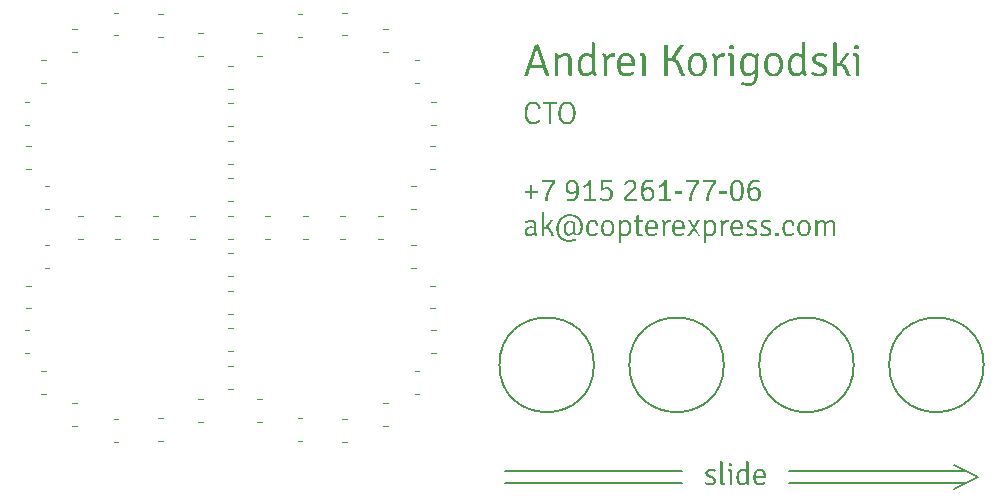
<source format=gbr>
G04 #@! TF.GenerationSoftware,KiCad,Pcbnew,5.0.2+dfsg1-1~bpo9+1*
G04 #@! TF.CreationDate,2019-04-13T13:24:29+03:00*
G04 #@! TF.ProjectId,kicad,6b696361-642e-46b6-9963-61645f706362,rev?*
G04 #@! TF.SameCoordinates,Original*
G04 #@! TF.FileFunction,Legend,Top*
G04 #@! TF.FilePolarity,Positive*
%FSLAX46Y46*%
G04 Gerber Fmt 4.6, Leading zero omitted, Abs format (unit mm)*
G04 Created by KiCad (PCBNEW 5.0.2+dfsg1-1~bpo9+1) date Sat 13 Apr 2019 01:24:29 PM MSK*
%MOMM*%
%LPD*%
G01*
G04 APERTURE LIST*
%ADD10C,0.200000*%
%ADD11C,0.100000*%
%ADD12C,0.150000*%
%ADD13C,0.300000*%
%ADD14R,0.951600X0.751600*%
G04 APERTURE END LIST*
D10*
X185000000Y-125500000D02*
X187000000Y-124500000D01*
X187000000Y-124500000D02*
X185000000Y-123500000D01*
X186000000Y-125000000D02*
X171000000Y-125000000D01*
X186000000Y-124000000D02*
X171000000Y-124000000D01*
X162000000Y-125000000D02*
X147000000Y-125000000D01*
X162000000Y-124000000D02*
X147000000Y-124000000D01*
D11*
G04 #@! TO.C,svg2mod*
G36*
X169054797Y-124558197D02*
X168211280Y-124558197D01*
X168211280Y-124403099D01*
X168864326Y-124403099D01*
X168864326Y-124367726D01*
X168863923Y-124341279D01*
X168862715Y-124315582D01*
X168860702Y-124290635D01*
X168857884Y-124266437D01*
X168854261Y-124242989D01*
X168849832Y-124220291D01*
X168844598Y-124198342D01*
X168838559Y-124177143D01*
X168831715Y-124156694D01*
X168824066Y-124136994D01*
X168815611Y-124118044D01*
X168806351Y-124099844D01*
X168796286Y-124082393D01*
X168785416Y-124065692D01*
X168772809Y-124048786D01*
X168759269Y-124033233D01*
X168744794Y-124019032D01*
X168729386Y-124006184D01*
X168713043Y-123994688D01*
X168695767Y-123984545D01*
X168677557Y-123975754D01*
X168658414Y-123968315D01*
X168638336Y-123962229D01*
X168617325Y-123957495D01*
X168595379Y-123954114D01*
X168572500Y-123952086D01*
X168548687Y-123951409D01*
X168525229Y-123952134D01*
X168502575Y-123954307D01*
X168480726Y-123957930D01*
X168459682Y-123963002D01*
X168439444Y-123969523D01*
X168420010Y-123977492D01*
X168401382Y-123986911D01*
X168383558Y-123997779D01*
X168366540Y-124010096D01*
X168350326Y-124023863D01*
X168334918Y-124039078D01*
X168320315Y-124055742D01*
X168306516Y-124073855D01*
X168295596Y-124090556D01*
X168285329Y-124108007D01*
X168275714Y-124126208D01*
X168266753Y-124145158D01*
X168258445Y-124164858D01*
X168250790Y-124185308D01*
X168243788Y-124206508D01*
X168237439Y-124228458D01*
X168231743Y-124251157D01*
X168226700Y-124274606D01*
X168222310Y-124298805D01*
X168218573Y-124323754D01*
X168215489Y-124349453D01*
X168213058Y-124375901D01*
X168211280Y-124403099D01*
X168211280Y-124558197D01*
X168212361Y-124585007D01*
X168214002Y-124611017D01*
X168216202Y-124636227D01*
X168218964Y-124660636D01*
X168222285Y-124684245D01*
X168226166Y-124707053D01*
X168230608Y-124729061D01*
X168235610Y-124750269D01*
X168241172Y-124770677D01*
X168247294Y-124790284D01*
X168253977Y-124809091D01*
X168261220Y-124827098D01*
X168269023Y-124844305D01*
X168277386Y-124860711D01*
X168286309Y-124876317D01*
X168295793Y-124891122D01*
X168305837Y-124905128D01*
X168316441Y-124918333D01*
X168327605Y-124930737D01*
X168339329Y-124942342D01*
X168351614Y-124953146D01*
X168364459Y-124963149D01*
X168377864Y-124972353D01*
X168391829Y-124980756D01*
X168406354Y-124988359D01*
X168421440Y-124995161D01*
X168437086Y-125001164D01*
X168453292Y-125006366D01*
X168470058Y-125010767D01*
X168487384Y-125014369D01*
X168505271Y-125017170D01*
X168523718Y-125019170D01*
X168542725Y-125020371D01*
X168562292Y-125020771D01*
X168582927Y-125020418D01*
X168603712Y-125019360D01*
X168624649Y-125017596D01*
X168645737Y-125015127D01*
X168666976Y-125011953D01*
X168688366Y-125008073D01*
X168709908Y-125003487D01*
X168731600Y-124998197D01*
X168753444Y-124992200D01*
X168775439Y-124985498D01*
X168797585Y-124978091D01*
X168819882Y-124969979D01*
X168842331Y-124961160D01*
X168864930Y-124951637D01*
X168887681Y-124941408D01*
X168910583Y-124930473D01*
X168933636Y-124918833D01*
X168956841Y-124906488D01*
X168973000Y-124922648D01*
X168987272Y-124940029D01*
X168999655Y-124958632D01*
X169010150Y-124978456D01*
X169018758Y-124999503D01*
X169025477Y-125021771D01*
X169030308Y-125045260D01*
X169010803Y-125058222D01*
X168991092Y-125070608D01*
X168971176Y-125082418D01*
X168951054Y-125093652D01*
X168930726Y-125104310D01*
X168910192Y-125114392D01*
X168889453Y-125123897D01*
X168868508Y-125132827D01*
X168847357Y-125141180D01*
X168826000Y-125148957D01*
X168804438Y-125156158D01*
X168782669Y-125162784D01*
X168760695Y-125168833D01*
X168738516Y-125174305D01*
X168716130Y-125179202D01*
X168693539Y-125183523D01*
X168670742Y-125187268D01*
X168647740Y-125190436D01*
X168624531Y-125193029D01*
X168601117Y-125195045D01*
X168577497Y-125196485D01*
X168553671Y-125197349D01*
X168529640Y-125197637D01*
X168504251Y-125197210D01*
X168479537Y-125195928D01*
X168455498Y-125193792D01*
X168432133Y-125190801D01*
X168409443Y-125186956D01*
X168387427Y-125182256D01*
X168366086Y-125176701D01*
X168345420Y-125170292D01*
X168325428Y-125163029D01*
X168306111Y-125154911D01*
X168287469Y-125145938D01*
X168267687Y-125134673D01*
X168248613Y-125122646D01*
X168230246Y-125109857D01*
X168212586Y-125096307D01*
X168195635Y-125081994D01*
X168179390Y-125066920D01*
X168163853Y-125051083D01*
X168149023Y-125034485D01*
X168134901Y-125017125D01*
X168121487Y-124999003D01*
X168110378Y-124981417D01*
X168099809Y-124963292D01*
X168089779Y-124944627D01*
X168080289Y-124925423D01*
X168071339Y-124905679D01*
X168062929Y-124885395D01*
X168055058Y-124864571D01*
X168047727Y-124843207D01*
X168040936Y-124821304D01*
X168034684Y-124798862D01*
X168028972Y-124775879D01*
X168024191Y-124754394D01*
X168019826Y-124732569D01*
X168015877Y-124710404D01*
X168012344Y-124687899D01*
X168009226Y-124665054D01*
X168006524Y-124641869D01*
X168004237Y-124618343D01*
X168002366Y-124594478D01*
X168000911Y-124570272D01*
X167999872Y-124545726D01*
X167999249Y-124520840D01*
X167999041Y-124495614D01*
X167999286Y-124469953D01*
X168000023Y-124444670D01*
X168001252Y-124419765D01*
X168002971Y-124395238D01*
X168005182Y-124371089D01*
X168007884Y-124347318D01*
X168011078Y-124323925D01*
X168014762Y-124300909D01*
X168018938Y-124278272D01*
X168023606Y-124256013D01*
X168028764Y-124234131D01*
X168034414Y-124212627D01*
X168041610Y-124189667D01*
X168049346Y-124167292D01*
X168057621Y-124145501D01*
X168066437Y-124124295D01*
X168075792Y-124103674D01*
X168085686Y-124083638D01*
X168096121Y-124064186D01*
X168107095Y-124045318D01*
X168118608Y-124027036D01*
X168130662Y-124009338D01*
X168143255Y-123992225D01*
X168157676Y-123974130D01*
X168172642Y-123956851D01*
X168188152Y-123940389D01*
X168204206Y-123924743D01*
X168220804Y-123909914D01*
X168237946Y-123895900D01*
X168255633Y-123882704D01*
X168273864Y-123870323D01*
X168292639Y-123858759D01*
X168311958Y-123848010D01*
X168330488Y-123839038D01*
X168349468Y-123830920D01*
X168368897Y-123823656D01*
X168388777Y-123817247D01*
X168409105Y-123811693D01*
X168429884Y-123806993D01*
X168451113Y-123803147D01*
X168472791Y-123800156D01*
X168494919Y-123798020D01*
X168517497Y-123796738D01*
X168540524Y-123796311D01*
X168565285Y-123796774D01*
X168589503Y-123798161D01*
X168613175Y-123800474D01*
X168636304Y-123803712D01*
X168658889Y-123807875D01*
X168680929Y-123812964D01*
X168702425Y-123818977D01*
X168723377Y-123825916D01*
X168743785Y-123833780D01*
X168763648Y-123842568D01*
X168785584Y-123852680D01*
X168806647Y-123863665D01*
X168826836Y-123875523D01*
X168846152Y-123888255D01*
X168864595Y-123901860D01*
X168882164Y-123916338D01*
X168898859Y-123931690D01*
X168914681Y-123947916D01*
X168929630Y-123965014D01*
X168944344Y-123982348D01*
X168958251Y-124000489D01*
X168971353Y-124019435D01*
X168983648Y-124039187D01*
X168995136Y-124059746D01*
X169005819Y-124081111D01*
X169015695Y-124103283D01*
X169024765Y-124126260D01*
X169033029Y-124150044D01*
X169039750Y-124171431D01*
X169045763Y-124193145D01*
X169051069Y-124215185D01*
X169055668Y-124237552D01*
X169059559Y-124260245D01*
X169062743Y-124283265D01*
X169065219Y-124306612D01*
X169066987Y-124330284D01*
X169068049Y-124354284D01*
X169068402Y-124378610D01*
X169068062Y-124402929D01*
X169067042Y-124426908D01*
X169065341Y-124450547D01*
X169062960Y-124473846D01*
X169061429Y-124495444D01*
X169059558Y-124516702D01*
X169057347Y-124537620D01*
X169054796Y-124558197D01*
X169054797Y-124558197D01*
X169054797Y-124558197D01*
G37*
G36*
X167075551Y-123807195D02*
X167415679Y-124103787D01*
X167391927Y-124088005D01*
X167368563Y-124073311D01*
X167345585Y-124059706D01*
X167322995Y-124047189D01*
X167300791Y-124035761D01*
X167278975Y-124025421D01*
X167257545Y-124016170D01*
X167236502Y-124008007D01*
X167215847Y-124000932D01*
X167195578Y-123994946D01*
X167175697Y-123990048D01*
X167156202Y-123986238D01*
X167137094Y-123983517D01*
X167118374Y-123981885D01*
X167100040Y-123981341D01*
X167078948Y-123982129D01*
X167058371Y-123984496D01*
X167038310Y-123988441D01*
X167018764Y-123993964D01*
X166999733Y-124001064D01*
X166981217Y-124009742D01*
X166963216Y-124019998D01*
X166945731Y-124031832D01*
X166928761Y-124045244D01*
X166912306Y-124060234D01*
X166896366Y-124076802D01*
X166880942Y-124094947D01*
X166866032Y-124114671D01*
X166855744Y-124129594D01*
X166846045Y-124145341D01*
X166836932Y-124161911D01*
X166828408Y-124179303D01*
X166820472Y-124197519D01*
X166813124Y-124216558D01*
X166806363Y-124236420D01*
X166800190Y-124257104D01*
X166794606Y-124278612D01*
X166789609Y-124300943D01*
X166785200Y-124324097D01*
X166781378Y-124348074D01*
X166778145Y-124372874D01*
X166775500Y-124398497D01*
X166773442Y-124424943D01*
X166771972Y-124452212D01*
X166771091Y-124480304D01*
X166770797Y-124509219D01*
X166771049Y-124538117D01*
X166771804Y-124566159D01*
X166773064Y-124593344D01*
X166774828Y-124619672D01*
X166777095Y-124645144D01*
X166779867Y-124669759D01*
X166783142Y-124693518D01*
X166786921Y-124716420D01*
X166791204Y-124738465D01*
X166795991Y-124759654D01*
X166801282Y-124779986D01*
X166807077Y-124799461D01*
X166813376Y-124818080D01*
X166820178Y-124835842D01*
X166827485Y-124852748D01*
X166835295Y-124868797D01*
X166843609Y-124883989D01*
X166852427Y-124898325D01*
X166866769Y-124918317D01*
X166881678Y-124936570D01*
X166897154Y-124953086D01*
X166913197Y-124967862D01*
X166929806Y-124980900D01*
X166946983Y-124992200D01*
X166964726Y-125001762D01*
X166983036Y-125009585D01*
X167001913Y-125015669D01*
X167021357Y-125020015D01*
X167041368Y-125022623D01*
X167061946Y-125023492D01*
X167082538Y-125022820D01*
X167103198Y-125020805D01*
X167123925Y-125017445D01*
X167144719Y-125012742D01*
X167165580Y-125006696D01*
X167186508Y-124999305D01*
X167207504Y-124990571D01*
X167228566Y-124980493D01*
X167249696Y-124969072D01*
X167268988Y-124957235D01*
X167287682Y-124944582D01*
X167305777Y-124931113D01*
X167323273Y-124916828D01*
X167340170Y-124901726D01*
X167356469Y-124885808D01*
X167372170Y-124869074D01*
X167387271Y-124851523D01*
X167401774Y-124833157D01*
X167415679Y-124813973D01*
X167415679Y-124103787D01*
X167075551Y-123807195D01*
X167096012Y-123807631D01*
X167116579Y-123808938D01*
X167137252Y-123811117D01*
X167158032Y-123814168D01*
X167178918Y-123818090D01*
X167199910Y-123822884D01*
X167221009Y-123828549D01*
X167242214Y-123835086D01*
X167263525Y-123842494D01*
X167284942Y-123850774D01*
X167306466Y-123859926D01*
X167328096Y-123869949D01*
X167349832Y-123880843D01*
X167371675Y-123892610D01*
X167393624Y-123905248D01*
X167415679Y-123918757D01*
X167415679Y-123181360D01*
X167432004Y-123165034D01*
X167505472Y-123165034D01*
X167528873Y-123166340D01*
X167549008Y-123170258D01*
X167565879Y-123176789D01*
X167579484Y-123185931D01*
X167589824Y-123197686D01*
X167597660Y-123211400D01*
X167603755Y-123228597D01*
X167608109Y-123249277D01*
X167610721Y-123273440D01*
X167611591Y-123301085D01*
X167611591Y-124789484D01*
X167611980Y-124819485D01*
X167613146Y-124848069D01*
X167615090Y-124875238D01*
X167617811Y-124900990D01*
X167621309Y-124925327D01*
X167625585Y-124948247D01*
X167630639Y-124969752D01*
X167636469Y-124989840D01*
X167643078Y-125008512D01*
X167650463Y-125025769D01*
X167658626Y-125041609D01*
X167667567Y-125056033D01*
X167677285Y-125069041D01*
X167687780Y-125080633D01*
X167679284Y-125100736D01*
X167669344Y-125119061D01*
X167657960Y-125135609D01*
X167645132Y-125150380D01*
X167630861Y-125163375D01*
X167615145Y-125174592D01*
X167597986Y-125184032D01*
X167577711Y-125176115D01*
X167558607Y-125166875D01*
X167540675Y-125156312D01*
X167523914Y-125144426D01*
X167508325Y-125131218D01*
X167493907Y-125116687D01*
X167480661Y-125100833D01*
X167468587Y-125083657D01*
X167457684Y-125065158D01*
X167447952Y-125045336D01*
X167439392Y-125024191D01*
X167432004Y-125001724D01*
X167415801Y-125019938D01*
X167399327Y-125037264D01*
X167382581Y-125053701D01*
X167365564Y-125069250D01*
X167348275Y-125083910D01*
X167330715Y-125097681D01*
X167312884Y-125110565D01*
X167294781Y-125122559D01*
X167276406Y-125133666D01*
X167257760Y-125143883D01*
X167238842Y-125153213D01*
X167219653Y-125161653D01*
X167200193Y-125169205D01*
X167180461Y-125175869D01*
X167160457Y-125181644D01*
X167140182Y-125186531D01*
X167119636Y-125190529D01*
X167098818Y-125193639D01*
X167077728Y-125195860D01*
X167056367Y-125197193D01*
X167034735Y-125197637D01*
X167010148Y-125197125D01*
X166986224Y-125195587D01*
X166962963Y-125193024D01*
X166940366Y-125189437D01*
X166918432Y-125184824D01*
X166897161Y-125179186D01*
X166876554Y-125172523D01*
X166856610Y-125164834D01*
X166837329Y-125156121D01*
X166818711Y-125146383D01*
X166800757Y-125135619D01*
X166783466Y-125123831D01*
X166766838Y-125111017D01*
X166750874Y-125097178D01*
X166735573Y-125082314D01*
X166720935Y-125066425D01*
X166706961Y-125049511D01*
X166693650Y-125031572D01*
X166681002Y-125012608D01*
X166671280Y-124996246D01*
X166661991Y-124979338D01*
X166653133Y-124961886D01*
X166644708Y-124943888D01*
X166636715Y-124925345D01*
X166629153Y-124906257D01*
X166622024Y-124886623D01*
X166615327Y-124866444D01*
X166609062Y-124845720D01*
X166603229Y-124824451D01*
X166597828Y-124802637D01*
X166592859Y-124780277D01*
X166588322Y-124757372D01*
X166584218Y-124733922D01*
X166580545Y-124709926D01*
X166577305Y-124685386D01*
X166574496Y-124660300D01*
X166572120Y-124634669D01*
X166570175Y-124608492D01*
X166568663Y-124581771D01*
X166567583Y-124554504D01*
X166566935Y-124526692D01*
X166566719Y-124498335D01*
X166566976Y-124473024D01*
X166567749Y-124448165D01*
X166569037Y-124423756D01*
X166570841Y-124399798D01*
X166573159Y-124376291D01*
X166575993Y-124353235D01*
X166579342Y-124330630D01*
X166583206Y-124308475D01*
X166587585Y-124286771D01*
X166592480Y-124265518D01*
X166597890Y-124244716D01*
X166603815Y-124224365D01*
X166610255Y-124204464D01*
X166618396Y-124181077D01*
X166626986Y-124158409D01*
X166636026Y-124136461D01*
X166645516Y-124115233D01*
X166655456Y-124094724D01*
X166665845Y-124074935D01*
X166676684Y-124055865D01*
X166687973Y-124037515D01*
X166699712Y-124019885D01*
X166711900Y-124002974D01*
X166724538Y-123986783D01*
X166740495Y-123967400D01*
X166756922Y-123949159D01*
X166773819Y-123932060D01*
X166791186Y-123916103D01*
X166809024Y-123901289D01*
X166827332Y-123887616D01*
X166846111Y-123875086D01*
X166865359Y-123863698D01*
X166885078Y-123853453D01*
X166905704Y-123843744D01*
X166926465Y-123835178D01*
X166947360Y-123827754D01*
X166968389Y-123821472D01*
X166989552Y-123816332D01*
X167010850Y-123812335D01*
X167032282Y-123809479D01*
X167053849Y-123807766D01*
X167075550Y-123807195D01*
X167075551Y-123807195D01*
X167075551Y-123807195D01*
G37*
G36*
X165927663Y-123363669D02*
X165943233Y-123355354D01*
X165960920Y-123348552D01*
X165980723Y-123343261D01*
X166002642Y-123339482D01*
X166026678Y-123337214D01*
X166052830Y-123336458D01*
X166082434Y-123337438D01*
X166108121Y-123340377D01*
X166129889Y-123345274D01*
X166147739Y-123352131D01*
X166161671Y-123360948D01*
X166172446Y-123372920D01*
X166180827Y-123389246D01*
X166186813Y-123409926D01*
X166190404Y-123434959D01*
X166191602Y-123464346D01*
X166190695Y-123489213D01*
X166187974Y-123511208D01*
X166183439Y-123530331D01*
X166177090Y-123546582D01*
X166168927Y-123559960D01*
X166158950Y-123570466D01*
X166144256Y-123579282D01*
X166126297Y-123586139D01*
X166105073Y-123591037D01*
X166080584Y-123593976D01*
X166052830Y-123594955D01*
X166027687Y-123594194D01*
X166004504Y-123591908D01*
X165983280Y-123588098D01*
X165964015Y-123582765D01*
X165946710Y-123575908D01*
X165935070Y-123566763D01*
X165925546Y-123553838D01*
X165918139Y-123537134D01*
X165912848Y-123516651D01*
X165909674Y-123492388D01*
X165908616Y-123464346D01*
X165909377Y-123440293D01*
X165911663Y-123418198D01*
X165915472Y-123398062D01*
X165920805Y-123379886D01*
X165927662Y-123363669D01*
X165927663Y-123363669D01*
X165927663Y-123363669D01*
G37*
G36*
X166194323Y-124016714D02*
X166194323Y-125164985D01*
X166177235Y-125167924D01*
X166158623Y-125170210D01*
X166138487Y-125171843D01*
X166116828Y-125172823D01*
X166093645Y-125173149D01*
X166070462Y-125172823D01*
X166048803Y-125171843D01*
X166028667Y-125170210D01*
X166010055Y-125167924D01*
X165992967Y-125164985D01*
X165992967Y-124114671D01*
X165991988Y-124086154D01*
X165989049Y-124061556D01*
X165984151Y-124040877D01*
X165977294Y-124024115D01*
X165968478Y-124011272D01*
X165957159Y-124001476D01*
X165942792Y-123993857D01*
X165925377Y-123988415D01*
X165904915Y-123985150D01*
X165881405Y-123984062D01*
X165856916Y-123984062D01*
X165852154Y-123968246D01*
X165848753Y-123950729D01*
X165846712Y-123931512D01*
X165846032Y-123910594D01*
X165846712Y-123889506D01*
X165848753Y-123869779D01*
X165852154Y-123851412D01*
X165856916Y-123834405D01*
X165881575Y-123831854D01*
X165903854Y-123829644D01*
X165923751Y-123827773D01*
X165941268Y-123826242D01*
X165961524Y-123823219D01*
X165978757Y-123821405D01*
X165992967Y-123820800D01*
X166014735Y-123820800D01*
X166038058Y-123821911D01*
X166059826Y-123825243D01*
X166080040Y-123830796D01*
X166098698Y-123838570D01*
X166115802Y-123848566D01*
X166131350Y-123860782D01*
X166145344Y-123875221D01*
X166158338Y-123890769D01*
X166169334Y-123907873D01*
X166178330Y-123926531D01*
X166185326Y-123946745D01*
X166190324Y-123968513D01*
X166193323Y-123991836D01*
X166194323Y-124016714D01*
X166194323Y-124016714D01*
G37*
G36*
X165494467Y-125009887D02*
X165608750Y-125009887D01*
X165615099Y-125026818D01*
X165619634Y-125044958D01*
X165622355Y-125064307D01*
X165625379Y-125083657D01*
X165627193Y-125101797D01*
X165627797Y-125118728D01*
X165627117Y-125133693D01*
X165625076Y-125145938D01*
X165625076Y-125159544D01*
X165603478Y-125163456D01*
X165582220Y-125167027D01*
X165561302Y-125170258D01*
X165540725Y-125173148D01*
X165520317Y-125175530D01*
X165499909Y-125177230D01*
X165479502Y-125178251D01*
X165459094Y-125178591D01*
X165434739Y-125177986D01*
X165411258Y-125176172D01*
X165388650Y-125173149D01*
X165366915Y-125168916D01*
X165346054Y-125163474D01*
X165326066Y-125156823D01*
X165306952Y-125148962D01*
X165288711Y-125139892D01*
X165271343Y-125129613D01*
X165256868Y-125118511D01*
X165243916Y-125105885D01*
X165232487Y-125091736D01*
X165222583Y-125076062D01*
X165214202Y-125058865D01*
X165207345Y-125040145D01*
X165202012Y-125019900D01*
X165198202Y-124998132D01*
X165195917Y-124974840D01*
X165195155Y-124950024D01*
X165195155Y-123181360D01*
X165211481Y-123165034D01*
X165284949Y-123165034D01*
X165309329Y-123166340D01*
X165330226Y-123170258D01*
X165347641Y-123176789D01*
X165361573Y-123185931D01*
X165372021Y-123197686D01*
X165379858Y-123211400D01*
X165385953Y-123228597D01*
X165390307Y-123249277D01*
X165392919Y-123273440D01*
X165393789Y-123301085D01*
X165393789Y-124892883D01*
X165394796Y-124915114D01*
X165397817Y-124935004D01*
X165402850Y-124952555D01*
X165409898Y-124967766D01*
X165418959Y-124980636D01*
X165430033Y-124991166D01*
X165443122Y-124999357D01*
X165458223Y-125005207D01*
X165475339Y-125008717D01*
X165494467Y-125009887D01*
X165494467Y-125009887D01*
G37*
G36*
X163882007Y-125061586D02*
X163883835Y-125040839D01*
X163887959Y-125020771D01*
X163894379Y-125001384D01*
X163903095Y-124982677D01*
X163914106Y-124964650D01*
X163927414Y-124947303D01*
X163943017Y-124930637D01*
X163960916Y-124914651D01*
X163985133Y-124928365D01*
X164008806Y-124941208D01*
X164031935Y-124953181D01*
X164054520Y-124964283D01*
X164076560Y-124974514D01*
X164098056Y-124983874D01*
X164119008Y-124992364D01*
X164139415Y-124999982D01*
X164159279Y-125006731D01*
X164178598Y-125012608D01*
X164202790Y-125018985D01*
X164226386Y-125024512D01*
X164249387Y-125029189D01*
X164271793Y-125033016D01*
X164293604Y-125035992D01*
X164314819Y-125038118D01*
X164335440Y-125039393D01*
X164355465Y-125039818D01*
X164381913Y-125039165D01*
X164406837Y-125037206D01*
X164430238Y-125033941D01*
X164452115Y-125029369D01*
X164472469Y-125023492D01*
X164492495Y-125015547D01*
X164511216Y-125006948D01*
X164528630Y-124997697D01*
X164544739Y-124987792D01*
X164559541Y-124977235D01*
X164576207Y-124961929D01*
X164590833Y-124945943D01*
X164603418Y-124929277D01*
X164613962Y-124911930D01*
X164622465Y-124894244D01*
X164628927Y-124876557D01*
X164633349Y-124858870D01*
X164635730Y-124841184D01*
X164634675Y-124818416D01*
X164631509Y-124796759D01*
X164626234Y-124776212D01*
X164618848Y-124756776D01*
X164609353Y-124738451D01*
X164597747Y-124721237D01*
X164584030Y-124705133D01*
X164571020Y-124691145D01*
X164556480Y-124677752D01*
X164540409Y-124664955D01*
X164522807Y-124652753D01*
X164503675Y-124641146D01*
X164483012Y-124630134D01*
X164460819Y-124619718D01*
X164437095Y-124609897D01*
X164284718Y-124550034D01*
X164258442Y-124539440D01*
X164233196Y-124528588D01*
X164208980Y-124517479D01*
X164185795Y-124506111D01*
X164163641Y-124494487D01*
X164142516Y-124482604D01*
X164122423Y-124470464D01*
X164103359Y-124458067D01*
X164085327Y-124445412D01*
X164068324Y-124432499D01*
X164052352Y-124419329D01*
X164037411Y-124405901D01*
X164023500Y-124392215D01*
X164008388Y-124375102D01*
X163994715Y-124357404D01*
X163982482Y-124339121D01*
X163971688Y-124320254D01*
X163962333Y-124300802D01*
X163954417Y-124280765D01*
X163947941Y-124260144D01*
X163942904Y-124238938D01*
X163939306Y-124217147D01*
X163937147Y-124194772D01*
X163936427Y-124171812D01*
X163937149Y-124148045D01*
X163939315Y-124124944D01*
X163942924Y-124102509D01*
X163947978Y-124080741D01*
X163954475Y-124059639D01*
X163962416Y-124039204D01*
X163971800Y-124019435D01*
X163982462Y-123999666D01*
X163994235Y-123980785D01*
X164007118Y-123962793D01*
X164021112Y-123945690D01*
X164036216Y-123929475D01*
X164052432Y-123914148D01*
X164069757Y-123899710D01*
X164088082Y-123886160D01*
X164107296Y-123873499D01*
X164127398Y-123861727D01*
X164148389Y-123850843D01*
X164170268Y-123840847D01*
X164193036Y-123831740D01*
X164216692Y-123823521D01*
X164238035Y-123817144D01*
X164259889Y-123811617D01*
X164282252Y-123806940D01*
X164305126Y-123803114D01*
X164328509Y-123800138D01*
X164352403Y-123798012D01*
X164376808Y-123796736D01*
X164401722Y-123796311D01*
X164424095Y-123796588D01*
X164446468Y-123797420D01*
X164468840Y-123798805D01*
X164491213Y-123800745D01*
X164513586Y-123803240D01*
X164535959Y-123806288D01*
X164558332Y-123809891D01*
X164580705Y-123814048D01*
X164603078Y-123818760D01*
X164625450Y-123824025D01*
X164647823Y-123829845D01*
X164670196Y-123836219D01*
X164692569Y-123843148D01*
X164714942Y-123850631D01*
X164737315Y-123858668D01*
X164759687Y-123867259D01*
X164782060Y-123876405D01*
X164804433Y-123886105D01*
X164803455Y-123909404D01*
X164800522Y-123931682D01*
X164795632Y-123952940D01*
X164788787Y-123973177D01*
X164779987Y-123992395D01*
X164769230Y-124010592D01*
X164756518Y-124027768D01*
X164741850Y-124043924D01*
X164719074Y-124033981D01*
X164696701Y-124024709D01*
X164674731Y-124016109D01*
X164653165Y-124008181D01*
X164632001Y-124000925D01*
X164611241Y-123994341D01*
X164590883Y-123988429D01*
X164570929Y-123983188D01*
X164551378Y-123978620D01*
X164527555Y-123973566D01*
X164504288Y-123969290D01*
X164481576Y-123965792D01*
X164459419Y-123963071D01*
X164437817Y-123961127D01*
X164416771Y-123959961D01*
X164396280Y-123959572D01*
X164369204Y-123960278D01*
X164343606Y-123962394D01*
X164319487Y-123965921D01*
X164296845Y-123970860D01*
X164275681Y-123977209D01*
X164255996Y-123984969D01*
X164237789Y-123994139D01*
X164221060Y-124004721D01*
X164205808Y-124016714D01*
X164189205Y-124033373D01*
X164175155Y-124050699D01*
X164163660Y-124068691D01*
X164154720Y-124087349D01*
X164148334Y-124106674D01*
X164144502Y-124126665D01*
X164143225Y-124147323D01*
X164144224Y-124169202D01*
X164147223Y-124189749D01*
X164152221Y-124208962D01*
X164159218Y-124226843D01*
X164168214Y-124243392D01*
X164179209Y-124258607D01*
X164192203Y-124272490D01*
X164205341Y-124283331D01*
X164220264Y-124294088D01*
X164236973Y-124304760D01*
X164255467Y-124315346D01*
X164275747Y-124325847D01*
X164297813Y-124336264D01*
X164321664Y-124346595D01*
X164347301Y-124356842D01*
X164507842Y-124419425D01*
X164533297Y-124429870D01*
X164557754Y-124440694D01*
X164581213Y-124451896D01*
X164603673Y-124463477D01*
X164625136Y-124475435D01*
X164645600Y-124487773D01*
X164665065Y-124500488D01*
X164683533Y-124513582D01*
X164701002Y-124527054D01*
X164717473Y-124540905D01*
X164732946Y-124555134D01*
X164747421Y-124569741D01*
X164760897Y-124584727D01*
X164773375Y-124600091D01*
X164784855Y-124615834D01*
X164795336Y-124631955D01*
X164804820Y-124648454D01*
X164813305Y-124665331D01*
X164820792Y-124682587D01*
X164827280Y-124700222D01*
X164832770Y-124718234D01*
X164837263Y-124736625D01*
X164840756Y-124755395D01*
X164843252Y-124774543D01*
X164844749Y-124794069D01*
X164845249Y-124813973D01*
X164844632Y-124837918D01*
X164842781Y-124861138D01*
X164839698Y-124883631D01*
X164835380Y-124905400D01*
X164829829Y-124926442D01*
X164823045Y-124946759D01*
X164815027Y-124966351D01*
X164805776Y-124985216D01*
X164795291Y-125003356D01*
X164783572Y-125020771D01*
X164770620Y-125037460D01*
X164756434Y-125053423D01*
X164741015Y-125068661D01*
X164724363Y-125083173D01*
X164706476Y-125096959D01*
X164689811Y-125108456D01*
X164672468Y-125119255D01*
X164654447Y-125129358D01*
X164635749Y-125138763D01*
X164616372Y-125147473D01*
X164596317Y-125155485D01*
X164575585Y-125162801D01*
X164554174Y-125169420D01*
X164532086Y-125175342D01*
X164509320Y-125180567D01*
X164485876Y-125185096D01*
X164461754Y-125188928D01*
X164436954Y-125192063D01*
X164411476Y-125194502D01*
X164385320Y-125196244D01*
X164358487Y-125197289D01*
X164330975Y-125197637D01*
X164308979Y-125197329D01*
X164287044Y-125196403D01*
X164265171Y-125194861D01*
X164243360Y-125192701D01*
X164221610Y-125189925D01*
X164199922Y-125186531D01*
X164178296Y-125182521D01*
X164156731Y-125177893D01*
X164135228Y-125172648D01*
X164113787Y-125166787D01*
X164092408Y-125160308D01*
X164071090Y-125153213D01*
X164049834Y-125145500D01*
X164028640Y-125137170D01*
X164007507Y-125128224D01*
X163986436Y-125118660D01*
X163965427Y-125108479D01*
X163944479Y-125097681D01*
X163923593Y-125086267D01*
X163902769Y-125074235D01*
X163882007Y-125061586D01*
X163882007Y-125061586D01*
G37*
D12*
G04 #@! TO.C,TS4*
X187500000Y-115000000D02*
G75*
G03X187500000Y-115000000I-4000000J0D01*
G01*
G04 #@! TO.C,TS3*
X176500000Y-115000000D02*
G75*
G03X176500000Y-115000000I-4000000J0D01*
G01*
G04 #@! TO.C,TS2*
X165500000Y-115000000D02*
G75*
G03X165500000Y-115000000I-4000000J0D01*
G01*
G04 #@! TO.C,TS1*
X154500000Y-115000000D02*
G75*
G03X154500000Y-115000000I-4000000J0D01*
G01*
D11*
G04 #@! TO.C,D49*
X123909000Y-104321000D02*
X123509000Y-104321000D01*
X123909000Y-102381000D02*
X123509000Y-102381000D01*
G04 #@! TO.C,D48*
X139417852Y-101821333D02*
X139017852Y-101821333D01*
X139417852Y-99881333D02*
X139017852Y-99881333D01*
G04 #@! TO.C,D47*
X121409333Y-88812147D02*
X121009333Y-88812147D01*
X121409333Y-86872147D02*
X121009333Y-86872147D01*
G04 #@! TO.C,D46*
X108400147Y-106820666D02*
X108000147Y-106820666D01*
X108400147Y-104880666D02*
X108000147Y-104880666D01*
G04 #@! TO.C,D45*
X126408666Y-119829852D02*
X126008666Y-119829852D01*
X126408666Y-117889852D02*
X126008666Y-117889852D01*
G04 #@! TO.C,D44*
X141006919Y-98413568D02*
X140606919Y-98413568D01*
X141006919Y-96473568D02*
X140606919Y-96473568D01*
G04 #@! TO.C,D43*
X118001568Y-87223080D02*
X117601568Y-87223080D01*
X118001568Y-85283080D02*
X117601568Y-85283080D01*
G04 #@! TO.C,D42*
X106811080Y-110228431D02*
X106411080Y-110228431D01*
X106811080Y-108288431D02*
X106411080Y-108288431D01*
G04 #@! TO.C,D41*
X129816431Y-121418919D02*
X129416431Y-121418919D01*
X129816431Y-119478919D02*
X129416431Y-119478919D01*
G04 #@! TO.C,D40*
X141116279Y-94655107D02*
X140716279Y-94655107D01*
X141116279Y-92715107D02*
X140716279Y-92715107D01*
G04 #@! TO.C,D39*
X114243107Y-87113720D02*
X113843107Y-87113720D01*
X114243107Y-85173720D02*
X113843107Y-85173720D01*
G04 #@! TO.C,D38*
X106701720Y-113986892D02*
X106301720Y-113986892D01*
X106701720Y-112046892D02*
X106301720Y-112046892D01*
G04 #@! TO.C,D37*
X133574892Y-121528279D02*
X133174892Y-121528279D01*
X133574892Y-119588279D02*
X133174892Y-119588279D01*
G04 #@! TO.C,D36*
X139728045Y-91160712D02*
X139328045Y-91160712D01*
X139728045Y-89220712D02*
X139328045Y-89220712D01*
G04 #@! TO.C,D35*
X110748712Y-88501954D02*
X110348712Y-88501954D01*
X110748712Y-86561954D02*
X110348712Y-86561954D01*
G04 #@! TO.C,D34*
X108089954Y-117481287D02*
X107689954Y-117481287D01*
X108089954Y-115541287D02*
X107689954Y-115541287D01*
G04 #@! TO.C,D33*
X137069287Y-120140045D02*
X136669287Y-120140045D01*
X137069287Y-118200045D02*
X136669287Y-118200045D01*
G04 #@! TO.C,D32*
X137069287Y-88501954D02*
X136669287Y-88501954D01*
X137069287Y-86561954D02*
X136669287Y-86561954D01*
G04 #@! TO.C,D31*
X108089954Y-91160712D02*
X107689954Y-91160712D01*
X108089954Y-89220712D02*
X107689954Y-89220712D01*
G04 #@! TO.C,D30*
X110748712Y-120140045D02*
X110348712Y-120140045D01*
X110748712Y-118200045D02*
X110348712Y-118200045D01*
G04 #@! TO.C,D29*
X139728045Y-117481287D02*
X139328045Y-117481287D01*
X139728045Y-115541287D02*
X139328045Y-115541287D01*
G04 #@! TO.C,D28*
X133574892Y-87113720D02*
X133174892Y-87113720D01*
X133574892Y-85173720D02*
X133174892Y-85173720D01*
G04 #@! TO.C,D27*
X106701720Y-94655107D02*
X106301720Y-94655107D01*
X106701720Y-92715107D02*
X106301720Y-92715107D01*
G04 #@! TO.C,D26*
X114243107Y-121528279D02*
X113843107Y-121528279D01*
X114243107Y-119588279D02*
X113843107Y-119588279D01*
G04 #@! TO.C,D25*
X141116279Y-113986892D02*
X140716279Y-113986892D01*
X141116279Y-112046892D02*
X140716279Y-112046892D01*
G04 #@! TO.C,D24*
X129816431Y-87223080D02*
X129416431Y-87223080D01*
X129816431Y-85283080D02*
X129416431Y-85283080D01*
G04 #@! TO.C,D23*
X106811080Y-98413568D02*
X106411080Y-98413568D01*
X106811080Y-96473568D02*
X106411080Y-96473568D01*
G04 #@! TO.C,D22*
X118001568Y-121418919D02*
X117601568Y-121418919D01*
X118001568Y-119478919D02*
X117601568Y-119478919D01*
G04 #@! TO.C,D21*
X141006919Y-110228431D02*
X140606919Y-110228431D01*
X141006919Y-108288431D02*
X140606919Y-108288431D01*
G04 #@! TO.C,D20*
X126408666Y-88812147D02*
X126008666Y-88812147D01*
X126408666Y-86872147D02*
X126008666Y-86872147D01*
G04 #@! TO.C,D19*
X108400147Y-101821333D02*
X108000147Y-101821333D01*
X108400147Y-99881333D02*
X108000147Y-99881333D01*
G04 #@! TO.C,D18*
X121409333Y-119829852D02*
X121009333Y-119829852D01*
X121409333Y-117889852D02*
X121009333Y-117889852D01*
G04 #@! TO.C,D17*
X139417852Y-106820666D02*
X139017852Y-106820666D01*
X139417852Y-104880666D02*
X139017852Y-104880666D01*
G04 #@! TO.C,D16*
X123909000Y-91621000D02*
X123509000Y-91621000D01*
X123909000Y-89681000D02*
X123509000Y-89681000D01*
G04 #@! TO.C,D15*
X111209000Y-104321000D02*
X110809000Y-104321000D01*
X111209000Y-102381000D02*
X110809000Y-102381000D01*
G04 #@! TO.C,D14*
X123909000Y-117021000D02*
X123509000Y-117021000D01*
X123909000Y-115081000D02*
X123509000Y-115081000D01*
G04 #@! TO.C,D13*
X136609000Y-104321000D02*
X136209000Y-104321000D01*
X136609000Y-102381000D02*
X136209000Y-102381000D01*
G04 #@! TO.C,D12*
X123909000Y-94796000D02*
X123509000Y-94796000D01*
X123909000Y-92856000D02*
X123509000Y-92856000D01*
G04 #@! TO.C,D11*
X114384000Y-104321000D02*
X113984000Y-104321000D01*
X114384000Y-102381000D02*
X113984000Y-102381000D01*
G04 #@! TO.C,D10*
X123909000Y-113845999D02*
X123509000Y-113845999D01*
X123909000Y-111905999D02*
X123509000Y-111905999D01*
G04 #@! TO.C,D9*
X133434000Y-104321000D02*
X133034000Y-104321000D01*
X133434000Y-102381000D02*
X133034000Y-102381000D01*
G04 #@! TO.C,D8*
X123909000Y-97971000D02*
X123509000Y-97971000D01*
X123909000Y-96031000D02*
X123509000Y-96031000D01*
G04 #@! TO.C,D7*
X117559000Y-104321000D02*
X117159000Y-104321000D01*
X117559000Y-102381000D02*
X117159000Y-102381000D01*
G04 #@! TO.C,D6*
X123909000Y-110671000D02*
X123509000Y-110671000D01*
X123909000Y-108731000D02*
X123509000Y-108731000D01*
G04 #@! TO.C,D5*
X130259000Y-104321000D02*
X129859000Y-104321000D01*
X130259000Y-102381000D02*
X129859000Y-102381000D01*
G04 #@! TO.C,D4*
X123909000Y-101146000D02*
X123509000Y-101146000D01*
X123909000Y-99206000D02*
X123509000Y-99206000D01*
G04 #@! TO.C,D3*
X120734000Y-104321000D02*
X120334000Y-104321000D01*
X120734000Y-102381000D02*
X120334000Y-102381000D01*
G04 #@! TO.C,D2*
X123909000Y-107496000D02*
X123509000Y-107496000D01*
X123909000Y-105556000D02*
X123509000Y-105556000D01*
G04 #@! TO.C,D1*
X127084000Y-104321000D02*
X126684000Y-104321000D01*
X127084000Y-102381000D02*
X126684000Y-102381000D01*
G04 #@! TO.C,svg2mod*
G36*
X151731843Y-93397473D02*
X151570188Y-94170311D01*
X151561964Y-94148264D01*
X151554183Y-94125769D01*
X151546848Y-94102825D01*
X151539957Y-94079432D01*
X151533510Y-94055591D01*
X151527509Y-94031300D01*
X151521951Y-94006561D01*
X151516839Y-93981373D01*
X151512171Y-93955737D01*
X151507947Y-93929651D01*
X151504168Y-93903117D01*
X151500834Y-93876134D01*
X151497944Y-93848702D01*
X151495499Y-93820822D01*
X151493498Y-93792492D01*
X151491942Y-93763714D01*
X151490831Y-93734487D01*
X151490164Y-93704812D01*
X151489942Y-93674687D01*
X151490122Y-93647998D01*
X151490664Y-93621605D01*
X151491566Y-93595510D01*
X151492829Y-93569712D01*
X151494454Y-93544212D01*
X151496439Y-93519008D01*
X151498785Y-93494102D01*
X151501492Y-93469493D01*
X151504561Y-93445182D01*
X151507990Y-93421167D01*
X151511780Y-93397450D01*
X151515931Y-93374030D01*
X151520443Y-93350908D01*
X151525316Y-93328083D01*
X151530550Y-93305555D01*
X151536145Y-93283324D01*
X151543928Y-93256049D01*
X151552226Y-93229418D01*
X151561039Y-93203430D01*
X151570366Y-93178086D01*
X151580208Y-93153384D01*
X151590565Y-93129326D01*
X151601436Y-93105911D01*
X151612822Y-93083140D01*
X151624722Y-93061011D01*
X151637138Y-93039526D01*
X151650067Y-93018684D01*
X151663511Y-92998486D01*
X151677470Y-92978930D01*
X151693173Y-92958056D01*
X151709480Y-92938012D01*
X151726391Y-92918799D01*
X151743905Y-92900416D01*
X151762024Y-92882864D01*
X151780747Y-92866142D01*
X151800073Y-92850250D01*
X151820004Y-92835189D01*
X151840538Y-92820958D01*
X151861677Y-92807558D01*
X151883419Y-92794988D01*
X151905765Y-92783249D01*
X151927315Y-92772796D01*
X151949315Y-92763179D01*
X151971765Y-92754398D01*
X151994665Y-92746454D01*
X152018016Y-92739346D01*
X152041817Y-92733074D01*
X152066068Y-92727638D01*
X152090769Y-92723039D01*
X152115921Y-92719276D01*
X152141523Y-92716349D01*
X152167575Y-92714258D01*
X152194078Y-92713004D01*
X152221031Y-92712586D01*
X152247571Y-92712988D01*
X152273612Y-92714194D01*
X152299154Y-92716205D01*
X152324196Y-92719020D01*
X152348740Y-92722639D01*
X152372784Y-92727062D01*
X152396329Y-92732290D01*
X152419375Y-92738322D01*
X152441921Y-92745158D01*
X152463969Y-92752798D01*
X152485517Y-92761243D01*
X152506566Y-92770492D01*
X152527116Y-92780545D01*
X152547167Y-92791402D01*
X152568201Y-92803447D01*
X152588657Y-92816168D01*
X152608534Y-92829564D01*
X152627832Y-92843635D01*
X152646551Y-92858382D01*
X152664692Y-92873804D01*
X152682253Y-92889902D01*
X152699235Y-92906675D01*
X152715638Y-92924124D01*
X152731463Y-92942248D01*
X152746708Y-92961048D01*
X152761375Y-92980523D01*
X152775462Y-93000673D01*
X152789389Y-93021000D01*
X152802737Y-93041842D01*
X152815505Y-93063198D01*
X152827695Y-93085069D01*
X152839306Y-93107455D01*
X152850338Y-93130355D01*
X152860791Y-93153770D01*
X152870666Y-93177700D01*
X152879961Y-93202144D01*
X152888677Y-93227103D01*
X152896814Y-93252576D01*
X152904373Y-93278564D01*
X152911352Y-93305067D01*
X152916957Y-93328343D01*
X152922175Y-93351789D01*
X152927007Y-93375403D01*
X152931452Y-93399187D01*
X152935511Y-93423140D01*
X152939183Y-93447262D01*
X152942468Y-93471553D01*
X152945367Y-93496013D01*
X152947880Y-93520643D01*
X152950006Y-93545441D01*
X152951745Y-93570408D01*
X152953098Y-93595545D01*
X152954064Y-93620851D01*
X152954644Y-93646326D01*
X152954837Y-93671970D01*
X152954646Y-93698670D01*
X152954073Y-93725094D01*
X152953117Y-93751243D01*
X152951780Y-93777115D01*
X152950060Y-93802711D01*
X152947958Y-93828031D01*
X152945473Y-93853075D01*
X152942607Y-93877843D01*
X152939358Y-93902335D01*
X152935728Y-93926551D01*
X152931715Y-93950491D01*
X152927319Y-93974155D01*
X152922542Y-93997543D01*
X152917382Y-94020655D01*
X152911841Y-94043491D01*
X152905917Y-94066051D01*
X152898535Y-94092939D01*
X152890607Y-94119249D01*
X152882132Y-94144980D01*
X152873110Y-94170131D01*
X152863541Y-94194704D01*
X152853426Y-94218698D01*
X152842764Y-94242113D01*
X152831555Y-94264949D01*
X152819799Y-94287206D01*
X152807497Y-94308884D01*
X152794647Y-94329983D01*
X152781251Y-94350503D01*
X152767309Y-94370445D01*
X152751587Y-94390904D01*
X152735224Y-94410608D01*
X152718218Y-94429557D01*
X152700572Y-94447751D01*
X152682283Y-94465190D01*
X152663353Y-94481875D01*
X152643781Y-94497804D01*
X152623567Y-94512978D01*
X152602712Y-94527398D01*
X152581215Y-94541062D01*
X152559076Y-94553972D01*
X152536296Y-94566126D01*
X152515132Y-94576177D01*
X152493454Y-94585424D01*
X152471261Y-94593867D01*
X152448554Y-94601506D01*
X152425332Y-94608341D01*
X152401596Y-94614371D01*
X152377345Y-94619598D01*
X152352579Y-94624020D01*
X152327298Y-94627639D01*
X152301503Y-94630453D01*
X152275194Y-94632463D01*
X152248370Y-94633669D01*
X152221031Y-94634071D01*
X152194362Y-94633677D01*
X152168169Y-94632495D01*
X152142452Y-94630525D01*
X152117211Y-94627766D01*
X152092445Y-94624219D01*
X152068154Y-94619884D01*
X152044340Y-94614761D01*
X152021000Y-94608850D01*
X151998137Y-94602151D01*
X151975749Y-94594663D01*
X151953837Y-94586388D01*
X151932400Y-94577324D01*
X151911439Y-94567472D01*
X151890954Y-94556832D01*
X151870944Y-94545403D01*
X151851410Y-94533187D01*
X151832351Y-94520182D01*
X151813768Y-94506389D01*
X151795661Y-94491808D01*
X151778029Y-94476439D01*
X151762246Y-94462022D01*
X151746908Y-94447156D01*
X151732015Y-94431841D01*
X151717566Y-94416077D01*
X151703562Y-94399865D01*
X151690002Y-94383203D01*
X151676887Y-94366093D01*
X151664217Y-94348535D01*
X151651991Y-94330527D01*
X151640209Y-94312071D01*
X151628873Y-94293166D01*
X151617980Y-94273812D01*
X151607533Y-94254009D01*
X151597530Y-94233758D01*
X151587971Y-94213058D01*
X151578858Y-94191909D01*
X151570188Y-94170311D01*
X151731843Y-93397473D01*
X151727540Y-93419366D01*
X151723689Y-93441562D01*
X151720292Y-93464059D01*
X151717347Y-93486858D01*
X151714856Y-93509959D01*
X151712818Y-93533363D01*
X151711982Y-93556086D01*
X151711299Y-93578961D01*
X151710767Y-93601987D01*
X151710387Y-93625164D01*
X151710159Y-93648492D01*
X151710083Y-93671971D01*
X151710273Y-93696594D01*
X151710844Y-93721543D01*
X151711795Y-93746819D01*
X151713127Y-93772421D01*
X151714839Y-93798348D01*
X151716932Y-93824602D01*
X151719405Y-93851182D01*
X151722259Y-93878089D01*
X151725493Y-93905321D01*
X151729108Y-93932879D01*
X151732859Y-93957452D01*
X151737194Y-93981755D01*
X151742113Y-94005788D01*
X151747616Y-94029552D01*
X151753703Y-94053047D01*
X151760374Y-94076272D01*
X151767629Y-94099227D01*
X151775468Y-94121913D01*
X151783891Y-94144329D01*
X151792898Y-94166476D01*
X151802489Y-94188353D01*
X151813822Y-94211345D01*
X151826079Y-94233577D01*
X151839261Y-94255048D01*
X151853366Y-94275757D01*
X151868396Y-94295706D01*
X151884349Y-94314894D01*
X151901227Y-94333320D01*
X151919028Y-94350986D01*
X151937754Y-94367891D01*
X151957404Y-94384034D01*
X151976204Y-94397242D01*
X151996037Y-94409191D01*
X152016903Y-94419883D01*
X152038803Y-94429316D01*
X152061736Y-94437492D01*
X152085702Y-94444410D01*
X152110701Y-94450070D01*
X152136734Y-94454473D01*
X152163800Y-94457617D01*
X152191898Y-94459504D01*
X152221031Y-94460133D01*
X152247784Y-94459539D01*
X152273688Y-94457755D01*
X152298743Y-94454782D01*
X152322948Y-94450621D01*
X152346304Y-94445270D01*
X152368811Y-94438730D01*
X152390469Y-94431001D01*
X152411277Y-94422083D01*
X152434073Y-94410768D01*
X152455871Y-94398565D01*
X152476670Y-94385476D01*
X152496471Y-94371498D01*
X152515274Y-94356634D01*
X152533078Y-94340882D01*
X152549885Y-94324242D01*
X152565692Y-94305994D01*
X152580501Y-94286969D01*
X152594312Y-94267168D01*
X152607125Y-94246591D01*
X152618939Y-94225237D01*
X152629755Y-94203106D01*
X152639572Y-94180199D01*
X152649334Y-94156792D01*
X152658430Y-94133164D01*
X152666860Y-94109314D01*
X152674626Y-94085242D01*
X152681725Y-94060948D01*
X152688159Y-94036432D01*
X152693928Y-94011695D01*
X152699863Y-93986125D01*
X152705244Y-93960667D01*
X152710069Y-93935319D01*
X152714340Y-93910082D01*
X152718056Y-93884957D01*
X152721217Y-93859942D01*
X152723823Y-93835038D01*
X152725987Y-93810411D01*
X152727817Y-93786228D01*
X152729315Y-93762489D01*
X152730480Y-93739194D01*
X152731312Y-93716342D01*
X152731811Y-93693934D01*
X152731978Y-93671970D01*
X152731788Y-93647863D01*
X152731217Y-93623375D01*
X152730266Y-93598508D01*
X152728934Y-93573259D01*
X152727222Y-93547630D01*
X152725129Y-93521621D01*
X152722656Y-93495231D01*
X152719802Y-93468461D01*
X152716568Y-93441310D01*
X152712953Y-93413779D01*
X152709179Y-93388757D01*
X152704777Y-93364094D01*
X152699745Y-93339791D01*
X152694085Y-93315848D01*
X152687796Y-93292264D01*
X152680878Y-93269039D01*
X152673331Y-93246173D01*
X152665155Y-93223667D01*
X152656351Y-93201521D01*
X152646917Y-93179733D01*
X152636854Y-93158305D01*
X152625521Y-93135340D01*
X152613264Y-93113190D01*
X152600083Y-93091855D01*
X152585977Y-93071336D01*
X152570948Y-93051632D01*
X152554994Y-93032743D01*
X152538117Y-93014669D01*
X152520315Y-92997411D01*
X152501589Y-92980968D01*
X152481940Y-92965341D01*
X152463611Y-92951662D01*
X152444205Y-92939286D01*
X152423720Y-92928213D01*
X152402157Y-92918442D01*
X152379517Y-92909974D01*
X152355798Y-92902809D01*
X152331001Y-92896947D01*
X152305125Y-92892387D01*
X152278172Y-92889131D01*
X152250140Y-92887176D01*
X152221031Y-92886525D01*
X152194289Y-92887095D01*
X152168419Y-92888807D01*
X152143422Y-92891659D01*
X152119298Y-92895652D01*
X152096045Y-92900785D01*
X152073665Y-92907060D01*
X152052158Y-92914475D01*
X152031523Y-92923031D01*
X152011760Y-92932728D01*
X151990485Y-92944066D01*
X151970143Y-92956339D01*
X151950737Y-92969546D01*
X151932264Y-92983687D01*
X151914726Y-92998762D01*
X151898122Y-93014772D01*
X151882452Y-93031715D01*
X151867717Y-93049593D01*
X151854467Y-93067599D01*
X151841897Y-93086284D01*
X151830007Y-93105648D01*
X151818796Y-93125692D01*
X151808265Y-93146415D01*
X151798413Y-93167818D01*
X151789240Y-93189900D01*
X151780747Y-93212661D01*
X151773443Y-93235168D01*
X151766478Y-93257845D01*
X151759854Y-93280691D01*
X151753569Y-93303708D01*
X151747624Y-93326894D01*
X151742018Y-93350250D01*
X151736752Y-93373776D01*
X151731826Y-93397472D01*
X151731843Y-93397473D01*
X151731843Y-93397473D01*
G37*
G36*
X151021966Y-92924575D02*
X150872487Y-92921839D01*
X150872487Y-94601441D01*
X150849725Y-94605009D01*
X150824925Y-94607557D01*
X150798087Y-94609086D01*
X150769210Y-94609595D01*
X150745837Y-94609269D01*
X150723551Y-94608291D01*
X150702352Y-94606660D01*
X150682241Y-94604377D01*
X150663216Y-94601441D01*
X150663216Y-92921839D01*
X150516455Y-92924575D01*
X150168576Y-92924575D01*
X150165009Y-92901813D01*
X150162461Y-92879731D01*
X150160932Y-92858329D01*
X150160422Y-92837605D01*
X150160932Y-92815523D01*
X150162461Y-92792761D01*
X150165009Y-92769320D01*
X150168576Y-92745200D01*
X151364409Y-92745200D01*
X151371543Y-92763884D01*
X151376638Y-92784608D01*
X151379695Y-92807369D01*
X151380714Y-92832170D01*
X151379137Y-92851563D01*
X151374406Y-92868675D01*
X151366521Y-92883506D01*
X151355482Y-92896055D01*
X151341290Y-92906322D01*
X151323943Y-92914308D01*
X151303442Y-92920012D01*
X151279787Y-92923434D01*
X151252978Y-92924575D01*
X151021966Y-92924575D01*
X151021966Y-92924575D01*
G37*
G36*
X149775556Y-93332245D02*
X149775057Y-93309005D01*
X149773560Y-93285876D01*
X149771064Y-93262858D01*
X149767570Y-93239951D01*
X149763077Y-93217155D01*
X149757586Y-93194469D01*
X149751097Y-93171895D01*
X149744219Y-93148988D01*
X149736011Y-93126857D01*
X149726471Y-93105503D01*
X149715599Y-93084925D01*
X149703397Y-93065124D01*
X149689863Y-93046100D01*
X149674999Y-93027851D01*
X149659579Y-93009770D01*
X149642829Y-92992797D01*
X149624747Y-92976934D01*
X149605334Y-92962181D01*
X149584590Y-92948536D01*
X149562515Y-92936001D01*
X149539109Y-92924575D01*
X149518173Y-92915657D01*
X149496133Y-92907928D01*
X149472990Y-92901388D01*
X149448742Y-92896038D01*
X149423390Y-92891876D01*
X149396933Y-92888903D01*
X149369373Y-92887120D01*
X149340709Y-92886525D01*
X149315359Y-92887154D01*
X149290648Y-92889042D01*
X149266573Y-92892187D01*
X149243136Y-92896591D01*
X149220337Y-92902253D01*
X149198175Y-92909173D01*
X149176651Y-92917352D01*
X149155764Y-92926789D01*
X149135515Y-92937484D01*
X149115903Y-92949437D01*
X149096929Y-92962649D01*
X149078592Y-92977118D01*
X149060893Y-92992846D01*
X149043831Y-93009833D01*
X149027407Y-93028077D01*
X149011620Y-93047580D01*
X148996471Y-93068341D01*
X148981959Y-93090360D01*
X148971758Y-93107644D01*
X148961991Y-93125522D01*
X148952658Y-93143994D01*
X148943759Y-93163061D01*
X148935294Y-93182723D01*
X148927263Y-93202979D01*
X148919667Y-93223830D01*
X148912504Y-93245275D01*
X148905776Y-93267315D01*
X148899482Y-93289949D01*
X148893621Y-93313178D01*
X148888195Y-93337001D01*
X148883203Y-93361419D01*
X148878645Y-93386431D01*
X148874521Y-93412038D01*
X148870831Y-93438239D01*
X148867576Y-93465035D01*
X148864754Y-93492425D01*
X148862367Y-93520410D01*
X148860413Y-93548989D01*
X148858894Y-93578163D01*
X148857809Y-93607932D01*
X148857157Y-93638295D01*
X148856940Y-93669252D01*
X148857167Y-93700431D01*
X148857846Y-93731006D01*
X148858979Y-93760978D01*
X148860564Y-93790345D01*
X148862602Y-93819108D01*
X148865094Y-93847268D01*
X148868038Y-93874823D01*
X148871435Y-93901775D01*
X148875286Y-93928123D01*
X148879589Y-93953866D01*
X148884345Y-93979006D01*
X148889554Y-94003542D01*
X148895216Y-94027473D01*
X148901331Y-94050801D01*
X148907899Y-94073525D01*
X148914920Y-94095645D01*
X148922394Y-94117161D01*
X148930321Y-94138073D01*
X148938701Y-94158381D01*
X148947534Y-94178085D01*
X148956820Y-94197185D01*
X148966558Y-94215681D01*
X148976750Y-94233573D01*
X148987395Y-94250862D01*
X149001428Y-94271475D01*
X149016063Y-94290974D01*
X149031301Y-94309358D01*
X149047141Y-94326629D01*
X149063584Y-94342785D01*
X149080628Y-94357827D01*
X149098275Y-94371755D01*
X149116524Y-94384568D01*
X149135376Y-94396268D01*
X149154829Y-94406853D01*
X149174885Y-94416324D01*
X149195544Y-94424680D01*
X149216804Y-94431923D01*
X149238667Y-94438051D01*
X149261132Y-94443065D01*
X149284200Y-94446965D01*
X149307870Y-94449750D01*
X149332142Y-94451422D01*
X149357016Y-94451979D01*
X149379017Y-94451535D01*
X149401040Y-94450204D01*
X149423085Y-94447986D01*
X149445153Y-94444881D01*
X149467244Y-94440889D01*
X149489357Y-94436009D01*
X149511492Y-94430242D01*
X149533650Y-94423588D01*
X149555831Y-94416047D01*
X149578034Y-94407618D01*
X149600259Y-94398302D01*
X149622507Y-94388099D01*
X149644777Y-94377009D01*
X149667070Y-94365032D01*
X149689385Y-94352167D01*
X149711723Y-94338415D01*
X149734083Y-94323776D01*
X149756465Y-94308250D01*
X149778870Y-94291836D01*
X149801298Y-94274536D01*
X149823748Y-94256348D01*
X149846220Y-94237272D01*
X149866434Y-94250097D01*
X149884949Y-94264111D01*
X149901765Y-94279313D01*
X149916883Y-94295705D01*
X149930302Y-94313286D01*
X149942023Y-94332056D01*
X149952045Y-94352015D01*
X149960368Y-94373162D01*
X149943784Y-94389636D01*
X149926645Y-94405665D01*
X149908952Y-94421251D01*
X149890703Y-94436393D01*
X149871901Y-94451091D01*
X149852543Y-94465346D01*
X149832631Y-94479157D01*
X149812164Y-94492524D01*
X149791143Y-94505447D01*
X149769567Y-94517927D01*
X149747436Y-94529963D01*
X149724751Y-94541555D01*
X149701511Y-94552704D01*
X149677716Y-94563409D01*
X149653922Y-94573143D01*
X149629905Y-94582156D01*
X149605667Y-94590448D01*
X149581207Y-94598019D01*
X149556525Y-94604869D01*
X149531621Y-94610998D01*
X149506495Y-94616406D01*
X149481147Y-94621092D01*
X149455578Y-94625058D01*
X149429786Y-94628303D01*
X149403773Y-94630827D01*
X149377538Y-94632629D01*
X149351081Y-94633711D01*
X149324402Y-94634071D01*
X149296693Y-94633637D01*
X149269596Y-94632334D01*
X149243109Y-94630163D01*
X149217234Y-94627124D01*
X149191970Y-94623216D01*
X149167316Y-94618440D01*
X149143274Y-94612795D01*
X149119843Y-94606282D01*
X149097023Y-94598901D01*
X149074815Y-94590651D01*
X149053217Y-94581533D01*
X149032230Y-94571546D01*
X149011855Y-94560691D01*
X148990433Y-94547630D01*
X148969654Y-94533815D01*
X148949515Y-94519244D01*
X148930019Y-94503919D01*
X148911164Y-94487839D01*
X148892951Y-94471004D01*
X148875380Y-94453413D01*
X148858450Y-94435068D01*
X148842162Y-94415968D01*
X148826516Y-94396113D01*
X148811512Y-94375503D01*
X148797149Y-94354138D01*
X148784846Y-94333827D01*
X148773026Y-94313033D01*
X148761689Y-94291757D01*
X148750833Y-94269999D01*
X148740461Y-94247758D01*
X148730571Y-94225035D01*
X148721163Y-94201829D01*
X148712237Y-94178140D01*
X148703795Y-94153970D01*
X148695834Y-94129317D01*
X148688356Y-94104181D01*
X148681361Y-94078563D01*
X148674848Y-94052462D01*
X148669943Y-94029174D01*
X148665378Y-94005692D01*
X148661150Y-93982017D01*
X148657260Y-93958148D01*
X148653709Y-93934087D01*
X148650496Y-93909832D01*
X148647621Y-93885384D01*
X148645085Y-93860742D01*
X148642886Y-93835908D01*
X148641026Y-93810880D01*
X148639504Y-93785658D01*
X148638320Y-93760244D01*
X148637475Y-93734636D01*
X148636967Y-93708835D01*
X148636798Y-93682841D01*
X148636986Y-93654591D01*
X148637551Y-93626755D01*
X148638491Y-93599332D01*
X148639808Y-93572323D01*
X148641500Y-93545728D01*
X148643569Y-93519547D01*
X148646014Y-93493780D01*
X148648836Y-93468426D01*
X148652033Y-93443486D01*
X148655607Y-93418960D01*
X148659556Y-93394848D01*
X148663882Y-93371149D01*
X148668584Y-93347865D01*
X148673662Y-93324994D01*
X148679117Y-93302537D01*
X148684947Y-93280493D01*
X148691154Y-93258864D01*
X148699758Y-93231219D01*
X148708844Y-93204315D01*
X148718413Y-93178150D01*
X148728464Y-93152725D01*
X148738997Y-93128040D01*
X148750013Y-93104094D01*
X148761512Y-93080888D01*
X148773492Y-93058422D01*
X148785956Y-93036696D01*
X148798901Y-93015709D01*
X148812330Y-92995462D01*
X148826240Y-92975955D01*
X148840633Y-92957188D01*
X148856714Y-92937238D01*
X148873247Y-92918157D01*
X148890233Y-92899944D01*
X148907673Y-92882599D01*
X148925565Y-92866123D01*
X148943910Y-92850514D01*
X148962708Y-92835774D01*
X148981959Y-92821902D01*
X149001663Y-92808898D01*
X149021820Y-92796762D01*
X149042430Y-92785495D01*
X149063493Y-92775096D01*
X149086875Y-92764247D01*
X149110572Y-92754431D01*
X149134583Y-92745649D01*
X149158908Y-92737900D01*
X149183548Y-92731184D01*
X149208502Y-92725501D01*
X149233771Y-92720852D01*
X149259354Y-92717235D01*
X149285252Y-92714652D01*
X149311464Y-92713102D01*
X149337991Y-92712586D01*
X149364450Y-92712945D01*
X149390460Y-92714023D01*
X149416021Y-92715820D01*
X149441133Y-92718336D01*
X149465795Y-92721570D01*
X149490008Y-92725523D01*
X149513772Y-92730195D01*
X149537087Y-92735586D01*
X149559953Y-92741696D01*
X149582369Y-92748524D01*
X149604336Y-92756071D01*
X149630474Y-92766070D01*
X149655739Y-92776739D01*
X149680132Y-92788080D01*
X149703653Y-92800092D01*
X149726301Y-92812776D01*
X149748077Y-92826130D01*
X149768981Y-92840155D01*
X149789012Y-92854851D01*
X149808171Y-92870219D01*
X149826424Y-92886190D01*
X149843737Y-92902698D01*
X149860111Y-92919743D01*
X149875545Y-92937324D01*
X149890040Y-92955443D01*
X149903596Y-92974099D01*
X149916212Y-92993291D01*
X149927888Y-93013020D01*
X149938625Y-93033286D01*
X149949454Y-93056472D01*
X149958839Y-93079829D01*
X149966780Y-93103355D01*
X149973277Y-93127050D01*
X149978331Y-93150916D01*
X149981940Y-93174952D01*
X149984106Y-93199157D01*
X149984828Y-93223532D01*
X149983659Y-93246769D01*
X149980153Y-93267561D01*
X149974310Y-93285906D01*
X149966129Y-93301805D01*
X149955612Y-93315258D01*
X149942756Y-93326265D01*
X149927564Y-93334826D01*
X149910034Y-93340941D01*
X149890167Y-93344611D01*
X149867963Y-93345834D01*
X149847919Y-93344984D01*
X149825837Y-93342436D01*
X149801716Y-93338188D01*
X149775557Y-93332242D01*
X149775556Y-93332245D01*
X149775556Y-93332245D01*
G37*
G36*
X167697301Y-100997171D02*
X167713608Y-100325874D01*
X167713608Y-100369359D01*
X167713825Y-100396836D01*
X167714478Y-100423824D01*
X167715565Y-100450322D01*
X167717087Y-100476332D01*
X167719044Y-100501852D01*
X167721436Y-100526883D01*
X167724262Y-100551424D01*
X167727524Y-100575477D01*
X167731220Y-100599040D01*
X167735351Y-100622114D01*
X167741806Y-100650142D01*
X167748940Y-100677150D01*
X167756753Y-100703139D01*
X167765246Y-100728109D01*
X167774419Y-100752059D01*
X167784271Y-100774991D01*
X167794803Y-100796903D01*
X167806014Y-100817796D01*
X167819658Y-100840370D01*
X167834190Y-100861503D01*
X167849610Y-100881193D01*
X167865916Y-100899441D01*
X167883111Y-100916247D01*
X167901192Y-100931611D01*
X167920161Y-100945533D01*
X167940850Y-100957070D01*
X167962537Y-100966831D01*
X167985222Y-100974818D01*
X168008906Y-100981030D01*
X168033588Y-100985468D01*
X168059269Y-100988130D01*
X168085947Y-100989017D01*
X168111313Y-100988206D01*
X168135774Y-100985771D01*
X168159328Y-100981713D01*
X168181976Y-100976032D01*
X168203719Y-100968728D01*
X168224555Y-100959801D01*
X168244486Y-100949251D01*
X168263510Y-100937077D01*
X168281629Y-100923281D01*
X168298842Y-100907861D01*
X168315149Y-100890818D01*
X168330550Y-100872152D01*
X168342904Y-100855013D01*
X168354344Y-100836987D01*
X168364869Y-100818073D01*
X168374478Y-100798272D01*
X168383173Y-100777584D01*
X168390952Y-100756008D01*
X168397815Y-100733544D01*
X168403764Y-100710193D01*
X168408798Y-100685955D01*
X168412916Y-100660829D01*
X168416119Y-100634816D01*
X168418407Y-100607915D01*
X168419780Y-100580127D01*
X168420237Y-100551452D01*
X168419843Y-100522900D01*
X168418660Y-100495350D01*
X168416689Y-100468803D01*
X168413929Y-100443257D01*
X168410381Y-100418712D01*
X168406044Y-100395170D01*
X168400919Y-100372629D01*
X168395005Y-100351090D01*
X168388302Y-100330553D01*
X168380812Y-100311018D01*
X168372532Y-100292485D01*
X168363464Y-100274953D01*
X168353608Y-100258423D01*
X168342963Y-100242895D01*
X168331529Y-100228369D01*
X168319307Y-100214845D01*
X168306297Y-100202322D01*
X168292498Y-100190802D01*
X168277910Y-100180283D01*
X168262534Y-100170765D01*
X168246369Y-100162250D01*
X168229416Y-100154737D01*
X168211674Y-100148225D01*
X168193144Y-100142715D01*
X168173826Y-100138207D01*
X168153718Y-100134700D01*
X168132823Y-100132196D01*
X168111138Y-100130693D01*
X168088666Y-100130192D01*
X168088665Y-100130192D01*
X168067426Y-100130863D01*
X168045985Y-100132877D01*
X168024343Y-100136232D01*
X168002500Y-100140929D01*
X167980456Y-100146969D01*
X167958210Y-100154351D01*
X167935763Y-100163074D01*
X167913115Y-100173140D01*
X167890265Y-100184548D01*
X167867684Y-100196493D01*
X167845841Y-100209378D01*
X167824736Y-100223202D01*
X167804369Y-100237965D01*
X167784740Y-100253668D01*
X167765850Y-100270310D01*
X167747698Y-100287892D01*
X167730284Y-100306413D01*
X167713608Y-100325874D01*
X167697301Y-100997171D01*
X167656534Y-100948250D01*
X167643597Y-100932705D01*
X167630878Y-100914333D01*
X167618376Y-100893134D01*
X167606092Y-100869108D01*
X167594025Y-100842256D01*
X167586370Y-100821568D01*
X167578938Y-100799881D01*
X167571727Y-100777195D01*
X167564738Y-100753512D01*
X167557972Y-100728830D01*
X167551427Y-100703149D01*
X167545104Y-100676470D01*
X167540373Y-100654527D01*
X167535843Y-100632180D01*
X167531515Y-100609431D01*
X167527388Y-100586280D01*
X167523462Y-100562725D01*
X167519738Y-100538768D01*
X167516215Y-100514409D01*
X167512894Y-100489647D01*
X167509774Y-100464482D01*
X167507708Y-100441000D01*
X167505860Y-100417301D01*
X167504229Y-100393384D01*
X167502816Y-100369250D01*
X167501620Y-100344898D01*
X167500641Y-100320330D01*
X167499880Y-100295543D01*
X167499337Y-100270539D01*
X167499011Y-100245318D01*
X167498902Y-100219880D01*
X167499095Y-100192521D01*
X167499675Y-100165524D01*
X167500641Y-100138889D01*
X167501994Y-100112617D01*
X167503734Y-100086707D01*
X167505860Y-100061160D01*
X167508372Y-100035975D01*
X167511271Y-100011153D01*
X167514557Y-99986692D01*
X167518229Y-99962594D01*
X167522287Y-99938859D01*
X167526732Y-99915486D01*
X167531564Y-99892475D01*
X167536782Y-99869827D01*
X167542387Y-99847541D01*
X167549918Y-99820268D01*
X167558014Y-99793713D01*
X167566677Y-99767875D01*
X167575906Y-99742754D01*
X167585702Y-99718351D01*
X167596063Y-99694664D01*
X167606991Y-99671695D01*
X167618485Y-99649443D01*
X167630545Y-99627908D01*
X167643172Y-99607091D01*
X167656365Y-99586990D01*
X167670123Y-99567607D01*
X167686250Y-99546831D01*
X167703007Y-99526997D01*
X167720392Y-99508108D01*
X167738405Y-99490161D01*
X167757048Y-99473158D01*
X167776320Y-99457098D01*
X167796221Y-99441982D01*
X167816750Y-99427809D01*
X167837909Y-99414579D01*
X167859696Y-99402293D01*
X167882112Y-99390950D01*
X167903666Y-99380966D01*
X167925748Y-99371850D01*
X167948359Y-99363602D01*
X167971498Y-99356223D01*
X167995165Y-99349711D01*
X168019361Y-99344068D01*
X168044086Y-99339293D01*
X168069339Y-99335386D01*
X168095120Y-99332348D01*
X168121430Y-99330177D01*
X168148268Y-99328875D01*
X168175635Y-99328441D01*
X168205664Y-99328803D01*
X168234871Y-99329890D01*
X168263257Y-99331702D01*
X168290821Y-99334239D01*
X168317564Y-99337500D01*
X168343486Y-99341486D01*
X168368587Y-99346197D01*
X168392866Y-99351633D01*
X168416323Y-99357793D01*
X168438960Y-99364678D01*
X168460774Y-99372288D01*
X168481768Y-99380623D01*
X168501940Y-99389682D01*
X168521291Y-99399466D01*
X168539820Y-99409975D01*
X168535573Y-99435497D01*
X168529627Y-99459065D01*
X168521983Y-99480680D01*
X168512641Y-99500341D01*
X168501600Y-99518050D01*
X168488860Y-99533804D01*
X168474422Y-99547606D01*
X168458286Y-99559453D01*
X168433085Y-99548605D01*
X168407883Y-99538789D01*
X168382682Y-99530007D01*
X168357480Y-99522258D01*
X168332279Y-99515542D01*
X168307077Y-99509860D01*
X168281876Y-99505210D01*
X168256675Y-99501594D01*
X168231473Y-99499011D01*
X168206272Y-99497461D01*
X168181070Y-99496945D01*
X168154899Y-99497549D01*
X168129533Y-99499360D01*
X168104972Y-99502380D01*
X168081216Y-99506608D01*
X168058266Y-99512043D01*
X168036121Y-99518687D01*
X168014781Y-99526538D01*
X167994246Y-99535598D01*
X167974517Y-99545865D01*
X167953242Y-99558010D01*
X167932901Y-99571344D01*
X167913494Y-99585868D01*
X167895022Y-99601580D01*
X167877483Y-99618481D01*
X167860879Y-99636571D01*
X167845209Y-99655851D01*
X167830474Y-99676319D01*
X167818126Y-99695444D01*
X167806450Y-99715375D01*
X167795444Y-99736111D01*
X167785110Y-99757652D01*
X167775447Y-99779998D01*
X167766455Y-99803150D01*
X167758133Y-99827107D01*
X167750483Y-99851869D01*
X167743504Y-99877436D01*
X167738314Y-99901027D01*
X167733612Y-99925052D01*
X167729400Y-99949513D01*
X167725676Y-99974408D01*
X167722442Y-99999738D01*
X167719697Y-100025502D01*
X167717442Y-100051702D01*
X167715675Y-100078337D01*
X167714397Y-100105406D01*
X167713609Y-100132910D01*
X167732927Y-100114247D01*
X167752546Y-100096592D01*
X167772467Y-100079947D01*
X167792688Y-100064310D01*
X167813211Y-100049682D01*
X167834035Y-100036063D01*
X167855160Y-100023452D01*
X167876587Y-100011851D01*
X167898314Y-100001258D01*
X167920342Y-99991674D01*
X167942672Y-99983099D01*
X167965303Y-99975533D01*
X167988235Y-99968976D01*
X168011468Y-99963427D01*
X168035002Y-99958888D01*
X168058837Y-99955357D01*
X168082974Y-99952835D01*
X168107412Y-99951321D01*
X168132150Y-99950817D01*
X168159911Y-99951334D01*
X168186920Y-99952886D01*
X168213177Y-99955472D01*
X168238681Y-99959093D01*
X168263432Y-99963748D01*
X168287432Y-99969437D01*
X168310679Y-99976161D01*
X168333174Y-99983920D01*
X168354916Y-99992713D01*
X168375906Y-100002540D01*
X168396144Y-100013402D01*
X168415629Y-100025298D01*
X168434362Y-100038229D01*
X168452343Y-100052194D01*
X168469571Y-100067194D01*
X168486047Y-100083228D01*
X168501771Y-100100296D01*
X168515420Y-100116392D01*
X168528332Y-100133211D01*
X168540505Y-100150753D01*
X168551941Y-100169017D01*
X168562639Y-100188004D01*
X168572600Y-100207714D01*
X168581822Y-100228146D01*
X168590307Y-100249301D01*
X168598054Y-100271179D01*
X168605063Y-100293780D01*
X168611334Y-100317103D01*
X168616867Y-100341149D01*
X168621663Y-100365918D01*
X168625721Y-100391410D01*
X168629041Y-100417624D01*
X168631623Y-100444562D01*
X168633468Y-100472221D01*
X168634574Y-100500604D01*
X168634943Y-100529709D01*
X168634536Y-100556670D01*
X168633313Y-100583196D01*
X168631274Y-100609286D01*
X168628421Y-100634942D01*
X168624752Y-100660163D01*
X168620267Y-100684950D01*
X168614968Y-100709301D01*
X168608853Y-100733218D01*
X168601922Y-100756700D01*
X168594176Y-100779747D01*
X168585285Y-100804744D01*
X168575521Y-100829003D01*
X168564884Y-100852524D01*
X168553375Y-100875306D01*
X168540994Y-100897350D01*
X168527741Y-100918657D01*
X168513615Y-100939225D01*
X168498617Y-100959055D01*
X168482747Y-100978146D01*
X168466071Y-100996399D01*
X168448657Y-101013712D01*
X168430504Y-101030086D01*
X168411614Y-101045521D01*
X168391985Y-101060016D01*
X168371619Y-101073571D01*
X168350514Y-101086187D01*
X168328671Y-101097864D01*
X168306089Y-101108601D01*
X168283475Y-101118298D01*
X168260323Y-101126854D01*
X168236635Y-101134269D01*
X168212409Y-101140543D01*
X168187647Y-101145677D01*
X168162348Y-101149670D01*
X168136512Y-101152522D01*
X168110140Y-101154233D01*
X168083230Y-101154803D01*
X168056371Y-101154317D01*
X168030149Y-101152857D01*
X168004565Y-101150424D01*
X167979618Y-101147019D01*
X167955309Y-101142640D01*
X167931637Y-101137288D01*
X167908603Y-101130964D01*
X167886206Y-101123666D01*
X167864447Y-101115395D01*
X167843325Y-101106151D01*
X167822841Y-101095934D01*
X167802994Y-101084744D01*
X167783785Y-101072581D01*
X167765214Y-101059445D01*
X167747279Y-101045336D01*
X167729983Y-101030254D01*
X167713324Y-101014199D01*
X167697302Y-100997171D01*
X167697301Y-100997171D01*
X167697301Y-100997171D01*
G37*
G36*
X166242598Y-99475202D02*
X166259516Y-99458444D01*
X166637347Y-99495057D01*
X166612221Y-99494226D01*
X166586318Y-99495057D01*
X166561415Y-99497553D01*
X166537509Y-99501713D01*
X166514602Y-99507537D01*
X166492693Y-99515025D01*
X166471783Y-99524177D01*
X166451871Y-99534992D01*
X166433678Y-99546917D01*
X166416373Y-99560950D01*
X166399955Y-99577091D01*
X166384425Y-99595339D01*
X166369782Y-99615695D01*
X166356026Y-99638158D01*
X166343159Y-99662729D01*
X166334679Y-99681210D01*
X166326634Y-99700778D01*
X166319024Y-99721434D01*
X166311849Y-99743176D01*
X166305109Y-99766006D01*
X166298804Y-99789922D01*
X166292933Y-99814926D01*
X166287498Y-99841017D01*
X166282497Y-99868195D01*
X166277931Y-99896460D01*
X166275311Y-99916968D01*
X166272884Y-99938114D01*
X166270652Y-99959898D01*
X166268614Y-99982320D01*
X166266770Y-100005380D01*
X166265120Y-100029078D01*
X166263664Y-100053413D01*
X166262402Y-100078386D01*
X166261334Y-100103998D01*
X166260461Y-100130247D01*
X166259781Y-100157133D01*
X166259296Y-100184658D01*
X166259005Y-100212821D01*
X166258908Y-100241621D01*
X166259090Y-100278384D01*
X166259639Y-100314185D01*
X166260552Y-100349024D01*
X166261831Y-100382902D01*
X166263475Y-100415817D01*
X166265484Y-100447771D01*
X166267859Y-100478763D01*
X166270599Y-100508793D01*
X166273705Y-100537861D01*
X166277176Y-100565968D01*
X166281012Y-100593112D01*
X166285213Y-100619295D01*
X166289780Y-100644515D01*
X166294713Y-100668774D01*
X166300010Y-100692071D01*
X166305673Y-100714407D01*
X166311702Y-100735780D01*
X166318095Y-100756191D01*
X166324855Y-100775641D01*
X166331979Y-100794129D01*
X166339469Y-100811655D01*
X166347324Y-100828219D01*
X166355544Y-100843821D01*
X166364130Y-100858461D01*
X166373081Y-100872140D01*
X166382398Y-100884857D01*
X166392080Y-100896611D01*
X166392079Y-100896612D01*
X166409446Y-100914169D01*
X166427845Y-100929878D01*
X166447277Y-100943739D01*
X166467742Y-100955752D01*
X166489240Y-100965916D01*
X166511771Y-100974233D01*
X166535334Y-100980701D01*
X166559930Y-100985321D01*
X166585559Y-100988093D01*
X166612221Y-100989017D01*
X166637347Y-100988241D01*
X166661474Y-100985911D01*
X166684603Y-100982029D01*
X166706734Y-100976593D01*
X166727866Y-100969604D01*
X166748000Y-100961062D01*
X166767135Y-100950967D01*
X166786049Y-100938321D01*
X166803964Y-100923678D01*
X166820881Y-100907039D01*
X166836800Y-100888402D01*
X166851720Y-100867769D01*
X166865642Y-100845139D01*
X166878565Y-100820513D01*
X166887045Y-100802059D01*
X166895089Y-100782572D01*
X166902699Y-100762053D01*
X166909874Y-100740501D01*
X166916614Y-100717916D01*
X166922920Y-100694298D01*
X166928790Y-100669648D01*
X166934226Y-100643964D01*
X166939227Y-100617248D01*
X166943793Y-100589500D01*
X166946788Y-100568617D01*
X166949561Y-100547124D01*
X166952112Y-100525021D01*
X166954441Y-100502308D01*
X166956549Y-100478985D01*
X166958434Y-100455051D01*
X166960098Y-100430508D01*
X166961540Y-100405355D01*
X166962760Y-100379591D01*
X166963759Y-100353217D01*
X166964535Y-100326233D01*
X166965090Y-100298639D01*
X166965422Y-100270435D01*
X166965533Y-100241621D01*
X166965422Y-100212821D01*
X166965090Y-100184658D01*
X166964535Y-100157133D01*
X166963759Y-100130247D01*
X166962760Y-100103998D01*
X166961540Y-100078386D01*
X166960098Y-100053413D01*
X166958434Y-100029078D01*
X166956549Y-100005380D01*
X166954441Y-99982320D01*
X166952112Y-99959898D01*
X166949561Y-99938114D01*
X166946788Y-99916968D01*
X166943793Y-99896460D01*
X166939227Y-99868195D01*
X166934227Y-99841017D01*
X166928792Y-99814926D01*
X166922922Y-99789922D01*
X166916617Y-99766006D01*
X166909876Y-99743176D01*
X166902701Y-99721434D01*
X166895091Y-99700778D01*
X166887045Y-99681210D01*
X166878565Y-99662729D01*
X166865642Y-99638158D01*
X166851720Y-99615694D01*
X166836800Y-99595338D01*
X166820881Y-99577090D01*
X166803964Y-99560950D01*
X166786049Y-99546917D01*
X166767135Y-99534992D01*
X166748000Y-99524177D01*
X166727866Y-99515025D01*
X166706734Y-99507537D01*
X166684603Y-99501713D01*
X166661474Y-99497553D01*
X166637347Y-99495057D01*
X166259516Y-99458444D01*
X166277017Y-99442701D01*
X166295101Y-99427974D01*
X166313768Y-99414263D01*
X166333019Y-99401567D01*
X166352852Y-99389887D01*
X166373268Y-99379223D01*
X166394268Y-99369575D01*
X166415850Y-99360942D01*
X166438016Y-99353324D01*
X166460765Y-99346722D01*
X166484096Y-99341136D01*
X166508011Y-99336566D01*
X166532509Y-99333011D01*
X166557590Y-99330472D01*
X166583254Y-99328949D01*
X166609501Y-99328441D01*
X166635865Y-99328901D01*
X166661588Y-99330283D01*
X166686672Y-99332585D01*
X166711115Y-99335808D01*
X166734918Y-99339952D01*
X166758081Y-99345017D01*
X166780604Y-99351003D01*
X166802487Y-99357910D01*
X166823730Y-99365738D01*
X166844332Y-99374486D01*
X166864295Y-99384156D01*
X166883617Y-99394746D01*
X166902299Y-99406258D01*
X166920341Y-99418690D01*
X166937743Y-99432043D01*
X166954504Y-99446317D01*
X166970626Y-99461512D01*
X166986107Y-99477628D01*
X167000949Y-99494665D01*
X167015150Y-99512622D01*
X167028711Y-99531501D01*
X167041631Y-99551301D01*
X167051546Y-99567535D01*
X167061100Y-99584400D01*
X167070293Y-99601895D01*
X167079126Y-99620022D01*
X167087598Y-99638780D01*
X167095710Y-99658168D01*
X167103461Y-99678188D01*
X167110852Y-99698838D01*
X167117882Y-99720120D01*
X167124552Y-99742032D01*
X167130861Y-99764575D01*
X167136810Y-99787749D01*
X167142398Y-99811554D01*
X167147625Y-99835990D01*
X167152493Y-99861057D01*
X167156999Y-99886755D01*
X167161145Y-99913083D01*
X167164931Y-99940043D01*
X167168356Y-99967633D01*
X167171420Y-99995855D01*
X167174124Y-100024707D01*
X167176467Y-100054191D01*
X167178450Y-100084305D01*
X167180073Y-100115050D01*
X167181335Y-100146426D01*
X167182236Y-100178433D01*
X167182777Y-100211071D01*
X167182957Y-100244340D01*
X167182784Y-100276471D01*
X167182264Y-100308028D01*
X167181397Y-100339009D01*
X167180184Y-100369414D01*
X167178624Y-100399244D01*
X167176717Y-100428499D01*
X167174464Y-100457178D01*
X167171864Y-100485281D01*
X167168917Y-100512809D01*
X167165624Y-100539762D01*
X167161984Y-100566139D01*
X167157997Y-100591941D01*
X167153664Y-100617167D01*
X167148984Y-100641818D01*
X167143958Y-100665894D01*
X167138585Y-100689394D01*
X167132865Y-100712318D01*
X167126798Y-100734667D01*
X167120385Y-100756441D01*
X167113625Y-100777639D01*
X167106519Y-100798262D01*
X167099066Y-100818309D01*
X167091266Y-100837781D01*
X167083119Y-100856677D01*
X167074626Y-100874998D01*
X167065786Y-100892744D01*
X167056600Y-100909914D01*
X167047067Y-100926508D01*
X167034612Y-100946791D01*
X167021461Y-100966130D01*
X167007614Y-100984525D01*
X166993070Y-101001978D01*
X166977830Y-101018487D01*
X166961894Y-101034052D01*
X166945262Y-101048674D01*
X166927933Y-101062353D01*
X166909908Y-101075089D01*
X166891186Y-101086881D01*
X166871769Y-101097729D01*
X166851655Y-101107635D01*
X166830844Y-101116597D01*
X166809338Y-101124615D01*
X166787135Y-101131691D01*
X166764236Y-101137823D01*
X166740640Y-101143011D01*
X166716349Y-101147256D01*
X166691361Y-101150558D01*
X166665676Y-101152916D01*
X166639296Y-101154331D01*
X166612219Y-101154803D01*
X166585849Y-101154331D01*
X166560109Y-101152916D01*
X166534997Y-101150558D01*
X166510514Y-101147256D01*
X166486661Y-101143011D01*
X166463436Y-101137823D01*
X166440840Y-101131691D01*
X166418873Y-101124615D01*
X166397535Y-101116597D01*
X166376826Y-101107635D01*
X166356745Y-101097729D01*
X166337294Y-101086881D01*
X166318472Y-101075089D01*
X166300278Y-101062353D01*
X166282713Y-101048674D01*
X166265778Y-101034052D01*
X166249471Y-101018487D01*
X166233793Y-101001978D01*
X166218744Y-100984525D01*
X166204324Y-100966130D01*
X166190533Y-100946791D01*
X166177370Y-100926508D01*
X166167463Y-100909910D01*
X166157930Y-100892730D01*
X166148771Y-100874967D01*
X166139987Y-100856622D01*
X166131577Y-100837694D01*
X166123541Y-100818184D01*
X166115880Y-100798092D01*
X166108593Y-100777417D01*
X166101681Y-100756160D01*
X166095143Y-100734321D01*
X166088979Y-100711899D01*
X166083190Y-100688895D01*
X166077775Y-100665308D01*
X166072735Y-100641139D01*
X166068069Y-100616388D01*
X166063777Y-100591054D01*
X166059860Y-100565138D01*
X166056317Y-100538639D01*
X166053149Y-100511558D01*
X166050355Y-100483895D01*
X166047935Y-100455649D01*
X166045890Y-100426821D01*
X166044219Y-100397411D01*
X166042922Y-100367418D01*
X166042000Y-100336842D01*
X166041452Y-100305685D01*
X166041279Y-100273945D01*
X166041480Y-100241622D01*
X166041562Y-100212596D01*
X166041806Y-100184222D01*
X166042214Y-100156501D01*
X166042785Y-100129431D01*
X166043519Y-100103014D01*
X166044416Y-100077249D01*
X166045476Y-100052137D01*
X166046699Y-100027677D01*
X166048085Y-100003869D01*
X166049635Y-99980713D01*
X166052185Y-99955045D01*
X166055003Y-99929981D01*
X166058090Y-99905520D01*
X166061446Y-99881664D01*
X166065070Y-99858412D01*
X166068962Y-99835764D01*
X166073123Y-99813719D01*
X166077552Y-99792279D01*
X166082249Y-99771442D01*
X166089516Y-99745485D01*
X166097336Y-99720414D01*
X166105712Y-99696231D01*
X166114641Y-99672936D01*
X166124126Y-99650528D01*
X166134165Y-99629007D01*
X166144759Y-99608374D01*
X166156739Y-99587686D01*
X166169385Y-99567552D01*
X166182697Y-99547972D01*
X166196674Y-99528948D01*
X166211317Y-99510478D01*
X166226626Y-99492563D01*
X166242600Y-99475202D01*
X166242598Y-99475202D01*
X166242598Y-99475202D01*
G37*
G36*
X165753436Y-100494377D02*
X165128341Y-100494377D01*
X165123585Y-100476541D01*
X165120188Y-100455648D01*
X165118149Y-100431698D01*
X165117470Y-100404690D01*
X165118149Y-100377173D01*
X165120188Y-100351693D01*
X165123585Y-100328252D01*
X165128341Y-100306849D01*
X165753436Y-100306849D01*
X165757004Y-100329271D01*
X165759552Y-100353052D01*
X165761081Y-100378192D01*
X165761591Y-100404690D01*
X165761081Y-100430679D01*
X165759552Y-100454290D01*
X165757004Y-100475523D01*
X165753436Y-100494377D01*
X165753436Y-100494377D01*
G37*
G36*
X163749608Y-99361054D02*
X164801397Y-99361054D01*
X164813854Y-99384911D01*
X164824046Y-99407559D01*
X164831973Y-99428999D01*
X164837635Y-99449232D01*
X164841032Y-99468256D01*
X164842165Y-99486073D01*
X164840751Y-99505859D01*
X164836512Y-99526079D01*
X164829446Y-99546734D01*
X164819553Y-99567824D01*
X164806834Y-99589349D01*
X164722582Y-99711651D01*
X164706411Y-99736239D01*
X164690510Y-99760696D01*
X164674879Y-99785021D01*
X164659518Y-99809214D01*
X164644428Y-99833276D01*
X164629609Y-99857206D01*
X164615059Y-99881004D01*
X164600781Y-99904670D01*
X164586772Y-99928205D01*
X164573034Y-99951608D01*
X164559566Y-99974879D01*
X164546369Y-99998018D01*
X164533442Y-100021026D01*
X164520786Y-100043902D01*
X164508400Y-100066646D01*
X164496284Y-100089259D01*
X164484439Y-100111740D01*
X164472864Y-100134089D01*
X164461559Y-100156306D01*
X164450525Y-100178392D01*
X164439761Y-100200345D01*
X164429268Y-100222168D01*
X164419045Y-100243858D01*
X164409092Y-100265417D01*
X164399410Y-100286844D01*
X164389998Y-100308139D01*
X164380857Y-100329302D01*
X164371986Y-100350334D01*
X164363545Y-100371432D01*
X164355305Y-100392793D01*
X164347266Y-100414417D01*
X164339428Y-100436305D01*
X164331791Y-100458457D01*
X164324355Y-100480872D01*
X164317120Y-100503550D01*
X164310087Y-100526492D01*
X164303254Y-100549697D01*
X164296622Y-100573166D01*
X164290192Y-100596898D01*
X164283962Y-100620894D01*
X164277934Y-100645153D01*
X164272107Y-100669676D01*
X164266480Y-100694462D01*
X164261055Y-100719511D01*
X164255831Y-100744824D01*
X164250808Y-100770401D01*
X164245986Y-100796241D01*
X164241365Y-100822344D01*
X164236945Y-100848711D01*
X164232726Y-100875341D01*
X164228708Y-100902235D01*
X164224892Y-100929392D01*
X164221276Y-100956813D01*
X164217861Y-100984497D01*
X164214648Y-101012445D01*
X164211636Y-101040656D01*
X164203481Y-101122190D01*
X164185979Y-101126104D01*
X164166084Y-101129148D01*
X164143798Y-101131322D01*
X164119121Y-101132627D01*
X164092051Y-101133062D01*
X164065199Y-101132627D01*
X164041174Y-101131322D01*
X164019975Y-101129148D01*
X164001603Y-101126104D01*
X163986057Y-101122190D01*
X163996929Y-101018914D01*
X163999715Y-100994217D01*
X164002738Y-100969562D01*
X164006000Y-100944947D01*
X164009499Y-100920372D01*
X164013237Y-100895839D01*
X164017212Y-100871345D01*
X164021426Y-100846893D01*
X164025878Y-100822481D01*
X164030567Y-100798110D01*
X164035495Y-100773779D01*
X164040661Y-100749489D01*
X164046064Y-100725240D01*
X164051706Y-100701031D01*
X164057586Y-100676863D01*
X164063703Y-100652736D01*
X164070059Y-100628649D01*
X164076653Y-100604603D01*
X164083485Y-100580598D01*
X164090554Y-100556633D01*
X164097862Y-100532709D01*
X164105408Y-100508825D01*
X164113192Y-100484982D01*
X164121214Y-100461180D01*
X164129473Y-100437418D01*
X164137971Y-100413697D01*
X164146707Y-100390017D01*
X164155681Y-100366377D01*
X164164893Y-100342778D01*
X164174343Y-100319219D01*
X164184031Y-100295701D01*
X164193957Y-100272224D01*
X164204121Y-100248788D01*
X164214522Y-100225392D01*
X164225162Y-100202036D01*
X164236040Y-100178722D01*
X164247156Y-100155448D01*
X164258510Y-100132214D01*
X164270102Y-100109022D01*
X164281932Y-100085870D01*
X164294001Y-100062758D01*
X164306307Y-100039687D01*
X164318851Y-100016657D01*
X164331633Y-99993667D01*
X164344653Y-99970719D01*
X164357911Y-99947810D01*
X164371407Y-99924943D01*
X164385141Y-99902116D01*
X164399113Y-99879329D01*
X164413324Y-99856583D01*
X164427772Y-99833878D01*
X164442458Y-99811214D01*
X164457382Y-99788590D01*
X164472544Y-99766007D01*
X164499724Y-99725240D01*
X164507986Y-99713037D01*
X164517553Y-99699258D01*
X164528424Y-99683902D01*
X164540600Y-99666970D01*
X164554081Y-99648462D01*
X164568865Y-99628377D01*
X164584955Y-99606717D01*
X164602349Y-99583479D01*
X164621047Y-99558666D01*
X164641050Y-99532276D01*
X164632895Y-99524122D01*
X164622955Y-99526294D01*
X164611040Y-99528335D01*
X164597150Y-99530244D01*
X164581285Y-99532022D01*
X164563445Y-99533668D01*
X164543631Y-99535182D01*
X164521841Y-99536564D01*
X164498077Y-99537815D01*
X164472338Y-99538934D01*
X164444624Y-99539922D01*
X164414935Y-99540778D01*
X164383271Y-99541502D01*
X164349632Y-99542094D01*
X164314019Y-99542555D01*
X164276430Y-99542884D01*
X164236867Y-99543082D01*
X164195329Y-99543148D01*
X163741457Y-99543148D01*
X163737889Y-99524803D01*
X163735341Y-99505099D01*
X163733812Y-99484036D01*
X163733302Y-99461613D01*
X163734321Y-99438003D01*
X163737379Y-99413373D01*
X163742474Y-99387724D01*
X163749608Y-99361055D01*
X163749608Y-99361054D01*
X163749608Y-99361054D01*
G37*
G36*
X162311085Y-99361054D02*
X163362874Y-99361054D01*
X163375331Y-99384911D01*
X163385522Y-99407559D01*
X163393449Y-99428999D01*
X163399111Y-99449232D01*
X163402509Y-99468256D01*
X163403641Y-99486073D01*
X163402228Y-99505859D01*
X163397988Y-99526079D01*
X163390922Y-99546734D01*
X163381030Y-99567824D01*
X163368311Y-99589349D01*
X163284058Y-99711651D01*
X163267887Y-99736239D01*
X163251986Y-99760696D01*
X163236355Y-99785021D01*
X163220994Y-99809214D01*
X163205904Y-99833276D01*
X163191085Y-99857206D01*
X163176536Y-99881004D01*
X163162257Y-99904670D01*
X163148248Y-99928205D01*
X163134510Y-99951608D01*
X163121042Y-99974879D01*
X163107845Y-99998018D01*
X163094918Y-100021026D01*
X163082262Y-100043902D01*
X163069876Y-100066646D01*
X163057760Y-100089259D01*
X163045915Y-100111740D01*
X163034340Y-100134089D01*
X163023035Y-100156306D01*
X163012001Y-100178392D01*
X163001237Y-100200345D01*
X162990744Y-100222168D01*
X162980521Y-100243858D01*
X162970569Y-100265417D01*
X162960886Y-100286844D01*
X162951475Y-100308139D01*
X162942333Y-100329302D01*
X162933462Y-100350334D01*
X162925021Y-100371432D01*
X162916781Y-100392793D01*
X162908742Y-100414417D01*
X162900904Y-100436305D01*
X162893267Y-100458457D01*
X162885831Y-100480872D01*
X162878597Y-100503550D01*
X162871563Y-100526492D01*
X162864730Y-100549697D01*
X162858099Y-100573166D01*
X162851668Y-100596898D01*
X162845439Y-100620894D01*
X162839410Y-100645153D01*
X162833583Y-100669676D01*
X162827957Y-100694462D01*
X162822531Y-100719511D01*
X162817307Y-100744824D01*
X162812284Y-100770401D01*
X162807462Y-100796241D01*
X162802841Y-100822344D01*
X162798421Y-100848711D01*
X162794203Y-100875341D01*
X162790185Y-100902235D01*
X162786368Y-100929392D01*
X162782752Y-100956813D01*
X162779338Y-100984497D01*
X162776124Y-101012445D01*
X162773112Y-101040656D01*
X162764957Y-101122190D01*
X162747455Y-101126104D01*
X162727561Y-101129148D01*
X162705275Y-101131322D01*
X162680597Y-101132627D01*
X162653528Y-101133062D01*
X162626676Y-101132627D01*
X162602650Y-101131322D01*
X162581452Y-101129148D01*
X162563079Y-101126104D01*
X162547534Y-101122190D01*
X162558405Y-101018914D01*
X162561191Y-100994217D01*
X162564214Y-100969562D01*
X162567476Y-100944947D01*
X162570976Y-100920372D01*
X162574713Y-100895839D01*
X162578689Y-100871345D01*
X162582902Y-100846893D01*
X162587354Y-100822481D01*
X162592044Y-100798110D01*
X162596971Y-100773779D01*
X162602137Y-100749489D01*
X162607541Y-100725240D01*
X162613182Y-100701031D01*
X162619062Y-100676863D01*
X162625180Y-100652736D01*
X162631535Y-100628649D01*
X162638129Y-100604603D01*
X162644961Y-100580598D01*
X162652031Y-100556633D01*
X162659339Y-100532709D01*
X162666884Y-100508825D01*
X162674668Y-100484982D01*
X162682690Y-100461180D01*
X162690950Y-100437418D01*
X162699448Y-100413697D01*
X162708184Y-100390017D01*
X162717157Y-100366377D01*
X162726369Y-100342778D01*
X162735819Y-100319219D01*
X162745507Y-100295701D01*
X162755433Y-100272224D01*
X162765597Y-100248788D01*
X162775999Y-100225392D01*
X162786639Y-100202036D01*
X162797517Y-100178722D01*
X162808633Y-100155448D01*
X162819987Y-100132214D01*
X162831579Y-100109022D01*
X162843409Y-100085870D01*
X162855477Y-100062758D01*
X162867783Y-100039687D01*
X162880327Y-100016657D01*
X162893109Y-99993667D01*
X162906129Y-99970719D01*
X162919387Y-99947810D01*
X162932883Y-99924943D01*
X162946618Y-99902116D01*
X162960590Y-99879329D01*
X162974800Y-99856583D01*
X162989248Y-99833878D01*
X163003934Y-99811214D01*
X163018858Y-99788590D01*
X163034021Y-99766007D01*
X163061200Y-99725240D01*
X163069462Y-99713037D01*
X163079029Y-99699258D01*
X163089901Y-99683902D01*
X163102076Y-99666970D01*
X163115557Y-99648462D01*
X163130342Y-99628377D01*
X163146431Y-99606717D01*
X163163825Y-99583479D01*
X163182523Y-99558666D01*
X163202526Y-99532276D01*
X163194372Y-99524122D01*
X163184431Y-99526294D01*
X163172516Y-99528335D01*
X163158626Y-99530244D01*
X163142762Y-99532022D01*
X163124922Y-99533668D01*
X163105108Y-99535182D01*
X163083318Y-99536564D01*
X163059554Y-99537815D01*
X163033815Y-99538934D01*
X163006101Y-99539922D01*
X162976412Y-99540778D01*
X162944748Y-99541502D01*
X162911109Y-99542094D01*
X162875496Y-99542555D01*
X162837907Y-99542884D01*
X162798344Y-99543082D01*
X162756806Y-99543148D01*
X162302933Y-99543148D01*
X162299365Y-99524803D01*
X162296817Y-99505099D01*
X162295288Y-99484036D01*
X162294778Y-99461613D01*
X162295797Y-99438003D01*
X162298855Y-99413373D01*
X162303950Y-99387724D01*
X162311084Y-99361055D01*
X162311085Y-99361054D01*
X162311085Y-99361054D01*
G37*
G36*
X161968684Y-100494377D02*
X161343590Y-100494377D01*
X161338833Y-100476541D01*
X161335436Y-100455648D01*
X161333398Y-100431698D01*
X161332718Y-100404690D01*
X161333398Y-100377173D01*
X161335436Y-100351693D01*
X161338833Y-100328252D01*
X161343590Y-100306849D01*
X161968684Y-100306849D01*
X161972252Y-100329271D01*
X161974800Y-100353052D01*
X161976329Y-100378192D01*
X161976839Y-100404690D01*
X161976329Y-100430679D01*
X161974800Y-100454290D01*
X161972252Y-100475523D01*
X161968684Y-100494377D01*
X161968684Y-100494377D01*
G37*
G36*
X160456779Y-100950968D02*
X160454044Y-100779747D01*
X160454044Y-100013327D01*
X160454092Y-100010944D01*
X160454237Y-100004638D01*
X160454478Y-99994408D01*
X160454816Y-99980255D01*
X160455250Y-99962179D01*
X160455781Y-99940178D01*
X160456408Y-99914255D01*
X160457132Y-99884408D01*
X160457952Y-99850637D01*
X160458869Y-99812943D01*
X160459882Y-99771325D01*
X160460992Y-99725784D01*
X160462198Y-99676319D01*
X160447469Y-99695769D01*
X160432271Y-99714775D01*
X160416606Y-99733338D01*
X160400471Y-99751456D01*
X160383869Y-99769131D01*
X160366798Y-99786362D01*
X160349258Y-99803150D01*
X160331251Y-99819494D01*
X160312775Y-99835394D01*
X160293830Y-99850850D01*
X160274417Y-99865863D01*
X160254536Y-99880432D01*
X160234186Y-99894557D01*
X160213368Y-99908238D01*
X160192082Y-99921476D01*
X160170327Y-99934270D01*
X160148104Y-99946620D01*
X160125413Y-99958527D01*
X160102253Y-99969990D01*
X160078625Y-99981009D01*
X160054528Y-99991584D01*
X160035393Y-99977718D01*
X160018365Y-99962521D01*
X160003444Y-99945992D01*
X159990632Y-99928132D01*
X159979927Y-99908941D01*
X159971330Y-99888419D01*
X159964841Y-99866565D01*
X159987730Y-99852531D01*
X160010194Y-99838283D01*
X160032234Y-99823824D01*
X160053849Y-99809152D01*
X160075039Y-99794268D01*
X160095805Y-99779171D01*
X160116146Y-99763862D01*
X160136062Y-99748341D01*
X160155554Y-99732607D01*
X160174621Y-99716662D01*
X160193263Y-99700503D01*
X160211481Y-99684133D01*
X160229274Y-99667550D01*
X160246643Y-99650755D01*
X160263586Y-99633747D01*
X160280106Y-99616528D01*
X160300095Y-99595332D01*
X160319087Y-99574394D01*
X160337083Y-99553713D01*
X160354081Y-99533289D01*
X160370082Y-99513123D01*
X160385087Y-99493213D01*
X160399094Y-99473562D01*
X160412104Y-99454167D01*
X160424117Y-99435030D01*
X160435133Y-99416150D01*
X160445152Y-99397528D01*
X160454173Y-99379162D01*
X160462198Y-99361054D01*
X160484450Y-99356298D01*
X160507722Y-99352901D01*
X160532012Y-99350862D01*
X160557322Y-99350183D01*
X160583820Y-99350862D01*
X160608960Y-99352901D01*
X160632740Y-99356298D01*
X160655162Y-99361054D01*
X160655162Y-100779747D01*
X160652427Y-100950968D01*
X160799188Y-100948233D01*
X161008459Y-100948233D01*
X161012026Y-100971164D01*
X161014575Y-100993756D01*
X161016104Y-101016008D01*
X161016613Y-101037920D01*
X161016104Y-101058473D01*
X161014575Y-101079366D01*
X161012026Y-101100599D01*
X161008459Y-101122172D01*
X160046357Y-101122172D01*
X160042789Y-101100429D01*
X160040241Y-101078687D01*
X160038712Y-101056944D01*
X160038202Y-101035202D01*
X160038712Y-101013460D01*
X160040241Y-100991717D01*
X160042789Y-100969975D01*
X160046357Y-100948233D01*
X160309983Y-100948233D01*
X160456779Y-100950968D01*
X160456779Y-100950968D01*
G37*
G36*
X158678657Y-100997171D02*
X158694964Y-100325874D01*
X158694964Y-100369359D01*
X158695182Y-100396836D01*
X158695834Y-100423824D01*
X158696921Y-100450322D01*
X158698443Y-100476332D01*
X158700399Y-100501852D01*
X158702791Y-100526883D01*
X158705617Y-100551424D01*
X158708878Y-100575477D01*
X158712574Y-100599040D01*
X158716705Y-100622114D01*
X158723159Y-100650142D01*
X158730293Y-100677150D01*
X158738107Y-100703139D01*
X158746600Y-100728109D01*
X158755773Y-100752059D01*
X158765625Y-100774991D01*
X158776157Y-100796903D01*
X158787368Y-100817796D01*
X158801013Y-100840370D01*
X158815545Y-100861503D01*
X158830964Y-100881193D01*
X158847271Y-100899441D01*
X158864465Y-100916247D01*
X158882547Y-100931611D01*
X158901516Y-100945533D01*
X158922204Y-100957070D01*
X158943891Y-100966831D01*
X158966577Y-100974818D01*
X158990260Y-100981030D01*
X159014942Y-100985468D01*
X159040623Y-100988130D01*
X159067302Y-100989017D01*
X159092668Y-100988206D01*
X159117128Y-100985771D01*
X159140682Y-100981713D01*
X159163331Y-100976032D01*
X159185073Y-100968728D01*
X159205910Y-100959801D01*
X159225840Y-100949251D01*
X159244865Y-100937077D01*
X159262983Y-100923281D01*
X159280196Y-100907861D01*
X159296503Y-100890818D01*
X159311904Y-100872152D01*
X159324259Y-100855013D01*
X159335698Y-100836987D01*
X159346223Y-100818073D01*
X159355832Y-100798272D01*
X159364527Y-100777584D01*
X159372306Y-100756008D01*
X159379169Y-100733544D01*
X159385118Y-100710193D01*
X159390151Y-100685955D01*
X159394270Y-100660829D01*
X159397473Y-100634816D01*
X159399761Y-100607915D01*
X159401134Y-100580127D01*
X159401591Y-100551452D01*
X159401197Y-100522900D01*
X159400014Y-100495350D01*
X159398043Y-100468803D01*
X159395283Y-100443257D01*
X159391735Y-100418712D01*
X159387398Y-100395170D01*
X159382273Y-100372629D01*
X159376359Y-100351090D01*
X159369656Y-100330553D01*
X159362165Y-100311018D01*
X159353886Y-100292485D01*
X159344818Y-100274953D01*
X159334961Y-100258423D01*
X159324316Y-100242895D01*
X159312883Y-100228369D01*
X159300661Y-100214845D01*
X159287650Y-100202322D01*
X159273851Y-100190802D01*
X159259264Y-100180283D01*
X159243888Y-100170765D01*
X159227723Y-100162250D01*
X159210770Y-100154737D01*
X159193028Y-100148225D01*
X159174498Y-100142715D01*
X159155179Y-100138207D01*
X159135072Y-100134700D01*
X159114176Y-100132196D01*
X159092492Y-100130693D01*
X159070019Y-100130192D01*
X159070021Y-100130192D01*
X159048782Y-100130863D01*
X159027341Y-100132877D01*
X159005699Y-100136232D01*
X158983856Y-100140929D01*
X158961812Y-100146969D01*
X158939566Y-100154351D01*
X158917119Y-100163074D01*
X158894471Y-100173140D01*
X158871621Y-100184548D01*
X158849040Y-100196493D01*
X158827197Y-100209378D01*
X158806092Y-100223202D01*
X158785725Y-100237965D01*
X158766097Y-100253668D01*
X158747206Y-100270310D01*
X158729054Y-100287892D01*
X158711640Y-100306413D01*
X158694964Y-100325874D01*
X158678657Y-100997171D01*
X158637890Y-100948250D01*
X158624953Y-100932705D01*
X158612234Y-100914333D01*
X158599732Y-100893134D01*
X158587448Y-100869108D01*
X158575381Y-100842256D01*
X158567727Y-100821568D01*
X158560295Y-100799881D01*
X158553085Y-100777195D01*
X158546096Y-100753512D01*
X158539329Y-100728830D01*
X158532784Y-100703149D01*
X158526460Y-100676470D01*
X158521730Y-100654527D01*
X158517200Y-100632180D01*
X158512872Y-100609431D01*
X158508745Y-100586280D01*
X158504820Y-100562725D01*
X158501095Y-100538768D01*
X158497572Y-100514409D01*
X158494251Y-100489647D01*
X158491130Y-100464482D01*
X158489064Y-100441000D01*
X158487216Y-100417301D01*
X158485585Y-100393384D01*
X158484172Y-100369250D01*
X158482976Y-100344898D01*
X158481998Y-100320330D01*
X158481237Y-100295543D01*
X158480693Y-100270539D01*
X158480367Y-100245318D01*
X158480258Y-100219880D01*
X158480452Y-100192521D01*
X158481031Y-100165524D01*
X158481998Y-100138889D01*
X158483351Y-100112617D01*
X158485090Y-100086707D01*
X158487216Y-100061160D01*
X158489728Y-100035975D01*
X158492627Y-100011153D01*
X158495913Y-99986692D01*
X158499585Y-99962594D01*
X158503644Y-99938859D01*
X158508089Y-99915486D01*
X158512920Y-99892475D01*
X158518139Y-99869827D01*
X158523743Y-99847541D01*
X158531274Y-99820268D01*
X158539371Y-99793713D01*
X158548034Y-99767875D01*
X158557263Y-99742754D01*
X158567058Y-99718351D01*
X158577420Y-99694664D01*
X158588348Y-99671695D01*
X158599842Y-99649443D01*
X158611902Y-99627908D01*
X158624528Y-99607091D01*
X158637721Y-99586990D01*
X158651480Y-99567607D01*
X158667607Y-99546831D01*
X158684363Y-99526997D01*
X158701748Y-99508108D01*
X158719762Y-99490161D01*
X158738405Y-99473158D01*
X158757676Y-99457098D01*
X158777577Y-99441982D01*
X158798106Y-99427809D01*
X158819265Y-99414579D01*
X158841052Y-99402293D01*
X158863468Y-99390950D01*
X158885022Y-99380966D01*
X158907104Y-99371850D01*
X158929715Y-99363602D01*
X158952854Y-99356223D01*
X158976521Y-99349711D01*
X159000717Y-99344068D01*
X159025442Y-99339293D01*
X159050695Y-99335386D01*
X159076476Y-99332348D01*
X159102786Y-99330177D01*
X159129624Y-99328875D01*
X159156991Y-99328441D01*
X159187020Y-99328803D01*
X159216227Y-99329890D01*
X159244613Y-99331702D01*
X159272178Y-99334239D01*
X159298921Y-99337500D01*
X159324843Y-99341486D01*
X159349943Y-99346197D01*
X159374222Y-99351633D01*
X159397680Y-99357793D01*
X159420316Y-99364678D01*
X159442131Y-99372288D01*
X159463124Y-99380623D01*
X159483296Y-99389682D01*
X159502647Y-99399466D01*
X159521177Y-99409975D01*
X159516929Y-99435497D01*
X159510984Y-99459065D01*
X159503340Y-99480680D01*
X159493997Y-99500341D01*
X159482956Y-99518050D01*
X159470217Y-99533804D01*
X159455779Y-99547606D01*
X159439643Y-99559453D01*
X159414441Y-99548605D01*
X159389240Y-99538789D01*
X159364038Y-99530007D01*
X159338837Y-99522258D01*
X159313635Y-99515542D01*
X159288434Y-99509860D01*
X159263232Y-99505210D01*
X159238031Y-99501594D01*
X159212830Y-99499011D01*
X159187628Y-99497461D01*
X159162427Y-99496945D01*
X159136255Y-99497549D01*
X159110889Y-99499360D01*
X159086328Y-99502380D01*
X159062573Y-99506608D01*
X159039622Y-99512043D01*
X159017477Y-99518687D01*
X158996138Y-99526538D01*
X158975603Y-99535598D01*
X158955874Y-99545865D01*
X158934599Y-99558010D01*
X158914257Y-99571344D01*
X158894851Y-99585868D01*
X158876378Y-99601580D01*
X158858840Y-99618481D01*
X158842236Y-99636571D01*
X158826566Y-99655851D01*
X158811830Y-99676319D01*
X158799483Y-99695444D01*
X158787806Y-99715375D01*
X158776801Y-99736111D01*
X158766467Y-99757652D01*
X158756803Y-99779998D01*
X158747811Y-99803150D01*
X158739490Y-99827107D01*
X158731840Y-99851869D01*
X158724861Y-99877436D01*
X158719669Y-99901027D01*
X158714967Y-99925052D01*
X158710755Y-99949513D01*
X158707031Y-99974408D01*
X158703797Y-99999738D01*
X158701052Y-100025502D01*
X158698796Y-100051702D01*
X158697030Y-100078337D01*
X158695753Y-100105406D01*
X158694965Y-100132910D01*
X158714284Y-100114247D01*
X158733903Y-100096592D01*
X158753823Y-100079947D01*
X158774045Y-100064310D01*
X158794568Y-100049682D01*
X158815392Y-100036063D01*
X158836517Y-100023452D01*
X158857943Y-100011851D01*
X158879670Y-100001258D01*
X158901699Y-99991674D01*
X158924028Y-99983099D01*
X158946659Y-99975533D01*
X158969591Y-99968976D01*
X158992824Y-99963427D01*
X159016358Y-99958888D01*
X159040194Y-99955357D01*
X159064330Y-99952835D01*
X159088768Y-99951321D01*
X159113507Y-99950817D01*
X159141268Y-99951334D01*
X159168276Y-99952886D01*
X159194533Y-99955472D01*
X159220037Y-99959093D01*
X159244789Y-99963748D01*
X159268788Y-99969437D01*
X159292035Y-99976161D01*
X159314530Y-99983920D01*
X159336272Y-99992713D01*
X159357262Y-100002540D01*
X159377500Y-100013402D01*
X159396986Y-100025298D01*
X159415719Y-100038229D01*
X159433699Y-100052194D01*
X159450928Y-100067194D01*
X159467404Y-100083228D01*
X159483128Y-100100296D01*
X159496777Y-100116392D01*
X159509689Y-100133211D01*
X159521862Y-100150753D01*
X159533298Y-100169017D01*
X159543996Y-100188004D01*
X159553956Y-100207714D01*
X159563179Y-100228146D01*
X159571663Y-100249301D01*
X159579410Y-100271179D01*
X159586419Y-100293780D01*
X159592691Y-100317103D01*
X159598224Y-100341149D01*
X159603020Y-100365918D01*
X159607078Y-100391410D01*
X159610398Y-100417624D01*
X159612980Y-100444562D01*
X159614824Y-100472221D01*
X159615931Y-100500604D01*
X159616300Y-100529709D01*
X159615892Y-100556670D01*
X159614669Y-100583196D01*
X159612631Y-100609286D01*
X159609777Y-100634942D01*
X159606108Y-100660163D01*
X159601624Y-100684950D01*
X159596324Y-100709301D01*
X159590209Y-100733218D01*
X159583279Y-100756700D01*
X159575533Y-100779747D01*
X159566641Y-100804744D01*
X159556877Y-100829003D01*
X159546241Y-100852524D01*
X159534732Y-100875306D01*
X159522351Y-100897350D01*
X159509097Y-100918657D01*
X159494972Y-100939225D01*
X159479973Y-100959055D01*
X159464103Y-100978146D01*
X159447427Y-100996399D01*
X159430013Y-101013712D01*
X159411861Y-101030086D01*
X159392970Y-101045521D01*
X159373342Y-101060016D01*
X159352975Y-101073571D01*
X159331870Y-101086187D01*
X159310027Y-101097864D01*
X159287446Y-101108601D01*
X159264831Y-101118298D01*
X159241679Y-101126854D01*
X159217991Y-101134269D01*
X159193766Y-101140543D01*
X159169003Y-101145677D01*
X159143704Y-101149670D01*
X159117868Y-101152522D01*
X159091496Y-101154233D01*
X159064586Y-101154803D01*
X159037727Y-101154317D01*
X159011505Y-101152857D01*
X158985921Y-101150424D01*
X158960974Y-101147019D01*
X158936665Y-101142640D01*
X158912993Y-101137288D01*
X158889959Y-101130964D01*
X158867562Y-101123666D01*
X158845803Y-101115395D01*
X158824681Y-101106151D01*
X158804197Y-101095934D01*
X158784351Y-101084744D01*
X158765141Y-101072581D01*
X158746570Y-101059445D01*
X158728636Y-101045336D01*
X158711339Y-101030254D01*
X158694680Y-101014199D01*
X158678658Y-100997171D01*
X158678657Y-100997171D01*
X158678657Y-100997171D01*
G37*
G36*
X158147879Y-100937379D02*
X158147124Y-100967728D01*
X158144859Y-100995359D01*
X158141085Y-101020272D01*
X158135801Y-101042468D01*
X158129007Y-101061945D01*
X158120703Y-101078705D01*
X158110738Y-101091992D01*
X158097149Y-101102863D01*
X158079936Y-101111319D01*
X158059099Y-101117358D01*
X158034639Y-101120982D01*
X158006555Y-101122190D01*
X157145012Y-101122190D01*
X157119775Y-101101446D01*
X157098421Y-101081146D01*
X157080950Y-101061289D01*
X157067361Y-101041876D01*
X157057654Y-101022907D01*
X157051831Y-101004381D01*
X157049889Y-100986300D01*
X157050156Y-100964490D01*
X157051950Y-100942545D01*
X157055273Y-100920466D01*
X157060123Y-100898252D01*
X157066502Y-100875903D01*
X157074408Y-100853419D01*
X157083842Y-100830801D01*
X157094805Y-100808048D01*
X157107295Y-100785160D01*
X157121313Y-100762137D01*
X157136859Y-100738980D01*
X157149554Y-100721477D01*
X157162998Y-100703757D01*
X157177191Y-100685820D01*
X157192133Y-100667665D01*
X157207824Y-100649292D01*
X157224263Y-100630703D01*
X157241452Y-100611895D01*
X157259389Y-100592871D01*
X157278076Y-100573629D01*
X157297511Y-100554169D01*
X157317695Y-100534492D01*
X157338629Y-100514598D01*
X157360311Y-100494486D01*
X157382742Y-100474157D01*
X157405921Y-100453610D01*
X157655959Y-100236187D01*
X157677185Y-100217477D01*
X157697377Y-100198901D01*
X157716537Y-100180460D01*
X157734663Y-100162155D01*
X157751756Y-100143983D01*
X157767816Y-100125947D01*
X157782842Y-100108046D01*
X157796836Y-100090279D01*
X157809796Y-100072647D01*
X157821723Y-100055149D01*
X157832616Y-100037787D01*
X157843977Y-100017838D01*
X157854141Y-99997129D01*
X157863110Y-99975658D01*
X157870883Y-99953426D01*
X157877460Y-99930434D01*
X157882841Y-99906680D01*
X157887026Y-99882165D01*
X157890016Y-99856890D01*
X157891810Y-99830853D01*
X157892408Y-99804056D01*
X157891538Y-99777911D01*
X157888929Y-99752744D01*
X157884580Y-99728555D01*
X157878492Y-99705345D01*
X157870665Y-99683114D01*
X157861099Y-99661861D01*
X157849793Y-99641586D01*
X157836747Y-99622289D01*
X157821962Y-99603972D01*
X157805438Y-99586632D01*
X157788180Y-99570108D01*
X157770107Y-99555323D01*
X157751218Y-99542277D01*
X157731514Y-99530971D01*
X157710994Y-99521405D01*
X157689660Y-99513577D01*
X157667510Y-99507489D01*
X157644544Y-99503141D01*
X157620763Y-99500532D01*
X157596167Y-99499662D01*
X157571435Y-99500396D01*
X157547247Y-99502597D01*
X157523602Y-99506266D01*
X157500501Y-99511403D01*
X157477943Y-99518007D01*
X157455929Y-99526079D01*
X157434458Y-99535619D01*
X157413531Y-99546626D01*
X157393147Y-99559100D01*
X157373308Y-99573043D01*
X157354147Y-99588208D01*
X157335802Y-99604352D01*
X157318272Y-99621474D01*
X157301558Y-99639575D01*
X157285658Y-99658654D01*
X157270575Y-99678711D01*
X157256306Y-99699747D01*
X157242853Y-99721761D01*
X157230215Y-99744754D01*
X157218393Y-99768725D01*
X157191087Y-99764520D01*
X157166245Y-99758702D01*
X157143866Y-99751270D01*
X157123949Y-99742225D01*
X157106496Y-99731566D01*
X157091505Y-99719294D01*
X157078978Y-99705408D01*
X157068914Y-99689908D01*
X157078621Y-99668388D01*
X157089104Y-99647311D01*
X157100363Y-99626678D01*
X157112399Y-99606488D01*
X157125212Y-99586743D01*
X157138801Y-99567441D01*
X157153166Y-99548583D01*
X157168308Y-99529558D01*
X157184226Y-99511310D01*
X157200921Y-99493838D01*
X157218393Y-99477143D01*
X157236641Y-99461225D01*
X157255665Y-99446083D01*
X157275466Y-99431717D01*
X157295989Y-99418184D01*
X157317176Y-99405537D01*
X157339030Y-99393779D01*
X157361549Y-99382908D01*
X157384733Y-99372924D01*
X157408583Y-99363828D01*
X157433099Y-99355619D01*
X157455096Y-99349249D01*
X157477603Y-99343728D01*
X157500620Y-99339056D01*
X157524146Y-99335234D01*
X157548181Y-99332261D01*
X157572726Y-99330138D01*
X157597781Y-99328864D01*
X157623345Y-99328439D01*
X157648910Y-99329033D01*
X157673964Y-99330817D01*
X157698510Y-99333790D01*
X157722545Y-99337951D01*
X157746071Y-99343302D01*
X157769087Y-99349842D01*
X157791594Y-99357571D01*
X157813591Y-99366489D01*
X157835631Y-99375789D01*
X157856906Y-99386023D01*
X157877417Y-99397191D01*
X157897164Y-99409294D01*
X157916146Y-99422331D01*
X157934364Y-99436302D01*
X157951817Y-99451208D01*
X157968506Y-99467048D01*
X157984346Y-99483737D01*
X157999251Y-99501190D01*
X158013223Y-99519408D01*
X158026260Y-99538390D01*
X158038362Y-99558137D01*
X158049531Y-99578648D01*
X158059765Y-99599923D01*
X158069065Y-99621962D01*
X158077983Y-99643960D01*
X158085712Y-99666466D01*
X158092252Y-99689483D01*
X158097602Y-99713009D01*
X158101764Y-99737044D01*
X158104737Y-99761590D01*
X158106520Y-99786644D01*
X158107115Y-99812209D01*
X158106690Y-99837646D01*
X158105416Y-99862318D01*
X158103293Y-99886226D01*
X158100320Y-99909370D01*
X158096498Y-99931749D01*
X158091826Y-99953364D01*
X158086306Y-99974215D01*
X158079935Y-99994301D01*
X158072503Y-100016598D01*
X158064183Y-100038452D01*
X158054976Y-100059861D01*
X158044881Y-100080827D01*
X158033899Y-100101349D01*
X158022029Y-100121428D01*
X158009272Y-100141062D01*
X157995683Y-100160364D01*
X157981318Y-100179444D01*
X157966176Y-100198303D01*
X157950257Y-100216939D01*
X157933562Y-100235354D01*
X157916091Y-100253546D01*
X157897842Y-100271517D01*
X157882045Y-100286593D01*
X157865908Y-100301923D01*
X157849431Y-100317507D01*
X157832615Y-100333347D01*
X157815459Y-100349442D01*
X157797963Y-100365791D01*
X157780128Y-100382395D01*
X157761952Y-100399254D01*
X157544528Y-100586782D01*
X157516620Y-100611099D01*
X157490112Y-100634844D01*
X157465004Y-100658017D01*
X157441297Y-100680618D01*
X157418990Y-100702646D01*
X157398083Y-100724103D01*
X157378577Y-100744987D01*
X157360471Y-100765299D01*
X157343765Y-100785039D01*
X157328459Y-100804206D01*
X157314554Y-100822802D01*
X157302049Y-100840825D01*
X157290944Y-100858276D01*
X157281240Y-100875155D01*
X157272936Y-100891462D01*
X157266032Y-100907197D01*
X157260529Y-100922359D01*
X157256426Y-100936949D01*
X157253723Y-100950968D01*
X157279241Y-100949232D01*
X157305060Y-100947646D01*
X157331181Y-100946212D01*
X157357604Y-100944928D01*
X157384329Y-100943795D01*
X157411356Y-100942813D01*
X157434763Y-100941371D01*
X157458391Y-100940151D01*
X157482241Y-100939153D01*
X157506313Y-100938377D01*
X157530607Y-100937822D01*
X157555122Y-100937490D01*
X157579860Y-100937379D01*
X158147879Y-100937379D01*
X158147879Y-100937379D01*
G37*
G36*
X156014405Y-99361054D02*
X156020352Y-99384665D01*
X156024599Y-99406578D01*
X156027147Y-99426791D01*
X156027997Y-99445306D01*
X156026553Y-99468238D01*
X156022221Y-99488112D01*
X156015002Y-99504928D01*
X156004896Y-99518687D01*
X155991901Y-99529388D01*
X155976019Y-99537032D01*
X155957249Y-99541618D01*
X155935592Y-99543147D01*
X155449104Y-99543147D01*
X155424134Y-99543147D01*
X155400863Y-99543147D01*
X155379291Y-99543147D01*
X155359417Y-99543147D01*
X155335862Y-99542843D01*
X155315932Y-99541931D01*
X155299625Y-99540411D01*
X155299625Y-99714351D01*
X155280602Y-100032334D01*
X155304212Y-100020179D01*
X155327937Y-100009081D01*
X155351774Y-99999040D01*
X155375725Y-99990057D01*
X155399788Y-99982130D01*
X155423965Y-99975260D01*
X155448256Y-99969446D01*
X155472659Y-99964690D01*
X155497176Y-99960991D01*
X155521806Y-99958349D01*
X155546549Y-99956763D01*
X155571406Y-99956235D01*
X155599223Y-99956752D01*
X155626401Y-99958304D01*
X155652940Y-99960890D01*
X155678839Y-99964511D01*
X155704099Y-99969166D01*
X155728719Y-99974855D01*
X155752699Y-99981579D01*
X155776040Y-99989338D01*
X155798742Y-99998130D01*
X155820804Y-100007958D01*
X155842227Y-100018820D01*
X155863010Y-100030716D01*
X155883154Y-100043647D01*
X155902658Y-100057612D01*
X155921523Y-100072612D01*
X155939748Y-100088646D01*
X155957334Y-100105714D01*
X155972654Y-100121554D01*
X155987147Y-100138177D01*
X156000811Y-100155583D01*
X156013647Y-100173772D01*
X156025655Y-100192744D01*
X156036835Y-100212499D01*
X156047187Y-100233037D01*
X156056711Y-100254358D01*
X156065406Y-100276461D01*
X156073273Y-100299348D01*
X156080313Y-100323018D01*
X156086524Y-100347470D01*
X156091906Y-100372706D01*
X156096461Y-100398725D01*
X156100188Y-100425526D01*
X156103086Y-100453111D01*
X156105157Y-100481478D01*
X156106399Y-100510629D01*
X156106813Y-100540562D01*
X156106351Y-100568556D01*
X156104965Y-100596006D01*
X156102655Y-100622912D01*
X156099421Y-100649275D01*
X156095262Y-100675094D01*
X156090180Y-100700369D01*
X156084174Y-100725101D01*
X156077243Y-100749290D01*
X156069389Y-100772935D01*
X156060610Y-100796036D01*
X156050444Y-100820966D01*
X156039270Y-100845023D01*
X156027091Y-100868209D01*
X156013904Y-100890521D01*
X155999711Y-100911962D01*
X155984512Y-100932530D01*
X155968306Y-100952225D01*
X155951093Y-100971049D01*
X155932874Y-100989000D01*
X155913782Y-101006078D01*
X155893952Y-101022284D01*
X155873384Y-101037618D01*
X155852078Y-101052080D01*
X155830033Y-101065669D01*
X155807251Y-101078385D01*
X155783730Y-101090230D01*
X155759471Y-101101201D01*
X155734474Y-101111301D01*
X155711998Y-101119563D01*
X155689141Y-101126955D01*
X155665904Y-101133478D01*
X155642286Y-101139131D01*
X155618288Y-101143914D01*
X155593909Y-101147828D01*
X155569150Y-101150872D01*
X155544011Y-101153046D01*
X155518490Y-101154351D01*
X155492590Y-101154786D01*
X155467359Y-101154416D01*
X155442400Y-101153307D01*
X155417712Y-101151458D01*
X155393295Y-101148869D01*
X155369149Y-101145541D01*
X155345274Y-101141474D01*
X155321670Y-101136667D01*
X155298338Y-101131120D01*
X155275277Y-101124834D01*
X155252487Y-101117809D01*
X155229968Y-101110044D01*
X155207720Y-101101539D01*
X155185743Y-101092295D01*
X155164038Y-101082311D01*
X155142604Y-101071588D01*
X155121440Y-101060125D01*
X155100548Y-101047923D01*
X155079928Y-101034981D01*
X155059578Y-101021299D01*
X155039500Y-101006878D01*
X155019692Y-100991718D01*
X155024907Y-100967535D01*
X155032783Y-100944683D01*
X155043322Y-100923162D01*
X155056522Y-100902973D01*
X155072385Y-100884115D01*
X155090910Y-100866588D01*
X155112097Y-100850392D01*
X155134410Y-100865625D01*
X155156656Y-100879919D01*
X155178835Y-100893273D01*
X155200946Y-100905687D01*
X155222991Y-100917163D01*
X155244968Y-100927698D01*
X155266878Y-100937294D01*
X155288721Y-100945951D01*
X155310497Y-100953668D01*
X155334787Y-100961312D01*
X155358738Y-100967937D01*
X155382349Y-100973543D01*
X155405620Y-100978130D01*
X155428552Y-100981697D01*
X155451143Y-100984245D01*
X155473395Y-100985774D01*
X155495308Y-100986283D01*
X155521296Y-100985592D01*
X155546576Y-100983517D01*
X155571149Y-100980060D01*
X155595014Y-100975219D01*
X155618172Y-100968996D01*
X155640622Y-100961389D01*
X155662364Y-100952399D01*
X155683399Y-100942027D01*
X155703726Y-100930271D01*
X155723345Y-100917132D01*
X155742257Y-100902610D01*
X155760462Y-100886706D01*
X155777959Y-100869418D01*
X155792321Y-100853038D01*
X155805692Y-100835790D01*
X155818074Y-100817671D01*
X155829464Y-100798682D01*
X155839864Y-100778824D01*
X155849274Y-100758097D01*
X155857693Y-100736499D01*
X155865122Y-100714032D01*
X155871560Y-100690695D01*
X155877008Y-100666489D01*
X155881465Y-100641412D01*
X155884932Y-100615466D01*
X155887408Y-100588651D01*
X155888894Y-100560965D01*
X155889389Y-100532410D01*
X155888922Y-100504468D01*
X155887520Y-100477715D01*
X155885185Y-100452150D01*
X155881915Y-100427775D01*
X155877711Y-100404589D01*
X155872573Y-100382591D01*
X155866500Y-100361783D01*
X155859493Y-100342164D01*
X155849680Y-100316798D01*
X155838356Y-100293244D01*
X155825522Y-100271501D01*
X155811178Y-100251571D01*
X155795324Y-100233452D01*
X155777959Y-100217145D01*
X155760218Y-100201593D01*
X155741420Y-100187552D01*
X155721565Y-100175019D01*
X155700653Y-100163997D01*
X155678684Y-100154485D01*
X155655658Y-100146482D01*
X155631802Y-100139839D01*
X155607342Y-100134404D01*
X155582278Y-100130177D01*
X155556609Y-100127157D01*
X155530337Y-100125346D01*
X155503461Y-100124742D01*
X155480692Y-100125358D01*
X155458044Y-100127206D01*
X155435516Y-100130286D01*
X155413110Y-100134598D01*
X155390824Y-100140142D01*
X155368658Y-100146919D01*
X155346614Y-100154927D01*
X155324690Y-100164168D01*
X155302888Y-100174640D01*
X155281206Y-100186345D01*
X155259644Y-100199282D01*
X155238204Y-100213451D01*
X155216884Y-100228851D01*
X155195686Y-100245484D01*
X155174608Y-100263349D01*
X155151669Y-100258022D01*
X155130688Y-100248564D01*
X155111663Y-100234975D01*
X155094595Y-100217255D01*
X155079485Y-100195404D01*
X155114815Y-99377346D01*
X155131121Y-99361040D01*
X156014405Y-99361054D01*
X156014405Y-99361054D01*
G37*
G36*
X154097548Y-100950968D02*
X154094813Y-100779747D01*
X154094813Y-100013327D01*
X154094861Y-100010944D01*
X154095006Y-100004638D01*
X154095247Y-99994408D01*
X154095585Y-99980255D01*
X154096019Y-99962179D01*
X154096550Y-99940178D01*
X154097177Y-99914255D01*
X154097901Y-99884408D01*
X154098721Y-99850637D01*
X154099638Y-99812943D01*
X154100651Y-99771325D01*
X154101761Y-99725784D01*
X154102967Y-99676319D01*
X154088238Y-99695769D01*
X154073041Y-99714775D01*
X154057375Y-99733338D01*
X154041241Y-99751456D01*
X154024638Y-99769131D01*
X154007567Y-99786362D01*
X153990028Y-99803150D01*
X153972020Y-99819494D01*
X153953544Y-99835394D01*
X153934599Y-99850850D01*
X153915187Y-99865863D01*
X153895305Y-99880432D01*
X153874956Y-99894557D01*
X153854138Y-99908238D01*
X153832851Y-99921476D01*
X153811097Y-99934270D01*
X153788873Y-99946620D01*
X153766182Y-99958527D01*
X153743022Y-99969990D01*
X153719394Y-99981009D01*
X153695297Y-99991584D01*
X153676162Y-99977718D01*
X153659134Y-99962521D01*
X153644214Y-99945992D01*
X153631401Y-99928132D01*
X153620697Y-99908941D01*
X153612099Y-99888419D01*
X153605610Y-99866565D01*
X153628499Y-99852531D01*
X153650963Y-99838283D01*
X153673003Y-99823824D01*
X153694618Y-99809152D01*
X153715808Y-99794268D01*
X153736574Y-99779171D01*
X153756915Y-99763862D01*
X153776831Y-99748341D01*
X153796323Y-99732607D01*
X153815390Y-99716662D01*
X153834033Y-99700503D01*
X153852250Y-99684133D01*
X153870044Y-99667550D01*
X153887412Y-99650755D01*
X153904356Y-99633747D01*
X153920875Y-99616528D01*
X153940864Y-99595332D01*
X153959857Y-99574394D01*
X153977852Y-99553713D01*
X153994850Y-99533289D01*
X154010852Y-99513123D01*
X154025856Y-99493213D01*
X154039863Y-99473562D01*
X154052873Y-99454167D01*
X154064886Y-99435030D01*
X154075902Y-99416150D01*
X154085921Y-99397528D01*
X154094943Y-99379162D01*
X154102967Y-99361054D01*
X154125219Y-99356298D01*
X154148491Y-99352901D01*
X154172781Y-99350862D01*
X154198091Y-99350183D01*
X154224589Y-99350862D01*
X154249729Y-99352901D01*
X154273510Y-99356298D01*
X154295932Y-99361054D01*
X154295932Y-100779747D01*
X154293197Y-100950968D01*
X154439958Y-100948233D01*
X154649229Y-100948233D01*
X154652796Y-100971164D01*
X154655344Y-100993756D01*
X154656873Y-101016008D01*
X154657383Y-101037920D01*
X154656873Y-101058473D01*
X154655344Y-101079366D01*
X154652796Y-101100599D01*
X154649229Y-101122172D01*
X153687127Y-101122172D01*
X153683559Y-101100429D01*
X153681011Y-101078687D01*
X153679482Y-101056944D01*
X153678972Y-101035202D01*
X153679482Y-101013460D01*
X153681011Y-100991717D01*
X153683559Y-100969975D01*
X153687127Y-100948233D01*
X153950754Y-100948233D01*
X154097548Y-100950968D01*
X154097548Y-100950968D01*
G37*
G36*
X153036925Y-99486073D02*
X153020620Y-100160088D01*
X153020620Y-100113885D01*
X153020376Y-100085892D01*
X153019642Y-100058442D01*
X153018419Y-100031536D01*
X153016707Y-100005173D01*
X153014505Y-99979354D01*
X153011815Y-99954079D01*
X153008635Y-99929347D01*
X153004966Y-99905158D01*
X153000808Y-99881513D01*
X152996160Y-99858412D01*
X152990299Y-99830385D01*
X152983590Y-99803376D01*
X152976030Y-99777387D01*
X152967622Y-99752418D01*
X152958365Y-99728467D01*
X152948258Y-99705536D01*
X152937302Y-99683623D01*
X152925497Y-99662730D01*
X152911797Y-99640211D01*
X152897099Y-99619245D01*
X152881402Y-99599833D01*
X152864707Y-99581973D01*
X152847014Y-99565666D01*
X152828322Y-99550912D01*
X152808632Y-99537711D01*
X152787999Y-99526175D01*
X152766478Y-99516413D01*
X152744070Y-99508426D01*
X152720775Y-99502214D01*
X152696592Y-99497776D01*
X152671521Y-99495114D01*
X152645564Y-99494227D01*
X152621047Y-99495038D01*
X152597323Y-99497473D01*
X152574391Y-99501531D01*
X152552253Y-99507212D01*
X152530907Y-99514516D01*
X152510353Y-99523443D01*
X152490593Y-99533993D01*
X152471625Y-99546167D01*
X152453449Y-99559963D01*
X152436067Y-99575383D01*
X152419477Y-99592426D01*
X152403679Y-99611092D01*
X152391325Y-99628231D01*
X152379885Y-99646257D01*
X152369360Y-99665171D01*
X152359751Y-99684972D01*
X152351057Y-99705660D01*
X152343278Y-99727236D01*
X152336414Y-99749700D01*
X152330465Y-99773051D01*
X152325432Y-99797289D01*
X152321314Y-99822415D01*
X152318110Y-99848428D01*
X152315823Y-99875329D01*
X152314450Y-99903117D01*
X152313992Y-99931793D01*
X152314386Y-99960344D01*
X152315569Y-99987894D01*
X152317541Y-100014442D01*
X152320300Y-100039988D01*
X152323849Y-100064532D01*
X152328185Y-100088074D01*
X152333311Y-100110615D01*
X152339225Y-100132154D01*
X152345927Y-100152691D01*
X152353418Y-100172226D01*
X152361697Y-100190759D01*
X152370765Y-100208291D01*
X152380622Y-100224821D01*
X152391267Y-100240349D01*
X152402700Y-100254875D01*
X152414922Y-100268399D01*
X152427933Y-100280922D01*
X152441732Y-100292443D01*
X152456319Y-100302962D01*
X152471696Y-100312479D01*
X152487860Y-100320994D01*
X152504813Y-100328508D01*
X152522555Y-100335019D01*
X152541085Y-100340529D01*
X152560404Y-100345037D01*
X152580511Y-100348544D01*
X152601407Y-100351048D01*
X152623091Y-100352551D01*
X152645564Y-100353052D01*
X152669472Y-100352245D01*
X152693635Y-100349825D01*
X152718053Y-100345790D01*
X152742725Y-100340142D01*
X152767653Y-100332881D01*
X152792835Y-100324005D01*
X152818272Y-100313516D01*
X152843963Y-100301414D01*
X152866545Y-100289469D01*
X152888388Y-100276584D01*
X152909493Y-100262761D01*
X152929859Y-100247997D01*
X152949488Y-100232294D01*
X152968378Y-100215652D01*
X152986530Y-100198070D01*
X153003944Y-100179549D01*
X153020620Y-100160088D01*
X153036925Y-99486073D01*
X153077693Y-99534994D01*
X153089760Y-99551518D01*
X153102044Y-99570652D01*
X153114546Y-99592394D01*
X153127265Y-99616745D01*
X153140202Y-99643706D01*
X153149243Y-99664394D01*
X153157729Y-99686081D01*
X153165661Y-99708766D01*
X153173038Y-99732450D01*
X153179860Y-99757132D01*
X153186128Y-99782813D01*
X153191840Y-99809491D01*
X153196537Y-99830898D01*
X153200966Y-99852842D01*
X153205127Y-99875323D01*
X153209019Y-99898340D01*
X153212643Y-99921894D01*
X153215998Y-99945986D01*
X153219085Y-99970614D01*
X153221904Y-99995779D01*
X153224455Y-100021480D01*
X153226521Y-100044446D01*
X153228368Y-100067683D01*
X153229999Y-100091192D01*
X153231412Y-100114972D01*
X153232608Y-100139025D01*
X153233586Y-100163349D01*
X153234347Y-100187945D01*
X153234891Y-100212813D01*
X153235217Y-100237953D01*
X153235326Y-100263364D01*
X153235132Y-100290724D01*
X153234552Y-100317720D01*
X153233586Y-100344355D01*
X153232233Y-100370627D01*
X153230494Y-100396537D01*
X153228368Y-100422084D01*
X153225856Y-100447269D01*
X153222957Y-100472092D01*
X153219671Y-100496552D01*
X153215999Y-100520650D01*
X153211940Y-100544385D01*
X153207495Y-100567758D01*
X153202664Y-100590769D01*
X153197445Y-100613417D01*
X153191841Y-100635703D01*
X153184291Y-100662994D01*
X153176138Y-100689606D01*
X153167380Y-100715539D01*
X153158019Y-100740792D01*
X153148054Y-100765365D01*
X153137485Y-100789259D01*
X153126311Y-100812474D01*
X153114534Y-100835009D01*
X153102153Y-100856864D01*
X153089168Y-100878041D01*
X153075579Y-100898537D01*
X153061386Y-100918355D01*
X153045708Y-100938682D01*
X153029312Y-100958156D01*
X153012196Y-100976776D01*
X152994362Y-100994543D01*
X152975809Y-101011456D01*
X152956537Y-101027516D01*
X152936547Y-101042722D01*
X152915838Y-101057075D01*
X152894410Y-101070574D01*
X152872263Y-101083220D01*
X152849398Y-101095012D01*
X152828278Y-101104562D01*
X152806592Y-101113281D01*
X152784340Y-101121171D01*
X152761522Y-101128229D01*
X152738138Y-101134457D01*
X152714187Y-101139855D01*
X152689670Y-101144423D01*
X152664587Y-101148160D01*
X152638938Y-101151066D01*
X152612722Y-101153142D01*
X152585941Y-101154388D01*
X152558593Y-101154803D01*
X152528226Y-101154441D01*
X152498729Y-101153354D01*
X152470101Y-101151542D01*
X152442343Y-101149005D01*
X152415455Y-101145744D01*
X152389437Y-101141758D01*
X152364288Y-101137047D01*
X152340009Y-101131611D01*
X152316600Y-101125451D01*
X152294060Y-101118566D01*
X152272390Y-101110956D01*
X152251590Y-101102622D01*
X152231659Y-101093562D01*
X152212599Y-101083778D01*
X152194407Y-101073269D01*
X152198654Y-101047748D01*
X152204599Y-101024179D01*
X152212243Y-101002564D01*
X152221586Y-100982903D01*
X152232627Y-100965194D01*
X152245367Y-100949440D01*
X152259805Y-100935638D01*
X152275942Y-100923790D01*
X152301143Y-100934639D01*
X152326344Y-100944454D01*
X152351546Y-100953237D01*
X152376747Y-100960986D01*
X152401949Y-100967702D01*
X152427150Y-100973384D01*
X152452351Y-100978034D01*
X152477553Y-100981650D01*
X152502754Y-100984233D01*
X152527956Y-100985783D01*
X152553157Y-100986300D01*
X152578758Y-100985729D01*
X152603621Y-100984018D01*
X152627746Y-100981166D01*
X152651132Y-100977173D01*
X152673781Y-100972039D01*
X152695691Y-100965765D01*
X152716863Y-100958350D01*
X152737297Y-100949794D01*
X152756992Y-100940097D01*
X152778268Y-100927315D01*
X152798609Y-100913429D01*
X152818016Y-100898438D01*
X152836488Y-100882344D01*
X152854026Y-100865145D01*
X152870630Y-100846842D01*
X152886300Y-100827436D01*
X152901036Y-100806925D01*
X152913920Y-100787263D01*
X152925999Y-100766929D01*
X152937273Y-100745925D01*
X152947742Y-100724250D01*
X152957405Y-100701903D01*
X152966263Y-100678886D01*
X152974316Y-100655198D01*
X152981563Y-100630838D01*
X152988005Y-100605808D01*
X152993713Y-100582217D01*
X152998877Y-100558192D01*
X153003497Y-100533731D01*
X153007574Y-100508836D01*
X153011107Y-100483506D01*
X153014097Y-100457742D01*
X153016543Y-100431542D01*
X153018446Y-100404908D01*
X153019805Y-100377838D01*
X153020620Y-100350334D01*
X153001302Y-100368997D01*
X152981683Y-100386652D01*
X152961762Y-100403297D01*
X152941541Y-100418934D01*
X152921018Y-100433562D01*
X152900194Y-100447181D01*
X152879069Y-100459791D01*
X152857643Y-100471393D01*
X152835915Y-100481986D01*
X152813887Y-100491569D01*
X152791557Y-100500144D01*
X152768926Y-100507711D01*
X152745994Y-100514268D01*
X152722761Y-100519816D01*
X152699227Y-100524356D01*
X152675392Y-100527887D01*
X152651255Y-100530409D01*
X152626818Y-100531922D01*
X152602079Y-100532427D01*
X152574308Y-100531919D01*
X152547271Y-100530395D01*
X152520968Y-100527856D01*
X152495398Y-100524302D01*
X152470562Y-100519731D01*
X152446459Y-100514145D01*
X152423090Y-100507543D01*
X152400454Y-100499926D01*
X152378551Y-100491293D01*
X152357383Y-100481644D01*
X152336947Y-100470980D01*
X152317246Y-100459300D01*
X152298278Y-100446604D01*
X152280043Y-100432893D01*
X152262542Y-100418166D01*
X152245774Y-100402424D01*
X152229740Y-100385665D01*
X152216369Y-100369570D01*
X152203721Y-100352751D01*
X152191796Y-100335209D01*
X152180594Y-100316945D01*
X152170114Y-100297958D01*
X152160357Y-100278248D01*
X152151323Y-100257816D01*
X152143011Y-100236661D01*
X152135423Y-100214783D01*
X152128557Y-100192182D01*
X152122413Y-100168859D01*
X152116993Y-100144813D01*
X152112295Y-100120044D01*
X152108320Y-100094552D01*
X152105068Y-100068338D01*
X152102538Y-100041401D01*
X152100731Y-100013741D01*
X152099647Y-99985358D01*
X152099286Y-99956253D01*
X152099693Y-99928776D01*
X152100916Y-99901788D01*
X152102955Y-99875290D01*
X152105808Y-99849280D01*
X152109477Y-99823760D01*
X152113962Y-99798729D01*
X152119261Y-99774187D01*
X152125376Y-99750135D01*
X152132307Y-99726572D01*
X152140053Y-99703497D01*
X152149481Y-99677964D01*
X152159648Y-99653302D01*
X152170552Y-99629513D01*
X152182195Y-99606596D01*
X152194576Y-99584552D01*
X152207696Y-99563380D01*
X152221553Y-99543080D01*
X152236149Y-99523653D01*
X152251483Y-99505098D01*
X152268125Y-99486845D01*
X152285438Y-99469531D01*
X152303423Y-99453157D01*
X152322078Y-99437723D01*
X152341405Y-99423228D01*
X152361402Y-99409673D01*
X152382071Y-99397057D01*
X152403411Y-99385380D01*
X152425422Y-99374643D01*
X152448607Y-99364947D01*
X152472262Y-99356390D01*
X152496386Y-99348975D01*
X152520981Y-99342701D01*
X152546045Y-99337567D01*
X152571579Y-99333574D01*
X152597583Y-99330722D01*
X152624056Y-99329011D01*
X152650999Y-99328441D01*
X152677858Y-99328927D01*
X152704080Y-99330387D01*
X152729664Y-99332819D01*
X152754611Y-99336225D01*
X152778920Y-99340604D01*
X152802592Y-99345955D01*
X152825626Y-99352280D01*
X152848023Y-99359578D01*
X152869782Y-99367849D01*
X152890904Y-99377093D01*
X152911388Y-99387310D01*
X152931235Y-99398499D01*
X152950444Y-99410662D01*
X152969016Y-99423798D01*
X152986950Y-99437908D01*
X153004246Y-99452990D01*
X153020905Y-99469045D01*
X153036927Y-99486073D01*
X153036925Y-99486073D01*
X153036925Y-99486073D01*
G37*
G36*
X150123442Y-99361054D02*
X151175231Y-99361054D01*
X151187688Y-99384911D01*
X151197880Y-99407559D01*
X151205807Y-99428999D01*
X151211469Y-99449232D01*
X151214866Y-99468256D01*
X151215998Y-99486073D01*
X151214585Y-99505859D01*
X151210345Y-99526079D01*
X151203279Y-99546734D01*
X151193387Y-99567824D01*
X151180668Y-99589349D01*
X151096416Y-99711651D01*
X151080244Y-99736239D01*
X151064343Y-99760696D01*
X151048712Y-99785021D01*
X151033352Y-99809214D01*
X151018262Y-99833276D01*
X151003442Y-99857206D01*
X150988893Y-99881004D01*
X150974614Y-99904670D01*
X150960605Y-99928205D01*
X150946867Y-99951608D01*
X150933400Y-99974879D01*
X150920202Y-99998018D01*
X150907276Y-100021026D01*
X150894619Y-100043902D01*
X150882233Y-100066646D01*
X150870117Y-100089259D01*
X150858272Y-100111740D01*
X150846697Y-100134089D01*
X150835392Y-100156306D01*
X150824358Y-100178392D01*
X150813595Y-100200345D01*
X150803101Y-100222168D01*
X150792878Y-100243858D01*
X150782926Y-100265417D01*
X150773244Y-100286844D01*
X150763832Y-100308139D01*
X150754690Y-100329302D01*
X150745819Y-100350334D01*
X150737378Y-100371432D01*
X150729138Y-100392793D01*
X150721099Y-100414417D01*
X150713261Y-100436305D01*
X150705624Y-100458457D01*
X150698189Y-100480872D01*
X150690954Y-100503550D01*
X150683920Y-100526492D01*
X150677088Y-100549697D01*
X150670456Y-100573166D01*
X150664025Y-100596898D01*
X150657796Y-100620894D01*
X150651768Y-100645153D01*
X150645940Y-100669676D01*
X150640314Y-100694462D01*
X150634889Y-100719511D01*
X150629665Y-100744824D01*
X150624642Y-100770401D01*
X150619820Y-100796241D01*
X150615199Y-100822344D01*
X150610779Y-100848711D01*
X150606560Y-100875341D01*
X150602542Y-100902235D01*
X150598726Y-100929392D01*
X150595110Y-100956813D01*
X150591695Y-100984497D01*
X150588482Y-101012445D01*
X150585469Y-101040656D01*
X150577315Y-101122190D01*
X150559812Y-101126104D01*
X150539918Y-101129148D01*
X150517632Y-101131322D01*
X150492954Y-101132627D01*
X150465885Y-101133062D01*
X150439033Y-101132627D01*
X150415007Y-101131322D01*
X150393809Y-101129148D01*
X150375436Y-101126104D01*
X150359890Y-101122190D01*
X150370761Y-101018914D01*
X150373547Y-100994217D01*
X150376570Y-100969562D01*
X150379832Y-100944947D01*
X150383332Y-100920372D01*
X150387069Y-100895839D01*
X150391045Y-100871345D01*
X150395258Y-100846893D01*
X150399710Y-100822481D01*
X150404400Y-100798110D01*
X150409327Y-100773779D01*
X150414493Y-100749489D01*
X150419897Y-100725240D01*
X150425538Y-100701031D01*
X150431418Y-100676863D01*
X150437536Y-100652736D01*
X150443892Y-100628649D01*
X150450485Y-100604603D01*
X150457317Y-100580598D01*
X150464387Y-100556633D01*
X150471695Y-100532709D01*
X150479240Y-100508825D01*
X150487024Y-100484982D01*
X150495046Y-100461180D01*
X150503306Y-100437418D01*
X150511804Y-100413697D01*
X150520540Y-100390017D01*
X150529514Y-100366377D01*
X150538725Y-100342778D01*
X150548175Y-100319219D01*
X150557863Y-100295701D01*
X150567789Y-100272224D01*
X150577953Y-100248788D01*
X150588355Y-100225392D01*
X150598995Y-100202036D01*
X150609873Y-100178722D01*
X150620989Y-100155448D01*
X150632343Y-100132214D01*
X150643935Y-100109022D01*
X150655765Y-100085870D01*
X150667833Y-100062758D01*
X150680139Y-100039687D01*
X150692683Y-100016657D01*
X150705465Y-99993667D01*
X150718486Y-99970719D01*
X150731744Y-99947810D01*
X150745240Y-99924943D01*
X150758974Y-99902116D01*
X150772946Y-99879329D01*
X150787156Y-99856583D01*
X150801604Y-99833878D01*
X150816291Y-99811214D01*
X150831215Y-99788590D01*
X150846377Y-99766007D01*
X150873557Y-99725240D01*
X150881819Y-99713037D01*
X150891386Y-99699258D01*
X150902257Y-99683902D01*
X150914433Y-99666970D01*
X150927913Y-99648462D01*
X150942698Y-99628377D01*
X150958787Y-99606717D01*
X150976181Y-99583479D01*
X150994880Y-99558666D01*
X151014883Y-99532276D01*
X151006728Y-99524122D01*
X150996788Y-99526294D01*
X150984873Y-99528335D01*
X150970983Y-99530244D01*
X150955118Y-99532022D01*
X150937278Y-99533668D01*
X150917463Y-99535182D01*
X150895674Y-99536564D01*
X150871910Y-99537815D01*
X150846171Y-99538934D01*
X150818456Y-99539922D01*
X150788768Y-99540778D01*
X150757104Y-99541502D01*
X150723465Y-99542094D01*
X150687851Y-99542555D01*
X150650263Y-99542884D01*
X150610700Y-99543082D01*
X150569162Y-99543148D01*
X150115289Y-99543148D01*
X150111721Y-99524803D01*
X150109173Y-99505099D01*
X150107644Y-99484036D01*
X150107135Y-99461613D01*
X150108154Y-99438003D01*
X150111211Y-99413373D01*
X150116306Y-99387724D01*
X150123440Y-99361055D01*
X150123442Y-99361054D01*
X150123442Y-99361054D01*
G37*
G36*
X149103460Y-100241622D02*
X149100740Y-100138346D01*
X149100740Y-99746982D01*
X149122482Y-99742226D01*
X149146942Y-99738829D01*
X149174120Y-99736790D01*
X149204016Y-99736111D01*
X149233572Y-99736790D01*
X149259731Y-99738829D01*
X149282493Y-99742226D01*
X149301857Y-99746982D01*
X149301857Y-100138346D01*
X149301687Y-100144801D01*
X149301177Y-100164165D01*
X149300327Y-100196439D01*
X149299137Y-100241622D01*
X149399696Y-100238887D01*
X149761163Y-100238887D01*
X149765919Y-100267593D01*
X149769317Y-100293922D01*
X149771355Y-100317873D01*
X149772034Y-100339445D01*
X149771355Y-100359150D01*
X149769317Y-100380213D01*
X149765919Y-100402634D01*
X149761163Y-100426415D01*
X149399699Y-100426415D01*
X149299140Y-100423679D01*
X149301860Y-100526955D01*
X149301860Y-100918319D01*
X149282496Y-100923075D01*
X149259734Y-100926473D01*
X149233576Y-100928511D01*
X149204020Y-100929191D01*
X149174124Y-100928511D01*
X149146946Y-100926473D01*
X149122485Y-100923075D01*
X149100743Y-100918319D01*
X149100743Y-100526955D01*
X149103463Y-100423679D01*
X149002905Y-100426415D01*
X148641433Y-100426415D01*
X148636677Y-100408409D01*
X148633280Y-100387006D01*
X148631241Y-100362206D01*
X148630562Y-100334010D01*
X148631241Y-100305642D01*
X148633280Y-100280333D01*
X148636677Y-100258081D01*
X148641433Y-100238887D01*
X149002901Y-100238887D01*
X149103460Y-100241622D01*
X149103460Y-100241622D01*
G37*
G36*
X173982898Y-103212862D02*
X173982463Y-103181172D01*
X173981159Y-103151331D01*
X173978985Y-103123337D01*
X173975941Y-103097192D01*
X173972027Y-103072895D01*
X173967244Y-103050446D01*
X173961591Y-103029845D01*
X173955068Y-103011092D01*
X173947675Y-102994187D01*
X173939413Y-102979130D01*
X173926656Y-102960383D01*
X173911681Y-102944520D01*
X173894486Y-102931541D01*
X173875073Y-102921446D01*
X173853442Y-102914236D01*
X173829592Y-102909910D01*
X173803523Y-102908468D01*
X173780294Y-102909359D01*
X173756811Y-102912035D01*
X173733073Y-102916494D01*
X173709080Y-102922736D01*
X173684832Y-102930762D01*
X173660329Y-102940572D01*
X173635572Y-102952165D01*
X173610559Y-102965541D01*
X173589152Y-102978728D01*
X173568417Y-102992921D01*
X173548352Y-103008120D01*
X173528958Y-103024327D01*
X173510236Y-103041539D01*
X173492184Y-103059759D01*
X173474804Y-103078985D01*
X173458094Y-103099217D01*
X173442056Y-103120456D01*
X173442056Y-104082558D01*
X173420483Y-104086126D01*
X173396532Y-104088674D01*
X173370204Y-104090203D01*
X173341497Y-104090712D01*
X173312790Y-104090203D01*
X173286462Y-104088674D01*
X173262511Y-104086126D01*
X173240938Y-104082558D01*
X173240938Y-102758989D01*
X173257245Y-102739962D01*
X173333343Y-102739962D01*
X173357694Y-102741376D01*
X173378567Y-102745615D01*
X173395961Y-102752681D01*
X173409876Y-102762574D01*
X173420313Y-102775293D01*
X173428139Y-102789970D01*
X173434227Y-102807907D01*
X173438575Y-102829106D01*
X173441184Y-102853566D01*
X173442053Y-102881287D01*
X173442053Y-102922054D01*
X173460227Y-102901998D01*
X173478702Y-102883026D01*
X173497479Y-102865138D01*
X173516556Y-102848335D01*
X173535934Y-102832615D01*
X173555614Y-102817980D01*
X173575595Y-102804428D01*
X173595877Y-102791961D01*
X173616460Y-102780578D01*
X173637344Y-102770279D01*
X173658529Y-102761064D01*
X173680016Y-102752933D01*
X173701803Y-102745887D01*
X173723892Y-102739924D01*
X173746282Y-102735045D01*
X173768973Y-102731251D01*
X173791965Y-102728541D01*
X173815258Y-102726915D01*
X173838853Y-102726373D01*
X173864893Y-102727078D01*
X173889936Y-102729194D01*
X173913982Y-102732720D01*
X173937032Y-102737658D01*
X173959085Y-102744005D01*
X173980141Y-102751764D01*
X174000200Y-102760933D01*
X174019262Y-102771513D01*
X174037327Y-102783503D01*
X174054396Y-102796904D01*
X174070468Y-102811715D01*
X174085542Y-102827937D01*
X174099620Y-102845570D01*
X174112702Y-102864614D01*
X174124786Y-102885068D01*
X174135873Y-102906932D01*
X174145964Y-102930208D01*
X174168236Y-102910334D01*
X174190482Y-102891479D01*
X174212700Y-102873643D01*
X174234890Y-102856827D01*
X174257054Y-102841030D01*
X174279191Y-102826252D01*
X174301300Y-102812493D01*
X174323382Y-102799753D01*
X174345437Y-102788033D01*
X174367465Y-102777331D01*
X174389465Y-102767649D01*
X174411439Y-102758986D01*
X174433385Y-102751342D01*
X174455304Y-102744718D01*
X174477196Y-102739112D01*
X174499061Y-102734526D01*
X174520898Y-102730959D01*
X174542709Y-102728411D01*
X174564492Y-102726882D01*
X174586248Y-102726373D01*
X174614181Y-102727184D01*
X174640906Y-102729619D01*
X174666423Y-102733677D01*
X174690732Y-102739358D01*
X174713833Y-102746662D01*
X174735727Y-102755589D01*
X174756412Y-102766139D01*
X174775890Y-102778313D01*
X174794160Y-102792109D01*
X174811222Y-102807529D01*
X174827076Y-102824572D01*
X174841722Y-102843238D01*
X174854185Y-102861233D01*
X174865651Y-102880097D01*
X174876120Y-102899829D01*
X174885592Y-102920430D01*
X174894067Y-102941899D01*
X174901545Y-102964236D01*
X174908026Y-102987442D01*
X174913510Y-103011516D01*
X174917997Y-103036459D01*
X174921487Y-103062270D01*
X174923979Y-103088950D01*
X174925475Y-103116498D01*
X174925973Y-103144914D01*
X174925973Y-103824364D01*
X174926376Y-103857817D01*
X174927584Y-103889323D01*
X174929597Y-103918883D01*
X174932416Y-103946498D01*
X174936040Y-103972166D01*
X174940469Y-103995888D01*
X174945703Y-104017664D01*
X174951743Y-104037494D01*
X174958588Y-104055377D01*
X174942206Y-104068664D01*
X174923861Y-104079536D01*
X174903552Y-104087991D01*
X174881282Y-104094031D01*
X174857048Y-104097654D01*
X174830851Y-104098862D01*
X174809176Y-104097218D01*
X174790051Y-104092286D01*
X174773475Y-104084065D01*
X174759450Y-104072557D01*
X174747975Y-104057760D01*
X174739050Y-104039675D01*
X174732675Y-104018301D01*
X174728850Y-103993640D01*
X174727575Y-103965690D01*
X174727575Y-103210141D01*
X174727140Y-103178479D01*
X174725835Y-103148719D01*
X174723661Y-103120861D01*
X174720617Y-103094906D01*
X174716703Y-103070854D01*
X174711920Y-103048703D01*
X174706267Y-103028456D01*
X174699744Y-103010111D01*
X174692352Y-102993668D01*
X174684090Y-102979128D01*
X174671333Y-102960381D01*
X174656357Y-102944518D01*
X174639163Y-102931539D01*
X174619750Y-102921444D01*
X174598119Y-102914234D01*
X174574269Y-102909907D01*
X174548200Y-102908465D01*
X174525014Y-102909315D01*
X174501658Y-102911862D01*
X174478132Y-102916109D01*
X174454436Y-102922054D01*
X174430570Y-102929698D01*
X174406535Y-102939040D01*
X174382329Y-102950082D01*
X174357954Y-102962821D01*
X174336480Y-102975437D01*
X174315543Y-102989127D01*
X174295143Y-103003890D01*
X174275279Y-103019727D01*
X174255952Y-103036638D01*
X174237163Y-103054622D01*
X174218910Y-103073680D01*
X174201194Y-103093812D01*
X174184014Y-103115018D01*
X174184014Y-104082556D01*
X174162442Y-104086123D01*
X174138491Y-104088671D01*
X174112163Y-104090200D01*
X174083456Y-104090710D01*
X174054749Y-104090200D01*
X174028420Y-104088671D01*
X174004470Y-104086123D01*
X173982897Y-104082556D01*
X173982898Y-103212862D01*
X173982898Y-103212862D01*
G37*
G36*
X172660794Y-103971128D02*
X172288456Y-103957537D01*
X172312874Y-103956788D01*
X172336433Y-103954541D01*
X172359133Y-103950797D01*
X172380972Y-103945556D01*
X172401952Y-103938817D01*
X172422072Y-103930580D01*
X172441332Y-103920846D01*
X172459733Y-103909614D01*
X172477274Y-103896885D01*
X172493955Y-103882658D01*
X172509776Y-103866934D01*
X172524738Y-103849712D01*
X172538840Y-103830992D01*
X172552082Y-103810775D01*
X172563272Y-103791719D01*
X172573740Y-103771919D01*
X172583486Y-103751377D01*
X172592510Y-103730091D01*
X172600812Y-103708062D01*
X172608392Y-103685289D01*
X172615250Y-103661774D01*
X172621387Y-103637516D01*
X172626801Y-103612514D01*
X172631493Y-103586769D01*
X172635464Y-103560281D01*
X172638713Y-103533050D01*
X172641239Y-103505076D01*
X172643044Y-103476358D01*
X172644127Y-103446898D01*
X172644488Y-103416694D01*
X172644148Y-103389686D01*
X172643129Y-103363017D01*
X172641431Y-103336689D01*
X172639053Y-103310700D01*
X172635995Y-103285050D01*
X172632259Y-103259741D01*
X172627843Y-103234771D01*
X172622747Y-103210141D01*
X172617608Y-103185426D01*
X172611705Y-103161560D01*
X172605038Y-103138544D01*
X172597607Y-103116377D01*
X172589411Y-103095059D01*
X172580451Y-103074591D01*
X172570726Y-103054972D01*
X172560238Y-103036202D01*
X172547314Y-103015125D01*
X172533392Y-102995379D01*
X172518472Y-102976965D01*
X172502554Y-102959881D01*
X172485637Y-102944129D01*
X172467722Y-102929708D01*
X172448808Y-102916618D01*
X172428840Y-102905082D01*
X172407764Y-102895320D01*
X172385577Y-102887333D01*
X172362282Y-102881121D01*
X172337877Y-102876684D01*
X172312363Y-102874021D01*
X172285740Y-102873134D01*
X172259838Y-102874021D01*
X172234934Y-102876684D01*
X172211028Y-102881121D01*
X172188121Y-102887333D01*
X172166212Y-102895320D01*
X172145301Y-102905082D01*
X172125389Y-102916618D01*
X172107197Y-102928932D01*
X172089892Y-102942576D01*
X172073474Y-102957552D01*
X172057944Y-102973859D01*
X172043301Y-102991497D01*
X172029545Y-103010466D01*
X172016677Y-103030766D01*
X172006146Y-103049536D01*
X171996294Y-103069155D01*
X171987121Y-103089624D01*
X171978628Y-103110941D01*
X171970814Y-103133108D01*
X171963680Y-103156125D01*
X171957225Y-103179990D01*
X171951450Y-103204705D01*
X171947457Y-103226649D01*
X171943934Y-103248995D01*
X171940880Y-103271744D01*
X171938296Y-103294896D01*
X171936182Y-103318450D01*
X171934538Y-103342407D01*
X171933364Y-103366767D01*
X171932659Y-103391529D01*
X171932424Y-103416694D01*
X171932659Y-103441859D01*
X171933364Y-103466621D01*
X171934538Y-103490981D01*
X171936182Y-103514937D01*
X171938296Y-103538492D01*
X171940880Y-103561643D01*
X171943934Y-103584392D01*
X171947457Y-103606739D01*
X171951450Y-103628682D01*
X171958050Y-103656138D01*
X171965427Y-103682595D01*
X171973580Y-103708053D01*
X171982510Y-103732514D01*
X171992216Y-103755975D01*
X172002700Y-103778439D01*
X172013959Y-103799904D01*
X172026883Y-103820260D01*
X172040805Y-103839395D01*
X172055725Y-103857311D01*
X172071643Y-103874006D01*
X172088560Y-103889481D01*
X172106476Y-103903735D01*
X172125389Y-103916770D01*
X172145357Y-103927585D01*
X172166434Y-103936737D01*
X172188620Y-103944225D01*
X172211915Y-103950049D01*
X172236320Y-103954209D01*
X172261834Y-103956705D01*
X172288457Y-103957537D01*
X172288456Y-103957537D01*
X172660794Y-103971128D01*
X172643547Y-103987576D01*
X172625698Y-104003027D01*
X172607247Y-104017481D01*
X172588194Y-104030939D01*
X172568539Y-104043399D01*
X172548282Y-104054863D01*
X172527424Y-104065330D01*
X172505964Y-104074800D01*
X172483902Y-104083273D01*
X172461237Y-104090749D01*
X172437972Y-104097228D01*
X172414104Y-104102711D01*
X172389634Y-104107197D01*
X172364563Y-104110686D01*
X172338889Y-104113178D01*
X172312614Y-104114673D01*
X172285737Y-104115172D01*
X172258858Y-104114655D01*
X172232577Y-104113106D01*
X172206894Y-104110524D01*
X172181808Y-104106909D01*
X172157321Y-104102262D01*
X172133431Y-104096582D01*
X172110140Y-104089869D01*
X172087446Y-104082123D01*
X172065350Y-104073345D01*
X172043853Y-104063534D01*
X172021271Y-104051589D01*
X171999428Y-104038704D01*
X171978323Y-104024880D01*
X171957957Y-104010117D01*
X171938328Y-103994414D01*
X171919438Y-103977772D01*
X171901285Y-103960190D01*
X171883871Y-103941669D01*
X171867196Y-103922208D01*
X171853389Y-103903373D01*
X171840235Y-103883832D01*
X171827733Y-103863585D01*
X171815883Y-103842630D01*
X171804686Y-103820970D01*
X171794141Y-103798602D01*
X171784248Y-103775528D01*
X171775008Y-103751747D01*
X171766419Y-103727260D01*
X171758484Y-103702066D01*
X171752352Y-103678145D01*
X171746804Y-103653819D01*
X171741840Y-103629089D01*
X171737460Y-103603955D01*
X171733664Y-103578417D01*
X171730453Y-103552474D01*
X171727825Y-103526127D01*
X171725781Y-103499376D01*
X171724321Y-103472221D01*
X171723445Y-103444661D01*
X171723153Y-103416697D01*
X171723445Y-103388755D01*
X171724321Y-103361262D01*
X171725781Y-103334219D01*
X171727825Y-103307625D01*
X171730453Y-103281480D01*
X171733664Y-103255785D01*
X171737460Y-103230538D01*
X171741840Y-103205741D01*
X171746804Y-103181393D01*
X171752352Y-103157495D01*
X171758484Y-103134045D01*
X171766420Y-103108335D01*
X171775008Y-103083385D01*
X171784249Y-103059197D01*
X171794141Y-103035769D01*
X171804687Y-103013103D01*
X171815884Y-102991197D01*
X171827733Y-102970053D01*
X171840235Y-102949669D01*
X171853389Y-102930047D01*
X171867196Y-102911185D01*
X171883871Y-102891154D01*
X171901285Y-102872129D01*
X171919438Y-102854111D01*
X171938328Y-102837100D01*
X171957957Y-102821095D01*
X171978323Y-102806097D01*
X171999428Y-102792105D01*
X172021271Y-102779120D01*
X172043853Y-102767142D01*
X172065350Y-102757331D01*
X172087446Y-102748552D01*
X172110140Y-102740806D01*
X172133431Y-102734093D01*
X172157321Y-102728413D01*
X172181808Y-102723766D01*
X172206894Y-102720151D01*
X172232577Y-102717569D01*
X172258858Y-102716020D01*
X172285737Y-102715504D01*
X172312589Y-102716020D01*
X172338789Y-102717569D01*
X172364336Y-102720151D01*
X172389231Y-102723766D01*
X172413474Y-102728413D01*
X172437064Y-102734093D01*
X172460003Y-102740806D01*
X172482289Y-102748552D01*
X172503922Y-102757331D01*
X172524904Y-102767142D01*
X172548022Y-102779120D01*
X172570267Y-102792105D01*
X172591641Y-102806097D01*
X172612142Y-102821095D01*
X172631770Y-102837100D01*
X172650526Y-102854111D01*
X172668410Y-102872129D01*
X172685422Y-102891154D01*
X172701561Y-102911185D01*
X172715884Y-102930047D01*
X172729500Y-102949669D01*
X172742409Y-102970053D01*
X172754612Y-102991197D01*
X172766109Y-103013103D01*
X172776898Y-103035769D01*
X172786981Y-103059197D01*
X172796358Y-103083385D01*
X172805028Y-103108335D01*
X172812991Y-103134045D01*
X172819594Y-103157495D01*
X172825569Y-103181393D01*
X172830915Y-103205741D01*
X172835632Y-103230538D01*
X172839720Y-103255785D01*
X172843179Y-103281480D01*
X172846010Y-103307625D01*
X172848211Y-103334219D01*
X172849783Y-103361262D01*
X172850727Y-103388755D01*
X172851041Y-103416697D01*
X172850711Y-103446744D01*
X172849720Y-103476186D01*
X172848068Y-103505025D01*
X172845756Y-103533260D01*
X172842784Y-103560891D01*
X172839151Y-103587918D01*
X172834857Y-103614341D01*
X172829903Y-103640160D01*
X172824288Y-103665376D01*
X172818012Y-103689987D01*
X172811076Y-103713994D01*
X172803479Y-103737397D01*
X172795222Y-103760197D01*
X172786304Y-103782392D01*
X172776726Y-103803983D01*
X172766487Y-103824971D01*
X172755588Y-103845354D01*
X172744028Y-103865134D01*
X172731807Y-103884310D01*
X172718926Y-103902881D01*
X172705384Y-103920849D01*
X172691181Y-103938213D01*
X172676319Y-103954972D01*
X172660795Y-103971128D01*
X172660794Y-103971128D01*
X172660794Y-103971128D01*
G37*
G36*
X171285948Y-103221015D02*
X171285948Y-103191120D01*
X171285296Y-103167312D01*
X171283339Y-103143721D01*
X171280078Y-103120348D01*
X171275512Y-103097192D01*
X171269642Y-103074254D01*
X171262358Y-103051968D01*
X171253553Y-103030769D01*
X171243225Y-103010657D01*
X171231375Y-102991633D01*
X171218004Y-102973695D01*
X171204088Y-102957062D01*
X171188433Y-102941951D01*
X171171039Y-102928362D01*
X171151906Y-102916295D01*
X171131034Y-102905750D01*
X171109509Y-102895967D01*
X171086245Y-102888358D01*
X171061241Y-102882923D01*
X171034498Y-102879661D01*
X171006015Y-102878574D01*
X170982568Y-102879411D01*
X170959893Y-102881919D01*
X170937990Y-102886101D01*
X170916858Y-102891954D01*
X170896499Y-102899481D01*
X170876911Y-102908679D01*
X170858096Y-102919550D01*
X170840052Y-102932094D01*
X170822780Y-102946310D01*
X170806281Y-102962199D01*
X170790553Y-102979760D01*
X170775597Y-102998994D01*
X170761413Y-103019900D01*
X170751172Y-103036940D01*
X170741551Y-103054808D01*
X170732551Y-103073504D01*
X170724172Y-103093027D01*
X170716414Y-103113377D01*
X170709276Y-103134555D01*
X170702759Y-103156561D01*
X170696863Y-103179394D01*
X170691587Y-103203055D01*
X170686932Y-103227544D01*
X170682898Y-103252860D01*
X170679484Y-103279003D01*
X170676691Y-103305974D01*
X170674518Y-103333773D01*
X170672967Y-103362399D01*
X170672036Y-103391853D01*
X170671725Y-103422134D01*
X170672065Y-103454238D01*
X170673084Y-103485323D01*
X170674783Y-103515389D01*
X170677161Y-103544436D01*
X170680219Y-103572463D01*
X170683956Y-103599471D01*
X170688372Y-103625460D01*
X170693468Y-103650430D01*
X170699243Y-103674380D01*
X170705698Y-103697312D01*
X170712832Y-103719224D01*
X170720646Y-103740117D01*
X170729139Y-103759991D01*
X170738312Y-103778846D01*
X170748164Y-103796681D01*
X170758695Y-103813498D01*
X170774077Y-103833900D01*
X170790327Y-103852529D01*
X170807446Y-103869383D01*
X170825432Y-103884463D01*
X170844287Y-103897769D01*
X170864010Y-103909301D01*
X170884601Y-103919058D01*
X170906060Y-103927042D01*
X170928388Y-103933251D01*
X170951584Y-103937687D01*
X170975647Y-103940348D01*
X171000580Y-103941235D01*
X171020804Y-103940651D01*
X171041389Y-103938899D01*
X171062335Y-103935980D01*
X171083642Y-103931892D01*
X171105311Y-103926637D01*
X171127340Y-103920214D01*
X171149730Y-103912623D01*
X171172481Y-103903865D01*
X171195593Y-103893939D01*
X171219065Y-103882844D01*
X171242899Y-103870582D01*
X171267094Y-103857153D01*
X171291650Y-103842555D01*
X171316567Y-103826790D01*
X171341844Y-103809856D01*
X171367483Y-103791755D01*
X171387395Y-103805012D01*
X171405199Y-103819932D01*
X171420896Y-103836516D01*
X171434485Y-103854764D01*
X171445966Y-103874676D01*
X171455340Y-103896252D01*
X171462606Y-103919492D01*
X171442558Y-103937685D01*
X171422276Y-103954990D01*
X171401760Y-103971408D01*
X171381010Y-103986938D01*
X171360026Y-104001581D01*
X171338807Y-104015336D01*
X171317354Y-104028204D01*
X171295667Y-104040185D01*
X171273746Y-104051278D01*
X171251591Y-104061483D01*
X171229201Y-104070801D01*
X171206578Y-104079232D01*
X171183720Y-104086775D01*
X171160628Y-104093431D01*
X171137302Y-104099200D01*
X171113741Y-104104081D01*
X171089947Y-104108074D01*
X171065918Y-104111180D01*
X171041655Y-104113399D01*
X171017158Y-104114730D01*
X170992426Y-104115174D01*
X170966662Y-104114657D01*
X170941549Y-104113108D01*
X170917089Y-104110526D01*
X170893281Y-104106912D01*
X170870125Y-104102264D01*
X170847622Y-104096584D01*
X170825770Y-104089871D01*
X170804572Y-104082125D01*
X170784025Y-104073347D01*
X170764131Y-104063536D01*
X170742757Y-104051624D01*
X170722122Y-104038841D01*
X170702225Y-104025184D01*
X170683066Y-104010656D01*
X170664646Y-103995255D01*
X170646963Y-103978982D01*
X170630019Y-103961836D01*
X170613813Y-103943818D01*
X170598345Y-103924928D01*
X170583648Y-103904628D01*
X170569757Y-103883590D01*
X170556672Y-103861814D01*
X170544391Y-103839300D01*
X170532916Y-103816048D01*
X170522246Y-103792057D01*
X170512382Y-103767329D01*
X170503322Y-103741862D01*
X170495068Y-103715657D01*
X170489408Y-103693286D01*
X170484286Y-103670645D01*
X170479704Y-103647735D01*
X170475661Y-103624555D01*
X170472157Y-103601105D01*
X170469192Y-103577386D01*
X170466766Y-103553398D01*
X170464879Y-103529140D01*
X170463531Y-103504612D01*
X170462723Y-103479815D01*
X170462453Y-103454748D01*
X170462695Y-103426187D01*
X170463418Y-103398205D01*
X170464624Y-103370802D01*
X170466313Y-103343978D01*
X170468484Y-103317732D01*
X170471137Y-103292066D01*
X170474273Y-103266979D01*
X170477892Y-103242470D01*
X170481993Y-103218541D01*
X170486576Y-103195190D01*
X170491642Y-103172418D01*
X170497190Y-103150226D01*
X170503221Y-103128612D01*
X170512217Y-103100863D01*
X170521811Y-103074147D01*
X170532002Y-103048464D01*
X170542792Y-103023814D01*
X170554180Y-103000196D01*
X170566165Y-102977611D01*
X170578748Y-102956059D01*
X170591930Y-102935539D01*
X170605709Y-102916053D01*
X170620086Y-102897599D01*
X170637299Y-102877668D01*
X170655116Y-102858946D01*
X170673536Y-102841431D01*
X170692561Y-102825124D01*
X170712189Y-102810025D01*
X170732422Y-102796134D01*
X170753258Y-102783451D01*
X170774699Y-102771976D01*
X170796743Y-102761709D01*
X170819257Y-102752012D01*
X170842107Y-102743456D01*
X170865292Y-102736040D01*
X170888813Y-102729766D01*
X170912669Y-102724632D01*
X170936861Y-102720640D01*
X170961388Y-102717788D01*
X170986251Y-102716076D01*
X171011450Y-102715506D01*
X171037051Y-102715976D01*
X171061913Y-102717385D01*
X171086038Y-102719734D01*
X171109425Y-102723022D01*
X171132073Y-102727250D01*
X171153983Y-102732417D01*
X171175155Y-102738524D01*
X171195589Y-102745570D01*
X171215285Y-102753556D01*
X171239523Y-102764094D01*
X171262541Y-102775520D01*
X171284339Y-102787833D01*
X171304917Y-102801034D01*
X171324274Y-102815122D01*
X171342411Y-102830098D01*
X171359328Y-102845961D01*
X171378428Y-102865288D01*
X171395868Y-102885219D01*
X171411646Y-102905753D01*
X171425763Y-102926892D01*
X171438220Y-102948634D01*
X171449016Y-102970980D01*
X171458150Y-102993402D01*
X171465624Y-103015371D01*
X171471437Y-103036887D01*
X171475589Y-103057950D01*
X171478081Y-103078560D01*
X171478911Y-103098717D01*
X171477602Y-103126096D01*
X171473677Y-103150254D01*
X171467134Y-103171192D01*
X171457974Y-103188908D01*
X171446197Y-103203402D01*
X171431802Y-103214676D01*
X171414791Y-103222729D01*
X171395163Y-103227561D01*
X171372917Y-103229171D01*
X171353212Y-103228661D01*
X171332149Y-103227133D01*
X171309728Y-103224584D01*
X171285947Y-103221017D01*
X171285948Y-103221015D01*
X171285948Y-103221015D01*
G37*
G36*
X169845384Y-104074405D02*
X169837559Y-104057445D01*
X169831472Y-104037007D01*
X169827124Y-104013091D01*
X169824516Y-103985695D01*
X169823646Y-103954822D01*
X169824326Y-103927983D01*
X169826364Y-103904542D01*
X169829762Y-103884498D01*
X169834518Y-103867852D01*
X169844484Y-103848223D01*
X169856261Y-103832822D01*
X169869848Y-103821649D01*
X169886758Y-103814098D01*
X169904877Y-103809567D01*
X169924205Y-103808057D01*
X169944739Y-103806537D01*
X169966481Y-103805625D01*
X169989432Y-103805321D01*
X170012080Y-103805625D01*
X170032916Y-103806537D01*
X170051941Y-103808057D01*
X170070966Y-103809869D01*
X170088179Y-103815304D01*
X170103580Y-103824364D01*
X170116865Y-103835236D01*
X170127737Y-103849731D01*
X170136195Y-103867849D01*
X170142141Y-103884495D01*
X170146388Y-103904539D01*
X170148937Y-103927980D01*
X170149786Y-103954818D01*
X170149277Y-103979278D01*
X170147748Y-104001021D01*
X170145199Y-104020045D01*
X170141632Y-104036352D01*
X170134988Y-104054471D01*
X170125928Y-104068966D01*
X170114452Y-104079837D01*
X170100560Y-104087690D01*
X170084254Y-104093125D01*
X170065532Y-104096143D01*
X170044091Y-104099162D01*
X170019631Y-104100974D01*
X169992151Y-104101578D01*
X169961651Y-104100823D01*
X169933567Y-104098558D01*
X169907899Y-104094783D01*
X169884647Y-104089498D01*
X169863811Y-104082703D01*
X169845390Y-104074398D01*
X169845384Y-104074405D01*
X169845384Y-104074405D01*
G37*
G36*
X168569122Y-103979282D02*
X168571401Y-103955653D01*
X168576673Y-103932912D01*
X168584939Y-103911059D01*
X168596198Y-103890093D01*
X168610452Y-103870015D01*
X168627698Y-103850824D01*
X168647939Y-103832520D01*
X168672127Y-103846218D01*
X168695772Y-103859046D01*
X168718874Y-103871004D01*
X168741431Y-103882093D01*
X168763446Y-103892312D01*
X168784916Y-103901661D01*
X168805843Y-103910141D01*
X168826227Y-103917751D01*
X168846067Y-103924491D01*
X168865363Y-103930361D01*
X168892930Y-103937571D01*
X168919719Y-103943672D01*
X168945733Y-103948664D01*
X168970969Y-103952546D01*
X168995429Y-103955319D01*
X169019113Y-103956983D01*
X169042020Y-103957537D01*
X169068437Y-103956885D01*
X169093332Y-103954928D01*
X169116706Y-103951667D01*
X169138557Y-103947101D01*
X169158886Y-103941231D01*
X169183686Y-103931209D01*
X169206447Y-103920167D01*
X169227170Y-103908107D01*
X169245855Y-103895028D01*
X169262501Y-103879741D01*
X169277110Y-103863774D01*
X169289680Y-103847127D01*
X169300211Y-103829801D01*
X169311083Y-103806247D01*
X169318330Y-103782693D01*
X169321952Y-103759138D01*
X169320518Y-103732715D01*
X169316215Y-103707802D01*
X169309043Y-103684399D01*
X169299002Y-103662505D01*
X169286092Y-103642122D01*
X169270314Y-103623248D01*
X169255338Y-103607330D01*
X169238366Y-103592188D01*
X169219397Y-103577822D01*
X169198431Y-103564233D01*
X169175468Y-103551420D01*
X169150509Y-103539384D01*
X169123553Y-103528125D01*
X168971356Y-103468333D01*
X168942970Y-103456858D01*
X168915792Y-103445081D01*
X168889822Y-103433002D01*
X168865060Y-103420621D01*
X168841505Y-103407938D01*
X168819159Y-103394953D01*
X168798021Y-103381666D01*
X168778090Y-103368077D01*
X168759367Y-103354186D01*
X168741853Y-103339993D01*
X168725546Y-103325498D01*
X168710447Y-103310701D01*
X168693923Y-103291867D01*
X168679138Y-103272326D01*
X168666092Y-103252078D01*
X168654786Y-103231124D01*
X168645220Y-103209463D01*
X168637392Y-103187095D01*
X168631304Y-103164021D01*
X168626956Y-103140241D01*
X168624347Y-103115753D01*
X168623477Y-103090559D01*
X168624198Y-103066820D01*
X168626361Y-103043746D01*
X168629966Y-103021338D01*
X168635014Y-102999596D01*
X168641503Y-102978519D01*
X168649434Y-102958108D01*
X168658808Y-102938362D01*
X168671340Y-102915412D01*
X168685381Y-102893669D01*
X168700933Y-102873135D01*
X168717995Y-102853808D01*
X168736567Y-102835689D01*
X168756649Y-102818779D01*
X168774952Y-102805245D01*
X168794143Y-102792599D01*
X168814222Y-102780840D01*
X168835188Y-102769969D01*
X168857041Y-102759986D01*
X168879782Y-102750889D01*
X168903410Y-102742680D01*
X168924728Y-102736310D01*
X168946555Y-102730789D01*
X168968892Y-102726118D01*
X168991739Y-102722296D01*
X169015095Y-102719323D01*
X169038960Y-102717200D01*
X169063336Y-102715926D01*
X169088220Y-102715501D01*
X169113360Y-102715851D01*
X169138500Y-102716902D01*
X169163639Y-102718654D01*
X169188779Y-102721106D01*
X169213919Y-102724259D01*
X169239058Y-102728113D01*
X169264198Y-102732668D01*
X169289338Y-102737923D01*
X169314477Y-102743879D01*
X169339617Y-102750535D01*
X169364757Y-102757892D01*
X169389896Y-102765950D01*
X169415036Y-102774709D01*
X169440176Y-102784168D01*
X169465315Y-102794328D01*
X169490455Y-102805189D01*
X169489179Y-102831701D01*
X169485352Y-102856882D01*
X169478974Y-102880732D01*
X169470044Y-102903251D01*
X169458563Y-102924439D01*
X169444530Y-102944296D01*
X169427946Y-102962821D01*
X169402382Y-102951695D01*
X169377327Y-102941418D01*
X169352782Y-102931991D01*
X169328746Y-102923413D01*
X169305220Y-102915684D01*
X169282204Y-102908805D01*
X169259697Y-102902774D01*
X169237700Y-102897594D01*
X169209993Y-102891780D01*
X169183042Y-102887024D01*
X169156845Y-102883324D01*
X169131404Y-102880682D01*
X169106717Y-102879096D01*
X169082785Y-102878568D01*
X169055741Y-102879272D01*
X169030174Y-102881386D01*
X169006083Y-102884909D01*
X168983468Y-102889841D01*
X168962329Y-102896183D01*
X168942667Y-102903934D01*
X168924481Y-102913094D01*
X168907772Y-102923663D01*
X168892539Y-102935641D01*
X168873439Y-102955119D01*
X168857811Y-102975502D01*
X168845657Y-102996792D01*
X168836975Y-103018987D01*
X168831766Y-103042088D01*
X168830029Y-103066095D01*
X168831388Y-103091462D01*
X168835465Y-103115016D01*
X168842259Y-103136758D01*
X168851772Y-103156689D01*
X168864002Y-103174808D01*
X168878950Y-103191115D01*
X168894092Y-103203483D01*
X168911563Y-103215741D01*
X168931364Y-103227888D01*
X168953495Y-103239924D01*
X168977955Y-103251849D01*
X169004745Y-103263663D01*
X169033864Y-103275367D01*
X169194215Y-103337876D01*
X169221714Y-103349195D01*
X169248042Y-103360958D01*
X169273201Y-103373165D01*
X169297189Y-103385815D01*
X169320008Y-103398909D01*
X169341656Y-103412446D01*
X169362134Y-103426426D01*
X169381441Y-103440850D01*
X169399579Y-103455718D01*
X169416546Y-103471029D01*
X169432343Y-103486784D01*
X169446970Y-103502982D01*
X169460427Y-103519624D01*
X169472714Y-103536709D01*
X169483831Y-103554238D01*
X169493777Y-103572211D01*
X169502553Y-103590627D01*
X169510159Y-103609486D01*
X169516595Y-103628789D01*
X169521861Y-103648536D01*
X169525957Y-103668726D01*
X169528882Y-103689359D01*
X169530637Y-103710436D01*
X169531222Y-103731957D01*
X169530515Y-103757554D01*
X169528394Y-103782320D01*
X169524858Y-103806253D01*
X169519907Y-103829354D01*
X169513543Y-103851623D01*
X169505764Y-103873061D01*
X169496570Y-103893666D01*
X169485963Y-103913440D01*
X169473940Y-103932381D01*
X169460504Y-103950491D01*
X169445653Y-103967768D01*
X169429388Y-103984214D01*
X169411708Y-103999827D01*
X169392614Y-104014609D01*
X169374906Y-104026786D01*
X169356434Y-104038177D01*
X169337197Y-104048783D01*
X169317195Y-104058603D01*
X169296430Y-104067637D01*
X169274900Y-104075886D01*
X169252605Y-104083350D01*
X169229546Y-104090027D01*
X169205723Y-104095919D01*
X169181135Y-104101026D01*
X169155783Y-104105347D01*
X169129667Y-104108882D01*
X169102786Y-104111632D01*
X169075141Y-104113596D01*
X169046732Y-104114774D01*
X169017558Y-104115167D01*
X168993278Y-104114790D01*
X168969074Y-104113661D01*
X168944945Y-104111779D01*
X168920892Y-104109144D01*
X168896913Y-104105756D01*
X168873010Y-104101616D01*
X168849182Y-104096722D01*
X168825430Y-104091076D01*
X168801752Y-104084676D01*
X168778150Y-104077524D01*
X168754624Y-104069619D01*
X168731172Y-104060962D01*
X168707796Y-104051551D01*
X168684495Y-104041387D01*
X168661270Y-104030471D01*
X168638119Y-104018802D01*
X168615044Y-104006380D01*
X168592045Y-103993205D01*
X168569120Y-103979277D01*
X168569122Y-103979282D01*
X168569122Y-103979282D01*
G37*
G36*
X167390700Y-103979282D02*
X167392979Y-103955653D01*
X167398251Y-103932912D01*
X167406517Y-103911059D01*
X167417776Y-103890093D01*
X167432029Y-103870015D01*
X167449276Y-103850824D01*
X167469517Y-103832520D01*
X167493705Y-103846218D01*
X167517350Y-103859046D01*
X167540451Y-103871004D01*
X167563009Y-103882093D01*
X167585023Y-103892312D01*
X167606494Y-103901661D01*
X167627421Y-103910141D01*
X167647804Y-103917751D01*
X167667644Y-103924491D01*
X167686941Y-103930361D01*
X167714507Y-103937571D01*
X167741297Y-103943672D01*
X167767310Y-103948664D01*
X167792547Y-103952546D01*
X167817007Y-103955319D01*
X167840691Y-103956983D01*
X167863598Y-103957537D01*
X167890015Y-103956885D01*
X167914910Y-103954928D01*
X167938283Y-103951667D01*
X167960134Y-103947101D01*
X167980463Y-103941231D01*
X168005263Y-103931209D01*
X168028025Y-103920167D01*
X168048748Y-103908107D01*
X168067433Y-103895028D01*
X168084079Y-103879741D01*
X168098687Y-103863774D01*
X168111257Y-103847127D01*
X168121789Y-103829801D01*
X168132661Y-103806247D01*
X168139910Y-103782693D01*
X168143535Y-103759138D01*
X168142100Y-103732715D01*
X168137797Y-103707802D01*
X168130625Y-103684399D01*
X168120584Y-103662505D01*
X168107675Y-103642122D01*
X168091896Y-103623248D01*
X168076921Y-103607330D01*
X168059948Y-103592188D01*
X168040979Y-103577822D01*
X168020013Y-103564233D01*
X167997050Y-103551420D01*
X167972091Y-103539384D01*
X167945135Y-103528125D01*
X167792938Y-103468333D01*
X167764552Y-103456858D01*
X167737374Y-103445081D01*
X167711404Y-103433002D01*
X167686642Y-103420621D01*
X167663088Y-103407938D01*
X167640741Y-103394953D01*
X167619603Y-103381666D01*
X167599672Y-103368077D01*
X167580950Y-103354186D01*
X167563435Y-103339993D01*
X167547128Y-103325498D01*
X167532029Y-103310701D01*
X167515505Y-103291867D01*
X167500720Y-103272326D01*
X167487675Y-103252078D01*
X167476369Y-103231124D01*
X167466802Y-103209463D01*
X167458975Y-103187095D01*
X167452887Y-103164021D01*
X167448538Y-103140241D01*
X167445929Y-103115753D01*
X167445059Y-103090559D01*
X167445781Y-103066820D01*
X167447944Y-103043746D01*
X167451549Y-103021338D01*
X167456596Y-102999596D01*
X167463085Y-102978519D01*
X167471017Y-102958108D01*
X167480390Y-102938362D01*
X167492922Y-102915412D01*
X167506964Y-102893669D01*
X167522516Y-102873135D01*
X167539577Y-102853808D01*
X167558149Y-102835689D01*
X167578231Y-102818779D01*
X167596535Y-102805245D01*
X167615726Y-102792599D01*
X167635804Y-102780840D01*
X167656770Y-102769969D01*
X167678623Y-102759986D01*
X167701364Y-102750889D01*
X167724992Y-102742680D01*
X167746310Y-102736310D01*
X167768138Y-102730789D01*
X167790475Y-102726118D01*
X167813321Y-102722296D01*
X167836677Y-102719323D01*
X167860543Y-102717200D01*
X167884918Y-102715926D01*
X167909803Y-102715501D01*
X167934942Y-102715851D01*
X167960082Y-102716902D01*
X167985222Y-102718654D01*
X168010361Y-102721106D01*
X168035501Y-102724259D01*
X168060641Y-102728113D01*
X168085780Y-102732668D01*
X168110920Y-102737923D01*
X168136060Y-102743879D01*
X168161199Y-102750535D01*
X168186339Y-102757892D01*
X168211479Y-102765950D01*
X168236619Y-102774709D01*
X168261758Y-102784168D01*
X168286898Y-102794328D01*
X168312038Y-102805189D01*
X168310762Y-102831701D01*
X168306935Y-102856882D01*
X168300556Y-102880732D01*
X168291626Y-102903251D01*
X168280145Y-102924439D01*
X168266112Y-102944296D01*
X168249528Y-102962821D01*
X168223964Y-102951695D01*
X168198909Y-102941418D01*
X168174364Y-102931991D01*
X168150328Y-102923413D01*
X168126802Y-102915684D01*
X168103786Y-102908805D01*
X168081279Y-102902774D01*
X168059282Y-102897594D01*
X168031575Y-102891780D01*
X168004624Y-102887024D01*
X167978427Y-102883324D01*
X167952986Y-102880682D01*
X167928299Y-102879096D01*
X167904367Y-102878568D01*
X167877324Y-102879272D01*
X167851756Y-102881386D01*
X167827665Y-102884909D01*
X167805050Y-102889841D01*
X167783912Y-102896183D01*
X167764250Y-102903934D01*
X167746064Y-102913094D01*
X167729354Y-102923663D01*
X167714121Y-102935641D01*
X167695021Y-102955119D01*
X167679394Y-102975502D01*
X167667239Y-102996792D01*
X167658557Y-103018987D01*
X167653348Y-103042088D01*
X167651611Y-103066095D01*
X167652970Y-103091462D01*
X167657047Y-103115016D01*
X167663842Y-103136758D01*
X167673354Y-103156689D01*
X167685584Y-103174808D01*
X167700532Y-103191115D01*
X167715674Y-103203483D01*
X167733146Y-103215741D01*
X167752947Y-103227888D01*
X167775078Y-103239924D01*
X167799538Y-103251849D01*
X167826328Y-103263663D01*
X167855447Y-103275367D01*
X168015797Y-103337876D01*
X168043296Y-103349195D01*
X168069625Y-103360958D01*
X168094784Y-103373165D01*
X168118772Y-103385815D01*
X168141590Y-103398909D01*
X168163238Y-103412446D01*
X168183716Y-103426426D01*
X168203024Y-103440850D01*
X168221161Y-103455718D01*
X168238129Y-103471029D01*
X168253926Y-103486784D01*
X168268553Y-103502982D01*
X168282010Y-103519624D01*
X168294296Y-103536709D01*
X168305413Y-103554238D01*
X168315359Y-103572211D01*
X168324136Y-103590627D01*
X168331742Y-103609486D01*
X168338178Y-103628789D01*
X168343443Y-103648536D01*
X168347539Y-103668726D01*
X168350464Y-103689359D01*
X168352220Y-103710436D01*
X168352805Y-103731957D01*
X168352097Y-103757554D01*
X168349976Y-103782320D01*
X168346440Y-103806253D01*
X168341490Y-103829354D01*
X168335125Y-103851623D01*
X168327346Y-103873061D01*
X168318153Y-103893666D01*
X168307545Y-103913440D01*
X168295523Y-103932381D01*
X168282086Y-103950491D01*
X168267235Y-103967768D01*
X168250970Y-103984214D01*
X168233291Y-103999827D01*
X168214197Y-104014609D01*
X168196488Y-104026786D01*
X168178016Y-104038177D01*
X168158779Y-104048783D01*
X168138778Y-104058603D01*
X168118012Y-104067637D01*
X168096482Y-104075886D01*
X168074187Y-104083350D01*
X168051129Y-104090027D01*
X168027305Y-104095919D01*
X168002718Y-104101026D01*
X167977366Y-104105347D01*
X167951249Y-104108882D01*
X167924369Y-104111632D01*
X167896724Y-104113596D01*
X167868314Y-104114774D01*
X167839140Y-104115167D01*
X167814861Y-104114790D01*
X167790656Y-104113661D01*
X167766527Y-104111779D01*
X167742474Y-104109144D01*
X167718495Y-104105756D01*
X167694592Y-104101616D01*
X167670764Y-104096722D01*
X167647012Y-104091076D01*
X167623335Y-104084676D01*
X167599733Y-104077524D01*
X167576206Y-104069619D01*
X167552755Y-104060962D01*
X167529378Y-104051551D01*
X167506078Y-104041387D01*
X167482852Y-104030471D01*
X167459702Y-104018802D01*
X167436627Y-104006380D01*
X167413627Y-103993205D01*
X167390703Y-103979277D01*
X167390700Y-103979282D01*
X167390700Y-103979282D01*
G37*
G36*
X167108495Y-103476488D02*
X166265977Y-103476488D01*
X166918248Y-103321573D01*
X166918248Y-103286243D01*
X166917782Y-103257827D01*
X166916382Y-103230279D01*
X166914051Y-103203599D01*
X166910786Y-103177788D01*
X166906589Y-103152845D01*
X166901459Y-103128771D01*
X166895396Y-103105565D01*
X166888400Y-103083228D01*
X166880472Y-103061759D01*
X166871611Y-103041158D01*
X166861818Y-103021426D01*
X166851091Y-103002562D01*
X166839432Y-102984567D01*
X166825749Y-102966335D01*
X166810971Y-102949688D01*
X166795098Y-102934627D01*
X166778130Y-102921151D01*
X166760068Y-102909261D01*
X166740912Y-102898956D01*
X166720660Y-102890236D01*
X166699314Y-102883102D01*
X166676874Y-102877553D01*
X166653338Y-102873590D01*
X166628708Y-102871212D01*
X166602983Y-102870419D01*
X166577636Y-102871268D01*
X166553232Y-102873816D01*
X166529772Y-102878063D01*
X166507256Y-102884008D01*
X166485684Y-102891652D01*
X166465055Y-102900994D01*
X166445370Y-102912036D01*
X166426628Y-102924775D01*
X166408830Y-102939214D01*
X166391976Y-102955351D01*
X166376065Y-102973186D01*
X166361099Y-102992720D01*
X166349437Y-103010622D01*
X166338524Y-103029383D01*
X166328360Y-103049004D01*
X166318945Y-103069484D01*
X166310279Y-103090825D01*
X166302361Y-103113025D01*
X166295192Y-103136084D01*
X166288772Y-103160004D01*
X166283101Y-103184783D01*
X166278178Y-103210422D01*
X166274004Y-103236920D01*
X166270579Y-103264279D01*
X166267903Y-103292497D01*
X166265976Y-103321574D01*
X166265976Y-103321573D01*
X166918248Y-103321573D01*
X166265977Y-103476488D01*
X166267190Y-103505816D01*
X166269077Y-103534181D01*
X166271636Y-103561586D01*
X166274869Y-103588028D01*
X166278775Y-103613510D01*
X166283354Y-103638029D01*
X166288605Y-103661587D01*
X166294530Y-103684184D01*
X166301128Y-103705819D01*
X166308400Y-103726492D01*
X166316344Y-103746204D01*
X166324961Y-103764954D01*
X166334251Y-103782743D01*
X166344215Y-103799570D01*
X166354851Y-103815436D01*
X166366161Y-103830340D01*
X166378143Y-103844282D01*
X166390799Y-103857263D01*
X166404128Y-103869283D01*
X166418130Y-103880341D01*
X166432805Y-103890437D01*
X166448153Y-103899572D01*
X166464174Y-103907745D01*
X166480868Y-103914957D01*
X166498235Y-103921207D01*
X166516275Y-103926495D01*
X166534989Y-103930822D01*
X166554375Y-103934188D01*
X166574435Y-103936591D01*
X166595167Y-103938034D01*
X166616573Y-103938515D01*
X166639770Y-103938069D01*
X166663158Y-103936731D01*
X166686737Y-103934502D01*
X166710507Y-103931380D01*
X166734468Y-103927367D01*
X166758621Y-103922463D01*
X166782964Y-103916666D01*
X166807499Y-103909978D01*
X166832224Y-103902397D01*
X166857141Y-103893926D01*
X166882249Y-103884562D01*
X166907548Y-103874306D01*
X166933038Y-103863159D01*
X166958719Y-103851120D01*
X166984591Y-103838189D01*
X167010654Y-103824367D01*
X167026795Y-103840507D01*
X167041049Y-103857868D01*
X167053418Y-103876449D01*
X167063901Y-103896250D01*
X167072498Y-103917271D01*
X167079210Y-103939513D01*
X167084035Y-103962975D01*
X167062687Y-103977124D01*
X167041093Y-103990584D01*
X167019252Y-104003353D01*
X166997164Y-104015432D01*
X166974830Y-104026821D01*
X166952250Y-104037520D01*
X166929423Y-104047528D01*
X166906349Y-104056847D01*
X166883029Y-104065475D01*
X166859462Y-104073412D01*
X166835649Y-104080660D01*
X166811590Y-104087217D01*
X166787283Y-104093084D01*
X166762731Y-104098261D01*
X166737931Y-104102747D01*
X166712886Y-104106544D01*
X166687594Y-104109650D01*
X166662055Y-104112066D01*
X166636270Y-104113791D01*
X166610238Y-104114826D01*
X166583960Y-104115172D01*
X166556102Y-104114655D01*
X166529060Y-104113106D01*
X166502833Y-104110524D01*
X166477422Y-104106909D01*
X166452826Y-104102262D01*
X166429045Y-104096582D01*
X166406079Y-104089869D01*
X166383929Y-104082123D01*
X166362595Y-104073345D01*
X166342075Y-104063534D01*
X166320165Y-104050985D01*
X166299127Y-104037496D01*
X166278962Y-104023068D01*
X166259669Y-104007701D01*
X166241248Y-103991394D01*
X166223700Y-103974148D01*
X166207024Y-103955962D01*
X166191221Y-103936837D01*
X166176290Y-103916772D01*
X166164114Y-103897421D01*
X166152590Y-103877418D01*
X166141719Y-103856763D01*
X166131500Y-103835455D01*
X166121933Y-103813496D01*
X166113019Y-103790883D01*
X166104757Y-103767619D01*
X166097147Y-103743702D01*
X166090189Y-103719133D01*
X166083884Y-103693912D01*
X166078696Y-103670485D01*
X166074001Y-103646654D01*
X166069801Y-103622418D01*
X166066095Y-103597778D01*
X166062883Y-103572734D01*
X166060166Y-103547286D01*
X166057942Y-103521433D01*
X166056212Y-103495176D01*
X166054977Y-103468515D01*
X166054236Y-103441449D01*
X166053989Y-103413979D01*
X166054281Y-103386037D01*
X166055157Y-103358545D01*
X166056617Y-103331501D01*
X166058661Y-103304907D01*
X166061289Y-103278763D01*
X166064500Y-103253067D01*
X166068296Y-103227821D01*
X166072676Y-103203023D01*
X166077640Y-103178676D01*
X166083188Y-103154777D01*
X166089319Y-103131327D01*
X166097256Y-103106133D01*
X166105844Y-103081646D01*
X166115084Y-103057865D01*
X166124977Y-103034791D01*
X166135522Y-103012423D01*
X166146720Y-102990763D01*
X166158569Y-102969808D01*
X166171071Y-102949561D01*
X166184225Y-102930020D01*
X166198031Y-102911185D01*
X166214070Y-102891154D01*
X166230779Y-102872129D01*
X166248160Y-102854111D01*
X166266211Y-102837100D01*
X166284934Y-102821095D01*
X166304327Y-102806097D01*
X166324392Y-102792105D01*
X166345128Y-102779120D01*
X166366535Y-102767142D01*
X166386919Y-102757331D01*
X166407846Y-102748552D01*
X166429316Y-102740806D01*
X166451330Y-102734093D01*
X166473888Y-102728413D01*
X166496989Y-102723766D01*
X166520634Y-102720151D01*
X166544823Y-102717569D01*
X166569555Y-102716020D01*
X166594830Y-102715504D01*
X166622277Y-102716074D01*
X166649052Y-102717785D01*
X166675157Y-102720637D01*
X166700590Y-102724630D01*
X166725352Y-102729764D01*
X166749443Y-102736038D01*
X166772863Y-102743453D01*
X166795612Y-102752009D01*
X166817690Y-102761706D01*
X166839600Y-102771806D01*
X166860638Y-102782778D01*
X166880804Y-102794622D01*
X166900097Y-102807339D01*
X166918517Y-102820928D01*
X166936066Y-102835389D01*
X166952741Y-102850723D01*
X166968545Y-102866929D01*
X166983476Y-102884008D01*
X166998172Y-102901321D01*
X167012063Y-102919440D01*
X167025149Y-102938364D01*
X167037429Y-102958093D01*
X167048905Y-102978627D01*
X167059574Y-102999967D01*
X167069439Y-103022112D01*
X167078498Y-103045062D01*
X167086753Y-103068818D01*
X167094168Y-103092574D01*
X167100710Y-103116732D01*
X167106381Y-103141293D01*
X167111179Y-103166256D01*
X167115104Y-103191622D01*
X167118158Y-103217391D01*
X167120338Y-103243562D01*
X167121647Y-103270137D01*
X167122083Y-103297113D01*
X167121743Y-103321404D01*
X167120725Y-103345354D01*
X167119026Y-103368965D01*
X167116649Y-103392237D01*
X167115113Y-103413809D01*
X167113242Y-103435042D01*
X167111036Y-103455935D01*
X167108494Y-103476488D01*
X167108495Y-103476488D01*
X167108495Y-103476488D01*
G37*
G36*
X165173399Y-102843240D02*
X165181100Y-102820441D01*
X165191518Y-102799152D01*
X165204654Y-102779372D01*
X165220508Y-102761102D01*
X165239079Y-102744343D01*
X165260368Y-102729093D01*
X165281556Y-102737898D01*
X165301635Y-102748007D01*
X165320604Y-102759419D01*
X165338464Y-102772134D01*
X165355214Y-102786153D01*
X165370855Y-102801475D01*
X165385387Y-102818101D01*
X165398810Y-102836030D01*
X165411123Y-102855263D01*
X165422327Y-102875799D01*
X165432422Y-102897638D01*
X165441407Y-102920781D01*
X165449284Y-102945227D01*
X165456050Y-102970977D01*
X165467547Y-102947658D01*
X165479750Y-102925536D01*
X165492659Y-102904608D01*
X165506275Y-102884877D01*
X165520598Y-102866342D01*
X165535628Y-102849002D01*
X165551364Y-102832858D01*
X165567806Y-102817911D01*
X165584956Y-102804158D01*
X165602812Y-102791602D01*
X165621374Y-102780242D01*
X165640643Y-102770077D01*
X165660619Y-102761108D01*
X165681302Y-102753336D01*
X165702691Y-102746758D01*
X165724787Y-102741377D01*
X165747589Y-102737192D01*
X165771098Y-102734202D01*
X165795314Y-102732408D01*
X165820236Y-102731811D01*
X165843500Y-102732245D01*
X165867634Y-102733550D01*
X165892638Y-102735724D01*
X165918511Y-102738768D01*
X165945255Y-102742682D01*
X165944533Y-102771219D01*
X165942367Y-102798397D01*
X165938757Y-102824216D01*
X165933704Y-102848677D01*
X165927207Y-102871778D01*
X165919266Y-102893520D01*
X165909881Y-102913904D01*
X165899052Y-102932929D01*
X165880876Y-102931732D01*
X165858964Y-102930877D01*
X165833315Y-102930364D01*
X165803929Y-102930193D01*
X165781057Y-102930878D01*
X165758788Y-102932933D01*
X165737121Y-102936359D01*
X165716056Y-102941154D01*
X165695593Y-102947320D01*
X165675733Y-102954856D01*
X165656475Y-102963763D01*
X165637819Y-102974039D01*
X165619766Y-102985686D01*
X165602315Y-102998702D01*
X165585466Y-103013090D01*
X165569219Y-103028847D01*
X165553575Y-103045974D01*
X165538533Y-103064472D01*
X165524093Y-103084340D01*
X165510256Y-103105578D01*
X165497021Y-103128186D01*
X165484388Y-103152164D01*
X165472357Y-103177513D01*
X165472357Y-104082541D01*
X165450785Y-104086109D01*
X165426834Y-104088657D01*
X165400505Y-104090186D01*
X165371798Y-104090695D01*
X165343091Y-104090186D01*
X165316763Y-104088657D01*
X165292812Y-104086109D01*
X165271240Y-104082541D01*
X165271240Y-103120439D01*
X165270661Y-103092553D01*
X165268924Y-103065761D01*
X165266029Y-103040063D01*
X165261977Y-103015458D01*
X165256766Y-102991946D01*
X165250398Y-102969528D01*
X165242872Y-102948204D01*
X165234188Y-102927973D01*
X165224346Y-102908836D01*
X165213346Y-102890793D01*
X165201188Y-102873843D01*
X165187872Y-102857986D01*
X165173399Y-102843223D01*
X165173399Y-102843240D01*
X165173399Y-102843240D01*
G37*
G36*
X164017273Y-103992870D02*
X164017272Y-103808062D01*
X164040859Y-103824910D01*
X164064251Y-103840509D01*
X164087449Y-103854861D01*
X164110454Y-103867965D01*
X164133264Y-103879820D01*
X164155880Y-103890428D01*
X164178301Y-103899788D01*
X164200529Y-103907900D01*
X164222563Y-103914764D01*
X164244402Y-103920380D01*
X164266047Y-103924747D01*
X164287499Y-103927867D01*
X164308756Y-103929739D01*
X164329819Y-103930363D01*
X164353920Y-103929457D01*
X164377305Y-103926740D01*
X164399972Y-103922210D01*
X164421922Y-103915868D01*
X164443155Y-103907715D01*
X164463671Y-103897750D01*
X164483469Y-103885972D01*
X164502550Y-103872383D01*
X164520914Y-103856983D01*
X164538561Y-103839770D01*
X164555491Y-103820745D01*
X164571703Y-103799909D01*
X164582565Y-103784100D01*
X164592769Y-103767370D01*
X164602314Y-103749718D01*
X164611201Y-103731145D01*
X164619429Y-103711650D01*
X164627000Y-103691234D01*
X164633912Y-103669896D01*
X164640165Y-103647636D01*
X164645761Y-103624455D01*
X164650698Y-103600352D01*
X164654977Y-103575328D01*
X164658598Y-103549382D01*
X164661560Y-103522514D01*
X164663864Y-103494725D01*
X164665510Y-103466014D01*
X164666497Y-103436381D01*
X164666826Y-103405827D01*
X164666524Y-103377273D01*
X164665618Y-103349592D01*
X164664109Y-103322783D01*
X164661995Y-103296847D01*
X164659277Y-103271783D01*
X164655956Y-103247591D01*
X164652031Y-103224271D01*
X164647501Y-103201824D01*
X164642368Y-103180249D01*
X164635824Y-103153016D01*
X164628613Y-103127225D01*
X164620738Y-103102875D01*
X164612196Y-103079968D01*
X164602989Y-103058503D01*
X164593116Y-103038480D01*
X164582577Y-103019899D01*
X164569516Y-102999139D01*
X164555700Y-102980340D01*
X164541130Y-102963505D01*
X164525805Y-102948633D01*
X164509724Y-102935723D01*
X164492889Y-102924776D01*
X164472995Y-102913035D01*
X164452449Y-102903903D01*
X164431250Y-102897380D01*
X164409399Y-102893466D01*
X164386895Y-102892161D01*
X164362871Y-102892866D01*
X164339116Y-102894980D01*
X164315628Y-102898503D01*
X164292410Y-102903435D01*
X164269459Y-102909777D01*
X164246777Y-102917528D01*
X164224364Y-102926688D01*
X164202219Y-102937257D01*
X164180342Y-102949235D01*
X164159002Y-102962489D01*
X164138468Y-102976883D01*
X164118739Y-102992418D01*
X164099815Y-103009094D01*
X164081696Y-103026911D01*
X164064383Y-103045868D01*
X164047875Y-103065967D01*
X164032172Y-103087206D01*
X164017274Y-103109586D01*
X164017272Y-103109587D01*
X164017272Y-103808062D01*
X164017273Y-103992870D01*
X164017273Y-104530995D01*
X164016403Y-104558608D01*
X164013794Y-104582742D01*
X164009446Y-104603397D01*
X164003358Y-104620574D01*
X163995532Y-104634272D01*
X163981943Y-104648541D01*
X163962919Y-104658733D01*
X163938458Y-104664848D01*
X163908562Y-104666887D01*
X163835181Y-104666887D01*
X163818875Y-104650580D01*
X163818875Y-102756270D01*
X163835181Y-102739964D01*
X163905845Y-102739964D01*
X163930196Y-102741377D01*
X163951069Y-102745617D01*
X163968463Y-102752683D01*
X163982378Y-102762576D01*
X163992814Y-102775295D01*
X164001619Y-102790080D01*
X164008467Y-102808344D01*
X164013359Y-102830086D01*
X164016294Y-102855307D01*
X164017272Y-102884007D01*
X164017272Y-102897598D01*
X164035584Y-102877928D01*
X164054281Y-102859381D01*
X164073364Y-102841959D01*
X164092834Y-102825660D01*
X164112689Y-102810486D01*
X164132930Y-102796436D01*
X164153556Y-102783509D01*
X164174569Y-102771707D01*
X164195967Y-102761029D01*
X164217752Y-102751474D01*
X164239922Y-102743044D01*
X164262478Y-102735738D01*
X164285420Y-102729556D01*
X164308748Y-102724498D01*
X164332462Y-102720563D01*
X164356561Y-102717753D01*
X164381046Y-102716067D01*
X164405918Y-102715505D01*
X164431234Y-102716084D01*
X164455845Y-102717821D01*
X164479751Y-102720714D01*
X164502953Y-102724766D01*
X164525451Y-102729975D01*
X164547243Y-102736342D01*
X164568331Y-102743866D01*
X164588715Y-102752548D01*
X164608394Y-102762387D01*
X164627368Y-102773385D01*
X164645638Y-102785539D01*
X164663203Y-102798851D01*
X164680063Y-102813321D01*
X164696219Y-102828949D01*
X164711670Y-102845733D01*
X164726417Y-102863676D01*
X164740459Y-102882776D01*
X164753796Y-102903034D01*
X164764661Y-102920961D01*
X164774996Y-102939542D01*
X164784801Y-102958776D01*
X164794076Y-102978664D01*
X164802821Y-102999204D01*
X164811036Y-103020398D01*
X164818722Y-103042246D01*
X164825877Y-103064746D01*
X164832502Y-103087900D01*
X164838597Y-103111707D01*
X164844162Y-103136167D01*
X164849197Y-103161280D01*
X164853702Y-103187047D01*
X164857677Y-103213467D01*
X164861122Y-103240540D01*
X164864037Y-103268267D01*
X164866422Y-103296647D01*
X164868277Y-103325680D01*
X164869602Y-103355366D01*
X164870397Y-103385706D01*
X164870662Y-103416699D01*
X164870360Y-103443197D01*
X164869454Y-103469243D01*
X164867944Y-103494835D01*
X164865830Y-103519975D01*
X164863112Y-103544661D01*
X164859791Y-103568895D01*
X164855865Y-103592676D01*
X164851335Y-103616004D01*
X164846202Y-103638878D01*
X164840464Y-103661300D01*
X164834122Y-103683269D01*
X164827177Y-103704785D01*
X164818725Y-103729952D01*
X164809674Y-103754358D01*
X164800026Y-103778003D01*
X164789780Y-103800887D01*
X164778936Y-103823010D01*
X164767494Y-103844372D01*
X164755454Y-103864972D01*
X164742816Y-103884812D01*
X164729581Y-103903891D01*
X164715747Y-103922209D01*
X164700380Y-103941066D01*
X164684475Y-103958984D01*
X164668034Y-103975962D01*
X164651056Y-103992000D01*
X164633542Y-104007099D01*
X164615490Y-104021258D01*
X164596902Y-104034478D01*
X164577776Y-104046759D01*
X164558114Y-104058100D01*
X164535608Y-104068928D01*
X164512931Y-104078313D01*
X164490084Y-104086254D01*
X164467068Y-104092751D01*
X164443882Y-104097805D01*
X164420526Y-104101414D01*
X164397000Y-104103580D01*
X164373304Y-104104302D01*
X164348385Y-104103807D01*
X164323635Y-104102321D01*
X164299054Y-104099845D01*
X164274642Y-104096378D01*
X164250399Y-104091921D01*
X164226325Y-104086473D01*
X164202421Y-104080035D01*
X164178685Y-104072606D01*
X164155119Y-104064187D01*
X164131722Y-104054778D01*
X164108494Y-104044377D01*
X164085434Y-104032987D01*
X164062545Y-104020606D01*
X164039824Y-104007234D01*
X164017272Y-103992872D01*
X164017273Y-103992870D01*
X164017273Y-103992870D01*
G37*
G36*
X163266563Y-102750835D02*
X163281852Y-102744889D01*
X163300537Y-102740642D01*
X163322618Y-102738093D01*
X163348097Y-102737244D01*
X163367726Y-102737848D01*
X163386750Y-102739659D01*
X163405171Y-102742678D01*
X163430312Y-102747444D01*
X163451374Y-102756270D01*
X163459529Y-102772576D01*
X163076318Y-103375928D01*
X163519320Y-104052661D01*
X163495162Y-104067609D01*
X163471607Y-104079839D01*
X163448657Y-104089351D01*
X163426311Y-104096146D01*
X163404569Y-104100223D01*
X163383430Y-104101582D01*
X163362367Y-104099921D01*
X163342663Y-104094938D01*
X163324318Y-104086634D01*
X163307332Y-104075007D01*
X163291704Y-104060059D01*
X163277436Y-104041790D01*
X162954017Y-103541713D01*
X162614291Y-104085273D01*
X162598663Y-104090029D01*
X162578961Y-104093428D01*
X162557897Y-104095479D01*
X162532758Y-104096163D01*
X162513130Y-104095560D01*
X162494105Y-104093748D01*
X162475684Y-104090729D01*
X162449866Y-104085963D01*
X162426764Y-104077137D01*
X162418610Y-104060831D01*
X162850740Y-103384098D01*
X162456658Y-102775311D01*
X162479156Y-102760363D01*
X162501351Y-102748133D01*
X162523245Y-102738621D01*
X162544836Y-102731826D01*
X162566126Y-102727749D01*
X162587113Y-102726391D01*
X162609761Y-102728127D01*
X162630598Y-102733336D01*
X162649622Y-102742018D01*
X162666835Y-102754172D01*
X162682236Y-102769800D01*
X162695825Y-102788900D01*
X162975759Y-103221030D01*
X163266563Y-102750835D01*
X163266563Y-102750835D01*
G37*
G36*
X162177171Y-103476488D02*
X161334653Y-103476488D01*
X161986923Y-103321573D01*
X161986923Y-103286243D01*
X161986457Y-103257827D01*
X161985058Y-103230279D01*
X161982726Y-103203599D01*
X161979461Y-103177788D01*
X161975264Y-103152845D01*
X161970134Y-103128771D01*
X161964071Y-103105565D01*
X161957076Y-103083228D01*
X161949147Y-103061759D01*
X161940286Y-103041158D01*
X161930493Y-103021426D01*
X161919766Y-103002562D01*
X161908107Y-102984567D01*
X161894424Y-102966335D01*
X161879645Y-102949688D01*
X161863773Y-102934627D01*
X161846805Y-102921151D01*
X161828743Y-102909261D01*
X161809587Y-102898956D01*
X161789335Y-102890236D01*
X161767989Y-102883102D01*
X161745548Y-102877553D01*
X161722013Y-102873590D01*
X161697383Y-102871212D01*
X161671658Y-102870419D01*
X161646311Y-102871268D01*
X161621907Y-102873816D01*
X161598447Y-102878063D01*
X161575931Y-102884008D01*
X161554359Y-102891652D01*
X161533730Y-102900994D01*
X161514045Y-102912036D01*
X161495303Y-102924775D01*
X161477505Y-102939214D01*
X161460651Y-102955351D01*
X161444741Y-102973186D01*
X161429774Y-102992720D01*
X161418112Y-103010622D01*
X161407199Y-103029383D01*
X161397035Y-103049004D01*
X161387620Y-103069484D01*
X161378954Y-103090825D01*
X161371036Y-103113025D01*
X161363867Y-103136084D01*
X161357447Y-103160004D01*
X161351776Y-103184783D01*
X161346853Y-103210422D01*
X161342679Y-103236920D01*
X161339254Y-103264279D01*
X161336578Y-103292497D01*
X161334651Y-103321574D01*
X161334651Y-103321573D01*
X161986923Y-103321573D01*
X161334653Y-103476488D01*
X161335866Y-103505816D01*
X161337753Y-103534181D01*
X161340312Y-103561586D01*
X161343545Y-103588028D01*
X161347451Y-103613510D01*
X161352029Y-103638029D01*
X161357281Y-103661587D01*
X161363206Y-103684184D01*
X161369804Y-103705819D01*
X161377075Y-103726492D01*
X161385019Y-103746204D01*
X161393637Y-103764954D01*
X161402927Y-103782743D01*
X161412890Y-103799570D01*
X161423527Y-103815436D01*
X161434836Y-103830340D01*
X161446819Y-103844282D01*
X161459475Y-103857263D01*
X161472804Y-103869283D01*
X161486805Y-103880341D01*
X161501480Y-103890437D01*
X161516828Y-103899572D01*
X161532849Y-103907745D01*
X161549544Y-103914957D01*
X161566911Y-103921207D01*
X161584951Y-103926495D01*
X161603665Y-103930822D01*
X161623051Y-103934188D01*
X161643111Y-103936591D01*
X161663843Y-103938034D01*
X161685249Y-103938515D01*
X161708446Y-103938069D01*
X161731834Y-103936731D01*
X161755413Y-103934502D01*
X161779183Y-103931380D01*
X161803144Y-103927367D01*
X161827297Y-103922463D01*
X161851640Y-103916666D01*
X161876175Y-103909978D01*
X161900900Y-103902397D01*
X161925817Y-103893926D01*
X161950925Y-103884562D01*
X161976224Y-103874306D01*
X162001714Y-103863159D01*
X162027395Y-103851120D01*
X162053267Y-103838189D01*
X162079330Y-103824367D01*
X162095471Y-103840507D01*
X162109725Y-103857868D01*
X162122094Y-103876449D01*
X162132577Y-103896250D01*
X162141174Y-103917271D01*
X162147885Y-103939513D01*
X162152711Y-103962975D01*
X162131363Y-103977124D01*
X162109768Y-103990584D01*
X162087927Y-104003353D01*
X162065840Y-104015432D01*
X162043506Y-104026821D01*
X162020925Y-104037520D01*
X161998098Y-104047528D01*
X161975025Y-104056847D01*
X161951705Y-104065475D01*
X161928138Y-104073412D01*
X161904325Y-104080660D01*
X161880265Y-104087217D01*
X161855959Y-104093084D01*
X161831406Y-104098261D01*
X161806607Y-104102747D01*
X161781562Y-104106544D01*
X161756269Y-104109650D01*
X161730731Y-104112066D01*
X161704945Y-104113791D01*
X161678914Y-104114826D01*
X161652636Y-104115172D01*
X161624778Y-104114655D01*
X161597736Y-104113106D01*
X161571509Y-104110524D01*
X161546098Y-104106909D01*
X161521501Y-104102262D01*
X161497721Y-104096582D01*
X161474755Y-104089869D01*
X161452605Y-104082123D01*
X161431270Y-104073345D01*
X161410751Y-104063534D01*
X161388841Y-104050985D01*
X161367803Y-104037496D01*
X161347638Y-104023068D01*
X161328345Y-104007701D01*
X161309924Y-103991394D01*
X161292376Y-103974148D01*
X161275700Y-103955962D01*
X161259896Y-103936837D01*
X161244965Y-103916772D01*
X161232789Y-103897421D01*
X161221266Y-103877418D01*
X161210395Y-103856763D01*
X161200176Y-103835455D01*
X161190609Y-103813496D01*
X161181695Y-103790883D01*
X161173433Y-103767619D01*
X161165823Y-103743702D01*
X161158865Y-103719133D01*
X161152560Y-103693912D01*
X161147371Y-103670485D01*
X161142677Y-103646654D01*
X161138477Y-103622418D01*
X161134771Y-103597778D01*
X161131559Y-103572734D01*
X161128841Y-103547286D01*
X161126618Y-103521433D01*
X161124888Y-103495176D01*
X161123653Y-103468515D01*
X161122912Y-103441449D01*
X161122665Y-103413979D01*
X161122957Y-103386037D01*
X161123832Y-103358545D01*
X161125292Y-103331501D01*
X161127336Y-103304907D01*
X161129964Y-103278763D01*
X161133176Y-103253067D01*
X161136972Y-103227821D01*
X161141352Y-103203023D01*
X161146315Y-103178676D01*
X161151863Y-103154777D01*
X161157995Y-103131327D01*
X161165931Y-103106133D01*
X161174519Y-103081646D01*
X161183760Y-103057865D01*
X161193653Y-103034791D01*
X161204198Y-103012423D01*
X161215395Y-102990763D01*
X161227245Y-102969808D01*
X161239747Y-102949561D01*
X161252901Y-102930020D01*
X161266707Y-102911185D01*
X161282745Y-102891154D01*
X161299455Y-102872129D01*
X161316835Y-102854111D01*
X161334887Y-102837100D01*
X161353609Y-102821095D01*
X161373003Y-102806097D01*
X161393068Y-102792105D01*
X161413804Y-102779120D01*
X161435210Y-102767142D01*
X161455594Y-102757331D01*
X161476521Y-102748552D01*
X161497992Y-102740806D01*
X161520006Y-102734093D01*
X161542564Y-102728413D01*
X161565665Y-102723766D01*
X161589310Y-102720151D01*
X161613498Y-102717569D01*
X161638230Y-102716020D01*
X161663506Y-102715504D01*
X161690952Y-102716074D01*
X161717728Y-102717785D01*
X161743832Y-102720637D01*
X161769265Y-102724630D01*
X161794027Y-102729764D01*
X161818118Y-102736038D01*
X161841538Y-102743453D01*
X161864287Y-102752009D01*
X161886365Y-102761706D01*
X161908276Y-102771806D01*
X161929313Y-102782778D01*
X161949479Y-102794622D01*
X161968772Y-102807339D01*
X161987193Y-102820928D01*
X162004741Y-102835389D01*
X162021417Y-102850723D01*
X162037220Y-102866929D01*
X162052151Y-102884008D01*
X162066848Y-102901321D01*
X162080739Y-102919440D01*
X162093824Y-102938364D01*
X162106105Y-102958093D01*
X162117580Y-102978627D01*
X162128250Y-102999967D01*
X162138115Y-103022112D01*
X162147174Y-103045062D01*
X162155428Y-103068818D01*
X162162843Y-103092574D01*
X162169386Y-103116732D01*
X162175056Y-103141293D01*
X162179854Y-103166256D01*
X162183780Y-103191622D01*
X162186833Y-103217391D01*
X162189014Y-103243562D01*
X162190322Y-103270137D01*
X162190758Y-103297113D01*
X162190419Y-103321404D01*
X162189400Y-103345354D01*
X162187701Y-103368965D01*
X162185324Y-103392237D01*
X162183788Y-103413809D01*
X162181917Y-103435042D01*
X162179711Y-103455935D01*
X162177169Y-103476488D01*
X162177171Y-103476488D01*
X162177171Y-103476488D01*
G37*
G36*
X160242075Y-102843240D02*
X160249776Y-102820441D01*
X160260195Y-102799152D01*
X160273331Y-102779372D01*
X160289185Y-102761102D01*
X160307756Y-102744343D01*
X160329045Y-102729093D01*
X160350233Y-102737898D01*
X160370311Y-102748007D01*
X160389280Y-102759419D01*
X160407140Y-102772134D01*
X160423891Y-102786153D01*
X160439532Y-102801475D01*
X160454064Y-102818101D01*
X160467487Y-102836030D01*
X160479800Y-102855263D01*
X160491004Y-102875799D01*
X160501099Y-102897638D01*
X160510084Y-102920781D01*
X160517960Y-102945227D01*
X160524727Y-102970977D01*
X160536223Y-102947658D01*
X160548426Y-102925536D01*
X160561336Y-102904608D01*
X160574952Y-102884877D01*
X160589275Y-102866342D01*
X160604304Y-102849002D01*
X160620040Y-102832858D01*
X160636483Y-102817911D01*
X160653632Y-102804158D01*
X160671488Y-102791602D01*
X160690051Y-102780242D01*
X160709320Y-102770077D01*
X160729296Y-102761108D01*
X160749978Y-102753336D01*
X160771367Y-102746758D01*
X160793463Y-102741377D01*
X160816265Y-102737192D01*
X160839774Y-102734202D01*
X160863990Y-102732408D01*
X160888912Y-102731811D01*
X160912176Y-102732245D01*
X160936311Y-102733550D01*
X160961314Y-102735724D01*
X160987188Y-102738768D01*
X161013931Y-102742682D01*
X161013209Y-102771219D01*
X161011043Y-102798397D01*
X161007434Y-102824216D01*
X161002381Y-102848677D01*
X160995883Y-102871778D01*
X160987942Y-102893520D01*
X160978557Y-102913904D01*
X160967729Y-102932929D01*
X160949553Y-102931732D01*
X160927640Y-102930877D01*
X160901991Y-102930364D01*
X160872605Y-102930193D01*
X160849734Y-102930878D01*
X160827464Y-102932933D01*
X160805797Y-102936359D01*
X160784732Y-102941154D01*
X160764270Y-102947320D01*
X160744409Y-102954856D01*
X160725151Y-102963763D01*
X160706496Y-102974039D01*
X160688442Y-102985686D01*
X160670991Y-102998702D01*
X160654142Y-103013090D01*
X160637896Y-103028847D01*
X160622251Y-103045974D01*
X160607209Y-103064472D01*
X160592770Y-103084340D01*
X160578932Y-103105578D01*
X160565697Y-103128186D01*
X160553064Y-103152164D01*
X160541033Y-103177513D01*
X160541033Y-104082541D01*
X160519461Y-104086109D01*
X160495510Y-104088657D01*
X160469182Y-104090186D01*
X160440475Y-104090695D01*
X160411768Y-104090186D01*
X160385440Y-104088657D01*
X160361489Y-104086109D01*
X160339916Y-104082541D01*
X160339916Y-103120439D01*
X160339337Y-103092553D01*
X160337600Y-103065761D01*
X160334706Y-103040063D01*
X160330653Y-103015458D01*
X160325443Y-102991946D01*
X160319074Y-102969528D01*
X160311548Y-102948204D01*
X160302864Y-102927973D01*
X160293022Y-102908836D01*
X160282022Y-102890793D01*
X160269864Y-102873843D01*
X160256549Y-102857986D01*
X160242075Y-102843223D01*
X160242075Y-102843240D01*
X160242075Y-102843240D01*
G37*
G36*
X159894643Y-103476488D02*
X159052124Y-103476488D01*
X159704396Y-103321573D01*
X159704396Y-103286243D01*
X159703930Y-103257827D01*
X159702531Y-103230279D01*
X159700199Y-103203599D01*
X159696934Y-103177788D01*
X159692737Y-103152845D01*
X159687607Y-103128771D01*
X159681544Y-103105565D01*
X159674549Y-103083228D01*
X159666620Y-103061759D01*
X159657759Y-103041158D01*
X159647966Y-103021426D01*
X159637239Y-103002562D01*
X159625580Y-102984567D01*
X159611896Y-102966335D01*
X159597118Y-102949688D01*
X159581246Y-102934627D01*
X159564278Y-102921151D01*
X159546216Y-102909261D01*
X159527060Y-102898956D01*
X159506808Y-102890236D01*
X159485462Y-102883102D01*
X159463021Y-102877553D01*
X159439486Y-102873590D01*
X159414856Y-102871212D01*
X159389131Y-102870419D01*
X159363784Y-102871268D01*
X159339380Y-102873816D01*
X159315920Y-102878063D01*
X159293404Y-102884008D01*
X159271832Y-102891652D01*
X159251203Y-102900994D01*
X159231518Y-102912036D01*
X159212776Y-102924775D01*
X159194978Y-102939214D01*
X159178124Y-102955351D01*
X159162214Y-102973186D01*
X159147247Y-102992720D01*
X159135585Y-103010622D01*
X159124673Y-103029383D01*
X159114509Y-103049004D01*
X159105093Y-103069484D01*
X159096427Y-103090825D01*
X159088509Y-103113025D01*
X159081340Y-103136084D01*
X159074920Y-103160004D01*
X159069249Y-103184783D01*
X159064326Y-103210422D01*
X159060153Y-103236920D01*
X159056728Y-103264279D01*
X159054051Y-103292497D01*
X159052124Y-103321574D01*
X159052124Y-103321573D01*
X159704396Y-103321573D01*
X159052124Y-103476488D01*
X159053337Y-103505816D01*
X159055224Y-103534181D01*
X159057783Y-103561586D01*
X159061016Y-103588028D01*
X159064922Y-103613510D01*
X159069501Y-103638029D01*
X159074752Y-103661587D01*
X159080677Y-103684184D01*
X159087275Y-103705819D01*
X159094547Y-103726492D01*
X159102491Y-103746204D01*
X159111108Y-103764954D01*
X159120398Y-103782743D01*
X159130362Y-103799570D01*
X159140998Y-103815436D01*
X159152308Y-103830340D01*
X159164290Y-103844282D01*
X159176946Y-103857263D01*
X159190275Y-103869283D01*
X159204277Y-103880341D01*
X159218952Y-103890437D01*
X159234300Y-103899572D01*
X159250321Y-103907745D01*
X159267015Y-103914957D01*
X159284382Y-103921207D01*
X159302422Y-103926495D01*
X159321136Y-103930822D01*
X159340522Y-103934188D01*
X159360582Y-103936591D01*
X159381314Y-103938034D01*
X159402720Y-103938515D01*
X159425917Y-103938069D01*
X159449305Y-103936731D01*
X159472884Y-103934502D01*
X159496654Y-103931380D01*
X159520615Y-103927367D01*
X159544768Y-103922463D01*
X159569111Y-103916666D01*
X159593646Y-103909978D01*
X159618371Y-103902397D01*
X159643288Y-103893926D01*
X159668396Y-103884562D01*
X159693695Y-103874306D01*
X159719185Y-103863159D01*
X159744866Y-103851120D01*
X159770738Y-103838189D01*
X159796802Y-103824367D01*
X159812942Y-103840507D01*
X159827197Y-103857868D01*
X159839565Y-103876449D01*
X159850048Y-103896250D01*
X159858645Y-103917271D01*
X159865357Y-103939513D01*
X159870182Y-103962975D01*
X159848834Y-103977124D01*
X159827240Y-103990584D01*
X159805399Y-104003353D01*
X159783311Y-104015432D01*
X159760977Y-104026821D01*
X159738396Y-104037520D01*
X159715569Y-104047528D01*
X159692496Y-104056847D01*
X159669176Y-104065475D01*
X159645609Y-104073412D01*
X159621796Y-104080660D01*
X159597736Y-104087217D01*
X159573430Y-104093084D01*
X159548878Y-104098261D01*
X159524078Y-104102747D01*
X159499033Y-104106544D01*
X159473741Y-104109650D01*
X159448202Y-104112066D01*
X159422417Y-104113791D01*
X159396385Y-104114826D01*
X159370107Y-104115172D01*
X159342249Y-104114655D01*
X159315207Y-104113106D01*
X159288980Y-104110524D01*
X159263569Y-104106909D01*
X159238973Y-104102262D01*
X159215192Y-104096582D01*
X159192226Y-104089869D01*
X159170076Y-104082123D01*
X159148742Y-104073345D01*
X159128222Y-104063534D01*
X159106312Y-104050985D01*
X159085274Y-104037496D01*
X159065109Y-104023068D01*
X159045816Y-104007701D01*
X159027395Y-103991394D01*
X159009847Y-103974148D01*
X158993171Y-103955962D01*
X158977368Y-103936837D01*
X158962437Y-103916772D01*
X158950261Y-103897421D01*
X158938737Y-103877418D01*
X158927866Y-103856763D01*
X158917647Y-103835455D01*
X158908080Y-103813496D01*
X158899166Y-103790883D01*
X158890904Y-103767619D01*
X158883294Y-103743702D01*
X158876337Y-103719133D01*
X158870031Y-103693912D01*
X158864843Y-103670485D01*
X158860149Y-103646654D01*
X158855948Y-103622418D01*
X158852242Y-103597778D01*
X158849030Y-103572734D01*
X158846313Y-103547286D01*
X158844089Y-103521433D01*
X158842359Y-103495176D01*
X158841124Y-103468515D01*
X158840383Y-103441449D01*
X158840136Y-103413979D01*
X158840428Y-103386037D01*
X158841304Y-103358545D01*
X158842764Y-103331501D01*
X158844808Y-103304907D01*
X158847436Y-103278763D01*
X158850647Y-103253067D01*
X158854443Y-103227821D01*
X158858823Y-103203023D01*
X158863787Y-103178676D01*
X158869335Y-103154777D01*
X158875466Y-103131327D01*
X158883403Y-103106133D01*
X158891991Y-103081646D01*
X158901232Y-103057865D01*
X158911124Y-103034791D01*
X158921669Y-103012423D01*
X158932867Y-102990763D01*
X158944716Y-102969808D01*
X158957218Y-102949561D01*
X158970372Y-102930020D01*
X158984178Y-102911185D01*
X159000217Y-102891154D01*
X159016926Y-102872129D01*
X159034307Y-102854111D01*
X159052358Y-102837100D01*
X159071081Y-102821095D01*
X159090474Y-102806097D01*
X159110539Y-102792105D01*
X159131275Y-102779120D01*
X159152682Y-102767142D01*
X159173065Y-102757331D01*
X159193993Y-102748552D01*
X159215463Y-102740806D01*
X159237477Y-102734093D01*
X159260035Y-102728413D01*
X159283137Y-102723766D01*
X159306781Y-102720151D01*
X159330970Y-102717569D01*
X159355702Y-102716020D01*
X159380977Y-102715504D01*
X159408424Y-102716074D01*
X159435199Y-102717785D01*
X159461304Y-102720637D01*
X159486737Y-102724630D01*
X159511499Y-102729764D01*
X159535590Y-102736038D01*
X159559010Y-102743453D01*
X159581759Y-102752009D01*
X159603837Y-102761706D01*
X159625747Y-102771806D01*
X159646785Y-102782778D01*
X159666951Y-102794622D01*
X159686244Y-102807339D01*
X159704664Y-102820928D01*
X159722212Y-102835389D01*
X159738888Y-102850723D01*
X159754692Y-102866929D01*
X159769623Y-102884008D01*
X159784319Y-102901321D01*
X159798210Y-102919440D01*
X159811296Y-102938364D01*
X159823576Y-102958093D01*
X159835052Y-102978627D01*
X159845722Y-102999967D01*
X159855586Y-103022112D01*
X159864646Y-103045062D01*
X159872900Y-103068818D01*
X159880315Y-103092574D01*
X159886858Y-103116732D01*
X159892528Y-103141293D01*
X159897326Y-103166256D01*
X159901252Y-103191622D01*
X159904305Y-103217391D01*
X159906486Y-103243562D01*
X159907794Y-103270137D01*
X159908230Y-103297113D01*
X159907891Y-103321404D01*
X159906872Y-103345354D01*
X159905174Y-103368965D01*
X159902796Y-103392237D01*
X159901260Y-103413809D01*
X159899389Y-103435042D01*
X159897183Y-103455935D01*
X159894641Y-103476488D01*
X159894643Y-103476488D01*
X159894643Y-103476488D01*
G37*
G36*
X158638615Y-102748117D02*
X158642182Y-102768331D01*
X158644730Y-102788205D01*
X158646259Y-102807739D01*
X158646769Y-102826934D01*
X158645863Y-102851091D01*
X158643145Y-102876458D01*
X158638615Y-102903032D01*
X158293454Y-102900296D01*
X158293454Y-103813478D01*
X158294762Y-103837435D01*
X158298688Y-103858573D01*
X158305231Y-103876893D01*
X158314391Y-103892395D01*
X158326168Y-103905078D01*
X158340562Y-103914942D01*
X158357574Y-103921988D01*
X158377202Y-103926216D01*
X158399448Y-103927625D01*
X158606001Y-103927625D01*
X158614324Y-103950727D01*
X158620268Y-103973828D01*
X158623835Y-103996929D01*
X158625024Y-104020031D01*
X158624420Y-104046907D01*
X158622609Y-104065931D01*
X158619590Y-104077105D01*
X158594504Y-104080203D01*
X158569256Y-104082975D01*
X158543845Y-104085421D01*
X158518270Y-104087541D01*
X158492532Y-104089334D01*
X158466632Y-104090802D01*
X158440568Y-104091943D01*
X158414341Y-104092759D01*
X158387951Y-104093248D01*
X158361399Y-104093411D01*
X158334379Y-104092786D01*
X158308819Y-104090911D01*
X158284720Y-104087787D01*
X158262082Y-104083413D01*
X158240904Y-104077789D01*
X158221187Y-104070916D01*
X158202930Y-104062792D01*
X158186134Y-104053419D01*
X158170798Y-104042797D01*
X158156923Y-104030924D01*
X158144509Y-104017802D01*
X158133555Y-104003430D01*
X158124061Y-103987808D01*
X158116028Y-103970937D01*
X158109456Y-103952816D01*
X158104344Y-103933445D01*
X158100693Y-103912824D01*
X158098502Y-103890954D01*
X158097772Y-103867834D01*
X158097772Y-102900296D01*
X157904808Y-102903032D01*
X157900278Y-102876457D01*
X157897559Y-102851091D01*
X157896653Y-102826933D01*
X157897163Y-102807738D01*
X157898692Y-102788204D01*
X157901240Y-102768330D01*
X157904808Y-102748117D01*
X158097772Y-102750853D01*
X158097772Y-102465483D01*
X158098641Y-102437870D01*
X158101251Y-102413736D01*
X158105599Y-102393081D01*
X158111687Y-102375904D01*
X158119515Y-102362206D01*
X158132934Y-102347938D01*
X158151448Y-102337745D01*
X158175060Y-102331630D01*
X158203767Y-102329592D01*
X158277147Y-102329592D01*
X158293454Y-102345898D01*
X158293454Y-102753568D01*
X158638615Y-102748117D01*
X158638615Y-102748117D01*
G37*
G36*
X156819343Y-103992870D02*
X156819343Y-103808062D01*
X156842929Y-103824910D01*
X156866322Y-103840509D01*
X156889520Y-103854861D01*
X156912524Y-103867965D01*
X156935334Y-103879820D01*
X156957950Y-103890428D01*
X156980372Y-103899788D01*
X157002600Y-103907900D01*
X157024634Y-103914764D01*
X157046473Y-103920380D01*
X157068118Y-103924747D01*
X157089570Y-103927867D01*
X157110827Y-103929739D01*
X157131890Y-103930363D01*
X157155991Y-103929457D01*
X157179376Y-103926740D01*
X157202043Y-103922210D01*
X157223993Y-103915868D01*
X157245226Y-103907715D01*
X157265742Y-103897750D01*
X157285540Y-103885972D01*
X157304621Y-103872383D01*
X157322985Y-103856983D01*
X157340632Y-103839770D01*
X157357562Y-103820745D01*
X157373774Y-103799909D01*
X157384636Y-103784100D01*
X157394840Y-103767370D01*
X157404385Y-103749718D01*
X157413272Y-103731145D01*
X157421500Y-103711650D01*
X157429071Y-103691234D01*
X157435983Y-103669896D01*
X157442237Y-103647636D01*
X157447832Y-103624455D01*
X157452769Y-103600352D01*
X157457048Y-103575328D01*
X157460669Y-103549382D01*
X157463631Y-103522514D01*
X157465935Y-103494725D01*
X157467581Y-103466014D01*
X157468568Y-103436381D01*
X157468897Y-103405827D01*
X157468595Y-103377273D01*
X157467689Y-103349592D01*
X157466180Y-103322783D01*
X157464066Y-103296847D01*
X157461348Y-103271783D01*
X157458027Y-103247591D01*
X157454102Y-103224271D01*
X157449572Y-103201824D01*
X157444439Y-103180249D01*
X157437895Y-103153016D01*
X157430686Y-103127225D01*
X157422810Y-103102875D01*
X157414268Y-103079968D01*
X157405061Y-103058503D01*
X157395187Y-103038480D01*
X157384648Y-103019899D01*
X157371587Y-102999139D01*
X157357771Y-102980340D01*
X157343201Y-102963505D01*
X157327876Y-102948633D01*
X157311795Y-102935723D01*
X157294960Y-102924776D01*
X157275066Y-102913035D01*
X157254520Y-102903903D01*
X157233321Y-102897380D01*
X157211470Y-102893466D01*
X157188966Y-102892161D01*
X157164942Y-102892866D01*
X157141187Y-102894980D01*
X157117699Y-102898503D01*
X157094481Y-102903435D01*
X157071530Y-102909777D01*
X157048848Y-102917528D01*
X157026435Y-102926688D01*
X157004290Y-102937257D01*
X156982413Y-102949235D01*
X156961073Y-102962489D01*
X156940539Y-102976883D01*
X156920810Y-102992418D01*
X156901886Y-103009094D01*
X156883767Y-103026911D01*
X156866454Y-103045868D01*
X156849945Y-103065967D01*
X156834243Y-103087206D01*
X156819345Y-103109586D01*
X156819343Y-103109587D01*
X156819343Y-103808062D01*
X156819343Y-103992870D01*
X156819343Y-104530995D01*
X156818474Y-104558608D01*
X156815865Y-104582742D01*
X156811517Y-104603397D01*
X156805429Y-104620574D01*
X156797603Y-104634272D01*
X156784013Y-104648541D01*
X156764988Y-104658733D01*
X156740528Y-104664848D01*
X156710633Y-104666887D01*
X156637252Y-104666887D01*
X156620946Y-104650580D01*
X156620946Y-102756270D01*
X156637252Y-102739964D01*
X156707915Y-102739964D01*
X156732267Y-102741377D01*
X156753139Y-102745617D01*
X156770533Y-102752683D01*
X156784448Y-102762576D01*
X156794884Y-102775295D01*
X156803689Y-102790080D01*
X156810538Y-102808344D01*
X156815429Y-102830086D01*
X156818364Y-102855307D01*
X156819343Y-102884007D01*
X156819343Y-102897598D01*
X156837654Y-102877928D01*
X156856352Y-102859381D01*
X156875435Y-102841959D01*
X156894904Y-102825660D01*
X156914759Y-102810486D01*
X156935000Y-102796436D01*
X156955627Y-102783509D01*
X156976640Y-102771707D01*
X156998038Y-102761029D01*
X157019823Y-102751474D01*
X157041993Y-102743044D01*
X157064549Y-102735738D01*
X157087491Y-102729556D01*
X157110819Y-102724498D01*
X157134532Y-102720563D01*
X157158632Y-102717753D01*
X157183117Y-102716067D01*
X157207988Y-102715505D01*
X157233304Y-102716084D01*
X157257915Y-102717821D01*
X157281822Y-102720714D01*
X157305024Y-102724766D01*
X157327521Y-102729975D01*
X157349314Y-102736342D01*
X157370402Y-102743866D01*
X157390786Y-102752548D01*
X157410465Y-102762387D01*
X157429439Y-102773385D01*
X157447708Y-102785539D01*
X157465274Y-102798851D01*
X157482134Y-102813321D01*
X157498290Y-102828949D01*
X157513741Y-102845733D01*
X157528488Y-102863676D01*
X157542530Y-102882776D01*
X157555867Y-102903034D01*
X157566732Y-102920961D01*
X157577067Y-102939542D01*
X157586872Y-102958776D01*
X157596147Y-102978664D01*
X157604892Y-102999204D01*
X157613107Y-103020398D01*
X157620792Y-103042246D01*
X157627947Y-103064746D01*
X157634572Y-103087900D01*
X157640667Y-103111707D01*
X157646232Y-103136167D01*
X157651267Y-103161280D01*
X157655772Y-103187047D01*
X157659747Y-103213467D01*
X157663192Y-103240540D01*
X157666108Y-103268267D01*
X157668493Y-103296647D01*
X157670348Y-103325680D01*
X157671673Y-103355366D01*
X157672468Y-103385706D01*
X157672733Y-103416699D01*
X157672431Y-103443197D01*
X157671525Y-103469243D01*
X157670015Y-103494835D01*
X157667901Y-103519975D01*
X157665183Y-103544661D01*
X157661861Y-103568895D01*
X157657936Y-103592676D01*
X157653406Y-103616004D01*
X157648272Y-103638878D01*
X157642535Y-103661300D01*
X157636193Y-103683269D01*
X157629247Y-103704785D01*
X157620795Y-103729952D01*
X157611745Y-103754358D01*
X157602097Y-103778003D01*
X157591851Y-103800887D01*
X157581007Y-103823010D01*
X157569565Y-103844372D01*
X157557525Y-103864972D01*
X157544887Y-103884812D01*
X157531651Y-103903891D01*
X157517818Y-103922209D01*
X157502450Y-103941066D01*
X157486546Y-103958984D01*
X157470105Y-103975962D01*
X157453127Y-103992000D01*
X157435613Y-104007099D01*
X157417561Y-104021258D01*
X157398973Y-104034478D01*
X157379847Y-104046759D01*
X157360185Y-104058100D01*
X157337678Y-104068928D01*
X157315002Y-104078313D01*
X157292155Y-104086254D01*
X157269139Y-104092751D01*
X157245953Y-104097805D01*
X157222597Y-104101414D01*
X157199070Y-104103580D01*
X157175375Y-104104302D01*
X157150455Y-104103807D01*
X157125705Y-104102321D01*
X157101124Y-104099845D01*
X157076712Y-104096378D01*
X157052470Y-104091921D01*
X157028396Y-104086473D01*
X157004491Y-104080035D01*
X156980756Y-104072606D01*
X156957190Y-104064187D01*
X156933792Y-104054778D01*
X156910564Y-104044377D01*
X156887505Y-104032987D01*
X156864615Y-104020606D01*
X156841894Y-104007234D01*
X156819343Y-103992872D01*
X156819343Y-103992870D01*
X156819343Y-103992870D01*
G37*
G36*
X156040800Y-103971128D02*
X155668462Y-103957537D01*
X155692881Y-103956788D01*
X155716439Y-103954541D01*
X155739139Y-103950797D01*
X155760978Y-103945556D01*
X155781958Y-103938817D01*
X155802078Y-103930580D01*
X155821338Y-103920846D01*
X155839739Y-103909614D01*
X155857280Y-103896885D01*
X155873961Y-103882658D01*
X155889782Y-103866934D01*
X155904744Y-103849712D01*
X155918846Y-103830992D01*
X155932089Y-103810775D01*
X155943278Y-103791719D01*
X155953746Y-103771919D01*
X155963492Y-103751377D01*
X155972516Y-103730091D01*
X155980818Y-103708062D01*
X155988398Y-103685289D01*
X155995256Y-103661774D01*
X156001393Y-103637516D01*
X156006807Y-103612514D01*
X156011499Y-103586769D01*
X156015470Y-103560281D01*
X156018719Y-103533050D01*
X156021245Y-103505076D01*
X156023050Y-103476358D01*
X156024133Y-103446898D01*
X156024494Y-103416694D01*
X156024154Y-103389686D01*
X156023135Y-103363017D01*
X156021437Y-103336689D01*
X156019059Y-103310700D01*
X156016001Y-103285050D01*
X156012265Y-103259741D01*
X156007849Y-103234771D01*
X156002753Y-103210141D01*
X155997614Y-103185426D01*
X155991712Y-103161560D01*
X155985044Y-103138544D01*
X155977613Y-103116377D01*
X155969417Y-103095059D01*
X155960457Y-103074591D01*
X155950732Y-103054972D01*
X155940244Y-103036202D01*
X155927320Y-103015125D01*
X155913398Y-102995379D01*
X155898478Y-102976965D01*
X155882560Y-102959881D01*
X155865643Y-102944129D01*
X155847727Y-102929708D01*
X155828814Y-102916618D01*
X155808846Y-102905082D01*
X155787770Y-102895320D01*
X155765583Y-102887333D01*
X155742288Y-102881121D01*
X155717883Y-102876684D01*
X155692369Y-102874021D01*
X155665746Y-102873134D01*
X155639843Y-102874021D01*
X155614939Y-102876684D01*
X155591034Y-102881121D01*
X155568127Y-102887333D01*
X155546218Y-102895320D01*
X155525307Y-102905082D01*
X155505395Y-102916618D01*
X155487203Y-102928932D01*
X155469897Y-102942576D01*
X155453480Y-102957552D01*
X155437950Y-1
... [162854 chars truncated]
</source>
